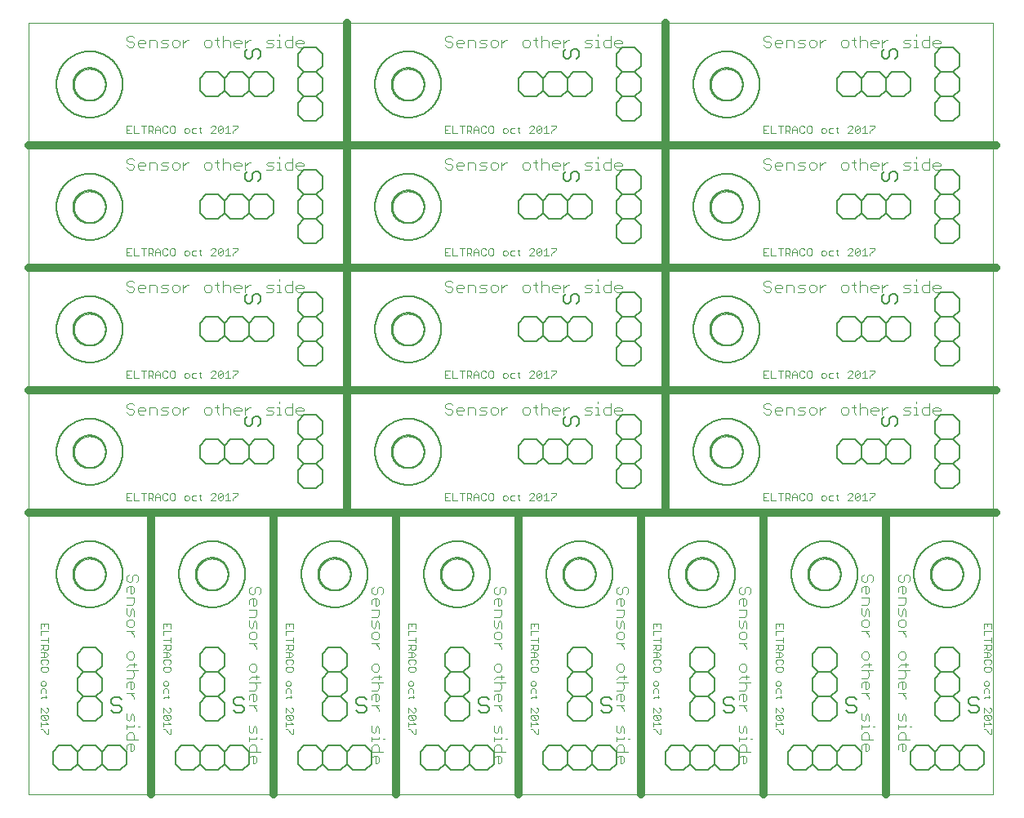
<source format=gto>
G75*
%MOIN*%
%OFA0B0*%
%FSLAX25Y25*%
%IPPOS*%
%LPD*%
%AMOC8*
5,1,8,0,0,1.08239X$1,22.5*
%
%ADD10C,0.00000*%
%ADD11C,0.03200*%
%ADD12C,0.00600*%
%ADD13C,0.00400*%
%ADD14C,0.00300*%
%ADD15C,0.00800*%
D10*
X0002600Y0002600D02*
X0002600Y0317561D01*
X0396301Y0317561D01*
X0396301Y0002600D01*
X0002600Y0002600D01*
X0021301Y0092600D02*
X0021303Y0092758D01*
X0021309Y0092916D01*
X0021319Y0093074D01*
X0021333Y0093232D01*
X0021351Y0093389D01*
X0021372Y0093546D01*
X0021398Y0093702D01*
X0021428Y0093858D01*
X0021461Y0094013D01*
X0021499Y0094166D01*
X0021540Y0094319D01*
X0021585Y0094471D01*
X0021634Y0094622D01*
X0021687Y0094771D01*
X0021743Y0094919D01*
X0021803Y0095065D01*
X0021867Y0095210D01*
X0021935Y0095353D01*
X0022006Y0095495D01*
X0022080Y0095635D01*
X0022158Y0095772D01*
X0022240Y0095908D01*
X0022324Y0096042D01*
X0022413Y0096173D01*
X0022504Y0096302D01*
X0022599Y0096429D01*
X0022696Y0096554D01*
X0022797Y0096676D01*
X0022901Y0096795D01*
X0023008Y0096912D01*
X0023118Y0097026D01*
X0023231Y0097137D01*
X0023346Y0097246D01*
X0023464Y0097351D01*
X0023585Y0097453D01*
X0023708Y0097553D01*
X0023834Y0097649D01*
X0023962Y0097742D01*
X0024092Y0097832D01*
X0024225Y0097918D01*
X0024360Y0098002D01*
X0024496Y0098081D01*
X0024635Y0098158D01*
X0024776Y0098230D01*
X0024918Y0098300D01*
X0025062Y0098365D01*
X0025208Y0098427D01*
X0025355Y0098485D01*
X0025504Y0098540D01*
X0025654Y0098591D01*
X0025805Y0098638D01*
X0025957Y0098681D01*
X0026110Y0098720D01*
X0026265Y0098756D01*
X0026420Y0098787D01*
X0026576Y0098815D01*
X0026732Y0098839D01*
X0026889Y0098859D01*
X0027047Y0098875D01*
X0027204Y0098887D01*
X0027363Y0098895D01*
X0027521Y0098899D01*
X0027679Y0098899D01*
X0027837Y0098895D01*
X0027996Y0098887D01*
X0028153Y0098875D01*
X0028311Y0098859D01*
X0028468Y0098839D01*
X0028624Y0098815D01*
X0028780Y0098787D01*
X0028935Y0098756D01*
X0029090Y0098720D01*
X0029243Y0098681D01*
X0029395Y0098638D01*
X0029546Y0098591D01*
X0029696Y0098540D01*
X0029845Y0098485D01*
X0029992Y0098427D01*
X0030138Y0098365D01*
X0030282Y0098300D01*
X0030424Y0098230D01*
X0030565Y0098158D01*
X0030704Y0098081D01*
X0030840Y0098002D01*
X0030975Y0097918D01*
X0031108Y0097832D01*
X0031238Y0097742D01*
X0031366Y0097649D01*
X0031492Y0097553D01*
X0031615Y0097453D01*
X0031736Y0097351D01*
X0031854Y0097246D01*
X0031969Y0097137D01*
X0032082Y0097026D01*
X0032192Y0096912D01*
X0032299Y0096795D01*
X0032403Y0096676D01*
X0032504Y0096554D01*
X0032601Y0096429D01*
X0032696Y0096302D01*
X0032787Y0096173D01*
X0032876Y0096042D01*
X0032960Y0095908D01*
X0033042Y0095772D01*
X0033120Y0095635D01*
X0033194Y0095495D01*
X0033265Y0095353D01*
X0033333Y0095210D01*
X0033397Y0095065D01*
X0033457Y0094919D01*
X0033513Y0094771D01*
X0033566Y0094622D01*
X0033615Y0094471D01*
X0033660Y0094319D01*
X0033701Y0094166D01*
X0033739Y0094013D01*
X0033772Y0093858D01*
X0033802Y0093702D01*
X0033828Y0093546D01*
X0033849Y0093389D01*
X0033867Y0093232D01*
X0033881Y0093074D01*
X0033891Y0092916D01*
X0033897Y0092758D01*
X0033899Y0092600D01*
X0033897Y0092442D01*
X0033891Y0092284D01*
X0033881Y0092126D01*
X0033867Y0091968D01*
X0033849Y0091811D01*
X0033828Y0091654D01*
X0033802Y0091498D01*
X0033772Y0091342D01*
X0033739Y0091187D01*
X0033701Y0091034D01*
X0033660Y0090881D01*
X0033615Y0090729D01*
X0033566Y0090578D01*
X0033513Y0090429D01*
X0033457Y0090281D01*
X0033397Y0090135D01*
X0033333Y0089990D01*
X0033265Y0089847D01*
X0033194Y0089705D01*
X0033120Y0089565D01*
X0033042Y0089428D01*
X0032960Y0089292D01*
X0032876Y0089158D01*
X0032787Y0089027D01*
X0032696Y0088898D01*
X0032601Y0088771D01*
X0032504Y0088646D01*
X0032403Y0088524D01*
X0032299Y0088405D01*
X0032192Y0088288D01*
X0032082Y0088174D01*
X0031969Y0088063D01*
X0031854Y0087954D01*
X0031736Y0087849D01*
X0031615Y0087747D01*
X0031492Y0087647D01*
X0031366Y0087551D01*
X0031238Y0087458D01*
X0031108Y0087368D01*
X0030975Y0087282D01*
X0030840Y0087198D01*
X0030704Y0087119D01*
X0030565Y0087042D01*
X0030424Y0086970D01*
X0030282Y0086900D01*
X0030138Y0086835D01*
X0029992Y0086773D01*
X0029845Y0086715D01*
X0029696Y0086660D01*
X0029546Y0086609D01*
X0029395Y0086562D01*
X0029243Y0086519D01*
X0029090Y0086480D01*
X0028935Y0086444D01*
X0028780Y0086413D01*
X0028624Y0086385D01*
X0028468Y0086361D01*
X0028311Y0086341D01*
X0028153Y0086325D01*
X0027996Y0086313D01*
X0027837Y0086305D01*
X0027679Y0086301D01*
X0027521Y0086301D01*
X0027363Y0086305D01*
X0027204Y0086313D01*
X0027047Y0086325D01*
X0026889Y0086341D01*
X0026732Y0086361D01*
X0026576Y0086385D01*
X0026420Y0086413D01*
X0026265Y0086444D01*
X0026110Y0086480D01*
X0025957Y0086519D01*
X0025805Y0086562D01*
X0025654Y0086609D01*
X0025504Y0086660D01*
X0025355Y0086715D01*
X0025208Y0086773D01*
X0025062Y0086835D01*
X0024918Y0086900D01*
X0024776Y0086970D01*
X0024635Y0087042D01*
X0024496Y0087119D01*
X0024360Y0087198D01*
X0024225Y0087282D01*
X0024092Y0087368D01*
X0023962Y0087458D01*
X0023834Y0087551D01*
X0023708Y0087647D01*
X0023585Y0087747D01*
X0023464Y0087849D01*
X0023346Y0087954D01*
X0023231Y0088063D01*
X0023118Y0088174D01*
X0023008Y0088288D01*
X0022901Y0088405D01*
X0022797Y0088524D01*
X0022696Y0088646D01*
X0022599Y0088771D01*
X0022504Y0088898D01*
X0022413Y0089027D01*
X0022324Y0089158D01*
X0022240Y0089292D01*
X0022158Y0089428D01*
X0022080Y0089565D01*
X0022006Y0089705D01*
X0021935Y0089847D01*
X0021867Y0089990D01*
X0021803Y0090135D01*
X0021743Y0090281D01*
X0021687Y0090429D01*
X0021634Y0090578D01*
X0021585Y0090729D01*
X0021540Y0090881D01*
X0021499Y0091034D01*
X0021461Y0091187D01*
X0021428Y0091342D01*
X0021398Y0091498D01*
X0021372Y0091654D01*
X0021351Y0091811D01*
X0021333Y0091968D01*
X0021319Y0092126D01*
X0021309Y0092284D01*
X0021303Y0092442D01*
X0021301Y0092600D01*
X0071301Y0092600D02*
X0071303Y0092758D01*
X0071309Y0092916D01*
X0071319Y0093074D01*
X0071333Y0093232D01*
X0071351Y0093389D01*
X0071372Y0093546D01*
X0071398Y0093702D01*
X0071428Y0093858D01*
X0071461Y0094013D01*
X0071499Y0094166D01*
X0071540Y0094319D01*
X0071585Y0094471D01*
X0071634Y0094622D01*
X0071687Y0094771D01*
X0071743Y0094919D01*
X0071803Y0095065D01*
X0071867Y0095210D01*
X0071935Y0095353D01*
X0072006Y0095495D01*
X0072080Y0095635D01*
X0072158Y0095772D01*
X0072240Y0095908D01*
X0072324Y0096042D01*
X0072413Y0096173D01*
X0072504Y0096302D01*
X0072599Y0096429D01*
X0072696Y0096554D01*
X0072797Y0096676D01*
X0072901Y0096795D01*
X0073008Y0096912D01*
X0073118Y0097026D01*
X0073231Y0097137D01*
X0073346Y0097246D01*
X0073464Y0097351D01*
X0073585Y0097453D01*
X0073708Y0097553D01*
X0073834Y0097649D01*
X0073962Y0097742D01*
X0074092Y0097832D01*
X0074225Y0097918D01*
X0074360Y0098002D01*
X0074496Y0098081D01*
X0074635Y0098158D01*
X0074776Y0098230D01*
X0074918Y0098300D01*
X0075062Y0098365D01*
X0075208Y0098427D01*
X0075355Y0098485D01*
X0075504Y0098540D01*
X0075654Y0098591D01*
X0075805Y0098638D01*
X0075957Y0098681D01*
X0076110Y0098720D01*
X0076265Y0098756D01*
X0076420Y0098787D01*
X0076576Y0098815D01*
X0076732Y0098839D01*
X0076889Y0098859D01*
X0077047Y0098875D01*
X0077204Y0098887D01*
X0077363Y0098895D01*
X0077521Y0098899D01*
X0077679Y0098899D01*
X0077837Y0098895D01*
X0077996Y0098887D01*
X0078153Y0098875D01*
X0078311Y0098859D01*
X0078468Y0098839D01*
X0078624Y0098815D01*
X0078780Y0098787D01*
X0078935Y0098756D01*
X0079090Y0098720D01*
X0079243Y0098681D01*
X0079395Y0098638D01*
X0079546Y0098591D01*
X0079696Y0098540D01*
X0079845Y0098485D01*
X0079992Y0098427D01*
X0080138Y0098365D01*
X0080282Y0098300D01*
X0080424Y0098230D01*
X0080565Y0098158D01*
X0080704Y0098081D01*
X0080840Y0098002D01*
X0080975Y0097918D01*
X0081108Y0097832D01*
X0081238Y0097742D01*
X0081366Y0097649D01*
X0081492Y0097553D01*
X0081615Y0097453D01*
X0081736Y0097351D01*
X0081854Y0097246D01*
X0081969Y0097137D01*
X0082082Y0097026D01*
X0082192Y0096912D01*
X0082299Y0096795D01*
X0082403Y0096676D01*
X0082504Y0096554D01*
X0082601Y0096429D01*
X0082696Y0096302D01*
X0082787Y0096173D01*
X0082876Y0096042D01*
X0082960Y0095908D01*
X0083042Y0095772D01*
X0083120Y0095635D01*
X0083194Y0095495D01*
X0083265Y0095353D01*
X0083333Y0095210D01*
X0083397Y0095065D01*
X0083457Y0094919D01*
X0083513Y0094771D01*
X0083566Y0094622D01*
X0083615Y0094471D01*
X0083660Y0094319D01*
X0083701Y0094166D01*
X0083739Y0094013D01*
X0083772Y0093858D01*
X0083802Y0093702D01*
X0083828Y0093546D01*
X0083849Y0093389D01*
X0083867Y0093232D01*
X0083881Y0093074D01*
X0083891Y0092916D01*
X0083897Y0092758D01*
X0083899Y0092600D01*
X0083897Y0092442D01*
X0083891Y0092284D01*
X0083881Y0092126D01*
X0083867Y0091968D01*
X0083849Y0091811D01*
X0083828Y0091654D01*
X0083802Y0091498D01*
X0083772Y0091342D01*
X0083739Y0091187D01*
X0083701Y0091034D01*
X0083660Y0090881D01*
X0083615Y0090729D01*
X0083566Y0090578D01*
X0083513Y0090429D01*
X0083457Y0090281D01*
X0083397Y0090135D01*
X0083333Y0089990D01*
X0083265Y0089847D01*
X0083194Y0089705D01*
X0083120Y0089565D01*
X0083042Y0089428D01*
X0082960Y0089292D01*
X0082876Y0089158D01*
X0082787Y0089027D01*
X0082696Y0088898D01*
X0082601Y0088771D01*
X0082504Y0088646D01*
X0082403Y0088524D01*
X0082299Y0088405D01*
X0082192Y0088288D01*
X0082082Y0088174D01*
X0081969Y0088063D01*
X0081854Y0087954D01*
X0081736Y0087849D01*
X0081615Y0087747D01*
X0081492Y0087647D01*
X0081366Y0087551D01*
X0081238Y0087458D01*
X0081108Y0087368D01*
X0080975Y0087282D01*
X0080840Y0087198D01*
X0080704Y0087119D01*
X0080565Y0087042D01*
X0080424Y0086970D01*
X0080282Y0086900D01*
X0080138Y0086835D01*
X0079992Y0086773D01*
X0079845Y0086715D01*
X0079696Y0086660D01*
X0079546Y0086609D01*
X0079395Y0086562D01*
X0079243Y0086519D01*
X0079090Y0086480D01*
X0078935Y0086444D01*
X0078780Y0086413D01*
X0078624Y0086385D01*
X0078468Y0086361D01*
X0078311Y0086341D01*
X0078153Y0086325D01*
X0077996Y0086313D01*
X0077837Y0086305D01*
X0077679Y0086301D01*
X0077521Y0086301D01*
X0077363Y0086305D01*
X0077204Y0086313D01*
X0077047Y0086325D01*
X0076889Y0086341D01*
X0076732Y0086361D01*
X0076576Y0086385D01*
X0076420Y0086413D01*
X0076265Y0086444D01*
X0076110Y0086480D01*
X0075957Y0086519D01*
X0075805Y0086562D01*
X0075654Y0086609D01*
X0075504Y0086660D01*
X0075355Y0086715D01*
X0075208Y0086773D01*
X0075062Y0086835D01*
X0074918Y0086900D01*
X0074776Y0086970D01*
X0074635Y0087042D01*
X0074496Y0087119D01*
X0074360Y0087198D01*
X0074225Y0087282D01*
X0074092Y0087368D01*
X0073962Y0087458D01*
X0073834Y0087551D01*
X0073708Y0087647D01*
X0073585Y0087747D01*
X0073464Y0087849D01*
X0073346Y0087954D01*
X0073231Y0088063D01*
X0073118Y0088174D01*
X0073008Y0088288D01*
X0072901Y0088405D01*
X0072797Y0088524D01*
X0072696Y0088646D01*
X0072599Y0088771D01*
X0072504Y0088898D01*
X0072413Y0089027D01*
X0072324Y0089158D01*
X0072240Y0089292D01*
X0072158Y0089428D01*
X0072080Y0089565D01*
X0072006Y0089705D01*
X0071935Y0089847D01*
X0071867Y0089990D01*
X0071803Y0090135D01*
X0071743Y0090281D01*
X0071687Y0090429D01*
X0071634Y0090578D01*
X0071585Y0090729D01*
X0071540Y0090881D01*
X0071499Y0091034D01*
X0071461Y0091187D01*
X0071428Y0091342D01*
X0071398Y0091498D01*
X0071372Y0091654D01*
X0071351Y0091811D01*
X0071333Y0091968D01*
X0071319Y0092126D01*
X0071309Y0092284D01*
X0071303Y0092442D01*
X0071301Y0092600D01*
X0121301Y0092600D02*
X0121303Y0092758D01*
X0121309Y0092916D01*
X0121319Y0093074D01*
X0121333Y0093232D01*
X0121351Y0093389D01*
X0121372Y0093546D01*
X0121398Y0093702D01*
X0121428Y0093858D01*
X0121461Y0094013D01*
X0121499Y0094166D01*
X0121540Y0094319D01*
X0121585Y0094471D01*
X0121634Y0094622D01*
X0121687Y0094771D01*
X0121743Y0094919D01*
X0121803Y0095065D01*
X0121867Y0095210D01*
X0121935Y0095353D01*
X0122006Y0095495D01*
X0122080Y0095635D01*
X0122158Y0095772D01*
X0122240Y0095908D01*
X0122324Y0096042D01*
X0122413Y0096173D01*
X0122504Y0096302D01*
X0122599Y0096429D01*
X0122696Y0096554D01*
X0122797Y0096676D01*
X0122901Y0096795D01*
X0123008Y0096912D01*
X0123118Y0097026D01*
X0123231Y0097137D01*
X0123346Y0097246D01*
X0123464Y0097351D01*
X0123585Y0097453D01*
X0123708Y0097553D01*
X0123834Y0097649D01*
X0123962Y0097742D01*
X0124092Y0097832D01*
X0124225Y0097918D01*
X0124360Y0098002D01*
X0124496Y0098081D01*
X0124635Y0098158D01*
X0124776Y0098230D01*
X0124918Y0098300D01*
X0125062Y0098365D01*
X0125208Y0098427D01*
X0125355Y0098485D01*
X0125504Y0098540D01*
X0125654Y0098591D01*
X0125805Y0098638D01*
X0125957Y0098681D01*
X0126110Y0098720D01*
X0126265Y0098756D01*
X0126420Y0098787D01*
X0126576Y0098815D01*
X0126732Y0098839D01*
X0126889Y0098859D01*
X0127047Y0098875D01*
X0127204Y0098887D01*
X0127363Y0098895D01*
X0127521Y0098899D01*
X0127679Y0098899D01*
X0127837Y0098895D01*
X0127996Y0098887D01*
X0128153Y0098875D01*
X0128311Y0098859D01*
X0128468Y0098839D01*
X0128624Y0098815D01*
X0128780Y0098787D01*
X0128935Y0098756D01*
X0129090Y0098720D01*
X0129243Y0098681D01*
X0129395Y0098638D01*
X0129546Y0098591D01*
X0129696Y0098540D01*
X0129845Y0098485D01*
X0129992Y0098427D01*
X0130138Y0098365D01*
X0130282Y0098300D01*
X0130424Y0098230D01*
X0130565Y0098158D01*
X0130704Y0098081D01*
X0130840Y0098002D01*
X0130975Y0097918D01*
X0131108Y0097832D01*
X0131238Y0097742D01*
X0131366Y0097649D01*
X0131492Y0097553D01*
X0131615Y0097453D01*
X0131736Y0097351D01*
X0131854Y0097246D01*
X0131969Y0097137D01*
X0132082Y0097026D01*
X0132192Y0096912D01*
X0132299Y0096795D01*
X0132403Y0096676D01*
X0132504Y0096554D01*
X0132601Y0096429D01*
X0132696Y0096302D01*
X0132787Y0096173D01*
X0132876Y0096042D01*
X0132960Y0095908D01*
X0133042Y0095772D01*
X0133120Y0095635D01*
X0133194Y0095495D01*
X0133265Y0095353D01*
X0133333Y0095210D01*
X0133397Y0095065D01*
X0133457Y0094919D01*
X0133513Y0094771D01*
X0133566Y0094622D01*
X0133615Y0094471D01*
X0133660Y0094319D01*
X0133701Y0094166D01*
X0133739Y0094013D01*
X0133772Y0093858D01*
X0133802Y0093702D01*
X0133828Y0093546D01*
X0133849Y0093389D01*
X0133867Y0093232D01*
X0133881Y0093074D01*
X0133891Y0092916D01*
X0133897Y0092758D01*
X0133899Y0092600D01*
X0133897Y0092442D01*
X0133891Y0092284D01*
X0133881Y0092126D01*
X0133867Y0091968D01*
X0133849Y0091811D01*
X0133828Y0091654D01*
X0133802Y0091498D01*
X0133772Y0091342D01*
X0133739Y0091187D01*
X0133701Y0091034D01*
X0133660Y0090881D01*
X0133615Y0090729D01*
X0133566Y0090578D01*
X0133513Y0090429D01*
X0133457Y0090281D01*
X0133397Y0090135D01*
X0133333Y0089990D01*
X0133265Y0089847D01*
X0133194Y0089705D01*
X0133120Y0089565D01*
X0133042Y0089428D01*
X0132960Y0089292D01*
X0132876Y0089158D01*
X0132787Y0089027D01*
X0132696Y0088898D01*
X0132601Y0088771D01*
X0132504Y0088646D01*
X0132403Y0088524D01*
X0132299Y0088405D01*
X0132192Y0088288D01*
X0132082Y0088174D01*
X0131969Y0088063D01*
X0131854Y0087954D01*
X0131736Y0087849D01*
X0131615Y0087747D01*
X0131492Y0087647D01*
X0131366Y0087551D01*
X0131238Y0087458D01*
X0131108Y0087368D01*
X0130975Y0087282D01*
X0130840Y0087198D01*
X0130704Y0087119D01*
X0130565Y0087042D01*
X0130424Y0086970D01*
X0130282Y0086900D01*
X0130138Y0086835D01*
X0129992Y0086773D01*
X0129845Y0086715D01*
X0129696Y0086660D01*
X0129546Y0086609D01*
X0129395Y0086562D01*
X0129243Y0086519D01*
X0129090Y0086480D01*
X0128935Y0086444D01*
X0128780Y0086413D01*
X0128624Y0086385D01*
X0128468Y0086361D01*
X0128311Y0086341D01*
X0128153Y0086325D01*
X0127996Y0086313D01*
X0127837Y0086305D01*
X0127679Y0086301D01*
X0127521Y0086301D01*
X0127363Y0086305D01*
X0127204Y0086313D01*
X0127047Y0086325D01*
X0126889Y0086341D01*
X0126732Y0086361D01*
X0126576Y0086385D01*
X0126420Y0086413D01*
X0126265Y0086444D01*
X0126110Y0086480D01*
X0125957Y0086519D01*
X0125805Y0086562D01*
X0125654Y0086609D01*
X0125504Y0086660D01*
X0125355Y0086715D01*
X0125208Y0086773D01*
X0125062Y0086835D01*
X0124918Y0086900D01*
X0124776Y0086970D01*
X0124635Y0087042D01*
X0124496Y0087119D01*
X0124360Y0087198D01*
X0124225Y0087282D01*
X0124092Y0087368D01*
X0123962Y0087458D01*
X0123834Y0087551D01*
X0123708Y0087647D01*
X0123585Y0087747D01*
X0123464Y0087849D01*
X0123346Y0087954D01*
X0123231Y0088063D01*
X0123118Y0088174D01*
X0123008Y0088288D01*
X0122901Y0088405D01*
X0122797Y0088524D01*
X0122696Y0088646D01*
X0122599Y0088771D01*
X0122504Y0088898D01*
X0122413Y0089027D01*
X0122324Y0089158D01*
X0122240Y0089292D01*
X0122158Y0089428D01*
X0122080Y0089565D01*
X0122006Y0089705D01*
X0121935Y0089847D01*
X0121867Y0089990D01*
X0121803Y0090135D01*
X0121743Y0090281D01*
X0121687Y0090429D01*
X0121634Y0090578D01*
X0121585Y0090729D01*
X0121540Y0090881D01*
X0121499Y0091034D01*
X0121461Y0091187D01*
X0121428Y0091342D01*
X0121398Y0091498D01*
X0121372Y0091654D01*
X0121351Y0091811D01*
X0121333Y0091968D01*
X0121319Y0092126D01*
X0121309Y0092284D01*
X0121303Y0092442D01*
X0121301Y0092600D01*
X0171301Y0092600D02*
X0171303Y0092758D01*
X0171309Y0092916D01*
X0171319Y0093074D01*
X0171333Y0093232D01*
X0171351Y0093389D01*
X0171372Y0093546D01*
X0171398Y0093702D01*
X0171428Y0093858D01*
X0171461Y0094013D01*
X0171499Y0094166D01*
X0171540Y0094319D01*
X0171585Y0094471D01*
X0171634Y0094622D01*
X0171687Y0094771D01*
X0171743Y0094919D01*
X0171803Y0095065D01*
X0171867Y0095210D01*
X0171935Y0095353D01*
X0172006Y0095495D01*
X0172080Y0095635D01*
X0172158Y0095772D01*
X0172240Y0095908D01*
X0172324Y0096042D01*
X0172413Y0096173D01*
X0172504Y0096302D01*
X0172599Y0096429D01*
X0172696Y0096554D01*
X0172797Y0096676D01*
X0172901Y0096795D01*
X0173008Y0096912D01*
X0173118Y0097026D01*
X0173231Y0097137D01*
X0173346Y0097246D01*
X0173464Y0097351D01*
X0173585Y0097453D01*
X0173708Y0097553D01*
X0173834Y0097649D01*
X0173962Y0097742D01*
X0174092Y0097832D01*
X0174225Y0097918D01*
X0174360Y0098002D01*
X0174496Y0098081D01*
X0174635Y0098158D01*
X0174776Y0098230D01*
X0174918Y0098300D01*
X0175062Y0098365D01*
X0175208Y0098427D01*
X0175355Y0098485D01*
X0175504Y0098540D01*
X0175654Y0098591D01*
X0175805Y0098638D01*
X0175957Y0098681D01*
X0176110Y0098720D01*
X0176265Y0098756D01*
X0176420Y0098787D01*
X0176576Y0098815D01*
X0176732Y0098839D01*
X0176889Y0098859D01*
X0177047Y0098875D01*
X0177204Y0098887D01*
X0177363Y0098895D01*
X0177521Y0098899D01*
X0177679Y0098899D01*
X0177837Y0098895D01*
X0177996Y0098887D01*
X0178153Y0098875D01*
X0178311Y0098859D01*
X0178468Y0098839D01*
X0178624Y0098815D01*
X0178780Y0098787D01*
X0178935Y0098756D01*
X0179090Y0098720D01*
X0179243Y0098681D01*
X0179395Y0098638D01*
X0179546Y0098591D01*
X0179696Y0098540D01*
X0179845Y0098485D01*
X0179992Y0098427D01*
X0180138Y0098365D01*
X0180282Y0098300D01*
X0180424Y0098230D01*
X0180565Y0098158D01*
X0180704Y0098081D01*
X0180840Y0098002D01*
X0180975Y0097918D01*
X0181108Y0097832D01*
X0181238Y0097742D01*
X0181366Y0097649D01*
X0181492Y0097553D01*
X0181615Y0097453D01*
X0181736Y0097351D01*
X0181854Y0097246D01*
X0181969Y0097137D01*
X0182082Y0097026D01*
X0182192Y0096912D01*
X0182299Y0096795D01*
X0182403Y0096676D01*
X0182504Y0096554D01*
X0182601Y0096429D01*
X0182696Y0096302D01*
X0182787Y0096173D01*
X0182876Y0096042D01*
X0182960Y0095908D01*
X0183042Y0095772D01*
X0183120Y0095635D01*
X0183194Y0095495D01*
X0183265Y0095353D01*
X0183333Y0095210D01*
X0183397Y0095065D01*
X0183457Y0094919D01*
X0183513Y0094771D01*
X0183566Y0094622D01*
X0183615Y0094471D01*
X0183660Y0094319D01*
X0183701Y0094166D01*
X0183739Y0094013D01*
X0183772Y0093858D01*
X0183802Y0093702D01*
X0183828Y0093546D01*
X0183849Y0093389D01*
X0183867Y0093232D01*
X0183881Y0093074D01*
X0183891Y0092916D01*
X0183897Y0092758D01*
X0183899Y0092600D01*
X0183897Y0092442D01*
X0183891Y0092284D01*
X0183881Y0092126D01*
X0183867Y0091968D01*
X0183849Y0091811D01*
X0183828Y0091654D01*
X0183802Y0091498D01*
X0183772Y0091342D01*
X0183739Y0091187D01*
X0183701Y0091034D01*
X0183660Y0090881D01*
X0183615Y0090729D01*
X0183566Y0090578D01*
X0183513Y0090429D01*
X0183457Y0090281D01*
X0183397Y0090135D01*
X0183333Y0089990D01*
X0183265Y0089847D01*
X0183194Y0089705D01*
X0183120Y0089565D01*
X0183042Y0089428D01*
X0182960Y0089292D01*
X0182876Y0089158D01*
X0182787Y0089027D01*
X0182696Y0088898D01*
X0182601Y0088771D01*
X0182504Y0088646D01*
X0182403Y0088524D01*
X0182299Y0088405D01*
X0182192Y0088288D01*
X0182082Y0088174D01*
X0181969Y0088063D01*
X0181854Y0087954D01*
X0181736Y0087849D01*
X0181615Y0087747D01*
X0181492Y0087647D01*
X0181366Y0087551D01*
X0181238Y0087458D01*
X0181108Y0087368D01*
X0180975Y0087282D01*
X0180840Y0087198D01*
X0180704Y0087119D01*
X0180565Y0087042D01*
X0180424Y0086970D01*
X0180282Y0086900D01*
X0180138Y0086835D01*
X0179992Y0086773D01*
X0179845Y0086715D01*
X0179696Y0086660D01*
X0179546Y0086609D01*
X0179395Y0086562D01*
X0179243Y0086519D01*
X0179090Y0086480D01*
X0178935Y0086444D01*
X0178780Y0086413D01*
X0178624Y0086385D01*
X0178468Y0086361D01*
X0178311Y0086341D01*
X0178153Y0086325D01*
X0177996Y0086313D01*
X0177837Y0086305D01*
X0177679Y0086301D01*
X0177521Y0086301D01*
X0177363Y0086305D01*
X0177204Y0086313D01*
X0177047Y0086325D01*
X0176889Y0086341D01*
X0176732Y0086361D01*
X0176576Y0086385D01*
X0176420Y0086413D01*
X0176265Y0086444D01*
X0176110Y0086480D01*
X0175957Y0086519D01*
X0175805Y0086562D01*
X0175654Y0086609D01*
X0175504Y0086660D01*
X0175355Y0086715D01*
X0175208Y0086773D01*
X0175062Y0086835D01*
X0174918Y0086900D01*
X0174776Y0086970D01*
X0174635Y0087042D01*
X0174496Y0087119D01*
X0174360Y0087198D01*
X0174225Y0087282D01*
X0174092Y0087368D01*
X0173962Y0087458D01*
X0173834Y0087551D01*
X0173708Y0087647D01*
X0173585Y0087747D01*
X0173464Y0087849D01*
X0173346Y0087954D01*
X0173231Y0088063D01*
X0173118Y0088174D01*
X0173008Y0088288D01*
X0172901Y0088405D01*
X0172797Y0088524D01*
X0172696Y0088646D01*
X0172599Y0088771D01*
X0172504Y0088898D01*
X0172413Y0089027D01*
X0172324Y0089158D01*
X0172240Y0089292D01*
X0172158Y0089428D01*
X0172080Y0089565D01*
X0172006Y0089705D01*
X0171935Y0089847D01*
X0171867Y0089990D01*
X0171803Y0090135D01*
X0171743Y0090281D01*
X0171687Y0090429D01*
X0171634Y0090578D01*
X0171585Y0090729D01*
X0171540Y0090881D01*
X0171499Y0091034D01*
X0171461Y0091187D01*
X0171428Y0091342D01*
X0171398Y0091498D01*
X0171372Y0091654D01*
X0171351Y0091811D01*
X0171333Y0091968D01*
X0171319Y0092126D01*
X0171309Y0092284D01*
X0171303Y0092442D01*
X0171301Y0092600D01*
X0221301Y0092600D02*
X0221303Y0092758D01*
X0221309Y0092916D01*
X0221319Y0093074D01*
X0221333Y0093232D01*
X0221351Y0093389D01*
X0221372Y0093546D01*
X0221398Y0093702D01*
X0221428Y0093858D01*
X0221461Y0094013D01*
X0221499Y0094166D01*
X0221540Y0094319D01*
X0221585Y0094471D01*
X0221634Y0094622D01*
X0221687Y0094771D01*
X0221743Y0094919D01*
X0221803Y0095065D01*
X0221867Y0095210D01*
X0221935Y0095353D01*
X0222006Y0095495D01*
X0222080Y0095635D01*
X0222158Y0095772D01*
X0222240Y0095908D01*
X0222324Y0096042D01*
X0222413Y0096173D01*
X0222504Y0096302D01*
X0222599Y0096429D01*
X0222696Y0096554D01*
X0222797Y0096676D01*
X0222901Y0096795D01*
X0223008Y0096912D01*
X0223118Y0097026D01*
X0223231Y0097137D01*
X0223346Y0097246D01*
X0223464Y0097351D01*
X0223585Y0097453D01*
X0223708Y0097553D01*
X0223834Y0097649D01*
X0223962Y0097742D01*
X0224092Y0097832D01*
X0224225Y0097918D01*
X0224360Y0098002D01*
X0224496Y0098081D01*
X0224635Y0098158D01*
X0224776Y0098230D01*
X0224918Y0098300D01*
X0225062Y0098365D01*
X0225208Y0098427D01*
X0225355Y0098485D01*
X0225504Y0098540D01*
X0225654Y0098591D01*
X0225805Y0098638D01*
X0225957Y0098681D01*
X0226110Y0098720D01*
X0226265Y0098756D01*
X0226420Y0098787D01*
X0226576Y0098815D01*
X0226732Y0098839D01*
X0226889Y0098859D01*
X0227047Y0098875D01*
X0227204Y0098887D01*
X0227363Y0098895D01*
X0227521Y0098899D01*
X0227679Y0098899D01*
X0227837Y0098895D01*
X0227996Y0098887D01*
X0228153Y0098875D01*
X0228311Y0098859D01*
X0228468Y0098839D01*
X0228624Y0098815D01*
X0228780Y0098787D01*
X0228935Y0098756D01*
X0229090Y0098720D01*
X0229243Y0098681D01*
X0229395Y0098638D01*
X0229546Y0098591D01*
X0229696Y0098540D01*
X0229845Y0098485D01*
X0229992Y0098427D01*
X0230138Y0098365D01*
X0230282Y0098300D01*
X0230424Y0098230D01*
X0230565Y0098158D01*
X0230704Y0098081D01*
X0230840Y0098002D01*
X0230975Y0097918D01*
X0231108Y0097832D01*
X0231238Y0097742D01*
X0231366Y0097649D01*
X0231492Y0097553D01*
X0231615Y0097453D01*
X0231736Y0097351D01*
X0231854Y0097246D01*
X0231969Y0097137D01*
X0232082Y0097026D01*
X0232192Y0096912D01*
X0232299Y0096795D01*
X0232403Y0096676D01*
X0232504Y0096554D01*
X0232601Y0096429D01*
X0232696Y0096302D01*
X0232787Y0096173D01*
X0232876Y0096042D01*
X0232960Y0095908D01*
X0233042Y0095772D01*
X0233120Y0095635D01*
X0233194Y0095495D01*
X0233265Y0095353D01*
X0233333Y0095210D01*
X0233397Y0095065D01*
X0233457Y0094919D01*
X0233513Y0094771D01*
X0233566Y0094622D01*
X0233615Y0094471D01*
X0233660Y0094319D01*
X0233701Y0094166D01*
X0233739Y0094013D01*
X0233772Y0093858D01*
X0233802Y0093702D01*
X0233828Y0093546D01*
X0233849Y0093389D01*
X0233867Y0093232D01*
X0233881Y0093074D01*
X0233891Y0092916D01*
X0233897Y0092758D01*
X0233899Y0092600D01*
X0233897Y0092442D01*
X0233891Y0092284D01*
X0233881Y0092126D01*
X0233867Y0091968D01*
X0233849Y0091811D01*
X0233828Y0091654D01*
X0233802Y0091498D01*
X0233772Y0091342D01*
X0233739Y0091187D01*
X0233701Y0091034D01*
X0233660Y0090881D01*
X0233615Y0090729D01*
X0233566Y0090578D01*
X0233513Y0090429D01*
X0233457Y0090281D01*
X0233397Y0090135D01*
X0233333Y0089990D01*
X0233265Y0089847D01*
X0233194Y0089705D01*
X0233120Y0089565D01*
X0233042Y0089428D01*
X0232960Y0089292D01*
X0232876Y0089158D01*
X0232787Y0089027D01*
X0232696Y0088898D01*
X0232601Y0088771D01*
X0232504Y0088646D01*
X0232403Y0088524D01*
X0232299Y0088405D01*
X0232192Y0088288D01*
X0232082Y0088174D01*
X0231969Y0088063D01*
X0231854Y0087954D01*
X0231736Y0087849D01*
X0231615Y0087747D01*
X0231492Y0087647D01*
X0231366Y0087551D01*
X0231238Y0087458D01*
X0231108Y0087368D01*
X0230975Y0087282D01*
X0230840Y0087198D01*
X0230704Y0087119D01*
X0230565Y0087042D01*
X0230424Y0086970D01*
X0230282Y0086900D01*
X0230138Y0086835D01*
X0229992Y0086773D01*
X0229845Y0086715D01*
X0229696Y0086660D01*
X0229546Y0086609D01*
X0229395Y0086562D01*
X0229243Y0086519D01*
X0229090Y0086480D01*
X0228935Y0086444D01*
X0228780Y0086413D01*
X0228624Y0086385D01*
X0228468Y0086361D01*
X0228311Y0086341D01*
X0228153Y0086325D01*
X0227996Y0086313D01*
X0227837Y0086305D01*
X0227679Y0086301D01*
X0227521Y0086301D01*
X0227363Y0086305D01*
X0227204Y0086313D01*
X0227047Y0086325D01*
X0226889Y0086341D01*
X0226732Y0086361D01*
X0226576Y0086385D01*
X0226420Y0086413D01*
X0226265Y0086444D01*
X0226110Y0086480D01*
X0225957Y0086519D01*
X0225805Y0086562D01*
X0225654Y0086609D01*
X0225504Y0086660D01*
X0225355Y0086715D01*
X0225208Y0086773D01*
X0225062Y0086835D01*
X0224918Y0086900D01*
X0224776Y0086970D01*
X0224635Y0087042D01*
X0224496Y0087119D01*
X0224360Y0087198D01*
X0224225Y0087282D01*
X0224092Y0087368D01*
X0223962Y0087458D01*
X0223834Y0087551D01*
X0223708Y0087647D01*
X0223585Y0087747D01*
X0223464Y0087849D01*
X0223346Y0087954D01*
X0223231Y0088063D01*
X0223118Y0088174D01*
X0223008Y0088288D01*
X0222901Y0088405D01*
X0222797Y0088524D01*
X0222696Y0088646D01*
X0222599Y0088771D01*
X0222504Y0088898D01*
X0222413Y0089027D01*
X0222324Y0089158D01*
X0222240Y0089292D01*
X0222158Y0089428D01*
X0222080Y0089565D01*
X0222006Y0089705D01*
X0221935Y0089847D01*
X0221867Y0089990D01*
X0221803Y0090135D01*
X0221743Y0090281D01*
X0221687Y0090429D01*
X0221634Y0090578D01*
X0221585Y0090729D01*
X0221540Y0090881D01*
X0221499Y0091034D01*
X0221461Y0091187D01*
X0221428Y0091342D01*
X0221398Y0091498D01*
X0221372Y0091654D01*
X0221351Y0091811D01*
X0221333Y0091968D01*
X0221319Y0092126D01*
X0221309Y0092284D01*
X0221303Y0092442D01*
X0221301Y0092600D01*
X0271301Y0092600D02*
X0271303Y0092758D01*
X0271309Y0092916D01*
X0271319Y0093074D01*
X0271333Y0093232D01*
X0271351Y0093389D01*
X0271372Y0093546D01*
X0271398Y0093702D01*
X0271428Y0093858D01*
X0271461Y0094013D01*
X0271499Y0094166D01*
X0271540Y0094319D01*
X0271585Y0094471D01*
X0271634Y0094622D01*
X0271687Y0094771D01*
X0271743Y0094919D01*
X0271803Y0095065D01*
X0271867Y0095210D01*
X0271935Y0095353D01*
X0272006Y0095495D01*
X0272080Y0095635D01*
X0272158Y0095772D01*
X0272240Y0095908D01*
X0272324Y0096042D01*
X0272413Y0096173D01*
X0272504Y0096302D01*
X0272599Y0096429D01*
X0272696Y0096554D01*
X0272797Y0096676D01*
X0272901Y0096795D01*
X0273008Y0096912D01*
X0273118Y0097026D01*
X0273231Y0097137D01*
X0273346Y0097246D01*
X0273464Y0097351D01*
X0273585Y0097453D01*
X0273708Y0097553D01*
X0273834Y0097649D01*
X0273962Y0097742D01*
X0274092Y0097832D01*
X0274225Y0097918D01*
X0274360Y0098002D01*
X0274496Y0098081D01*
X0274635Y0098158D01*
X0274776Y0098230D01*
X0274918Y0098300D01*
X0275062Y0098365D01*
X0275208Y0098427D01*
X0275355Y0098485D01*
X0275504Y0098540D01*
X0275654Y0098591D01*
X0275805Y0098638D01*
X0275957Y0098681D01*
X0276110Y0098720D01*
X0276265Y0098756D01*
X0276420Y0098787D01*
X0276576Y0098815D01*
X0276732Y0098839D01*
X0276889Y0098859D01*
X0277047Y0098875D01*
X0277204Y0098887D01*
X0277363Y0098895D01*
X0277521Y0098899D01*
X0277679Y0098899D01*
X0277837Y0098895D01*
X0277996Y0098887D01*
X0278153Y0098875D01*
X0278311Y0098859D01*
X0278468Y0098839D01*
X0278624Y0098815D01*
X0278780Y0098787D01*
X0278935Y0098756D01*
X0279090Y0098720D01*
X0279243Y0098681D01*
X0279395Y0098638D01*
X0279546Y0098591D01*
X0279696Y0098540D01*
X0279845Y0098485D01*
X0279992Y0098427D01*
X0280138Y0098365D01*
X0280282Y0098300D01*
X0280424Y0098230D01*
X0280565Y0098158D01*
X0280704Y0098081D01*
X0280840Y0098002D01*
X0280975Y0097918D01*
X0281108Y0097832D01*
X0281238Y0097742D01*
X0281366Y0097649D01*
X0281492Y0097553D01*
X0281615Y0097453D01*
X0281736Y0097351D01*
X0281854Y0097246D01*
X0281969Y0097137D01*
X0282082Y0097026D01*
X0282192Y0096912D01*
X0282299Y0096795D01*
X0282403Y0096676D01*
X0282504Y0096554D01*
X0282601Y0096429D01*
X0282696Y0096302D01*
X0282787Y0096173D01*
X0282876Y0096042D01*
X0282960Y0095908D01*
X0283042Y0095772D01*
X0283120Y0095635D01*
X0283194Y0095495D01*
X0283265Y0095353D01*
X0283333Y0095210D01*
X0283397Y0095065D01*
X0283457Y0094919D01*
X0283513Y0094771D01*
X0283566Y0094622D01*
X0283615Y0094471D01*
X0283660Y0094319D01*
X0283701Y0094166D01*
X0283739Y0094013D01*
X0283772Y0093858D01*
X0283802Y0093702D01*
X0283828Y0093546D01*
X0283849Y0093389D01*
X0283867Y0093232D01*
X0283881Y0093074D01*
X0283891Y0092916D01*
X0283897Y0092758D01*
X0283899Y0092600D01*
X0283897Y0092442D01*
X0283891Y0092284D01*
X0283881Y0092126D01*
X0283867Y0091968D01*
X0283849Y0091811D01*
X0283828Y0091654D01*
X0283802Y0091498D01*
X0283772Y0091342D01*
X0283739Y0091187D01*
X0283701Y0091034D01*
X0283660Y0090881D01*
X0283615Y0090729D01*
X0283566Y0090578D01*
X0283513Y0090429D01*
X0283457Y0090281D01*
X0283397Y0090135D01*
X0283333Y0089990D01*
X0283265Y0089847D01*
X0283194Y0089705D01*
X0283120Y0089565D01*
X0283042Y0089428D01*
X0282960Y0089292D01*
X0282876Y0089158D01*
X0282787Y0089027D01*
X0282696Y0088898D01*
X0282601Y0088771D01*
X0282504Y0088646D01*
X0282403Y0088524D01*
X0282299Y0088405D01*
X0282192Y0088288D01*
X0282082Y0088174D01*
X0281969Y0088063D01*
X0281854Y0087954D01*
X0281736Y0087849D01*
X0281615Y0087747D01*
X0281492Y0087647D01*
X0281366Y0087551D01*
X0281238Y0087458D01*
X0281108Y0087368D01*
X0280975Y0087282D01*
X0280840Y0087198D01*
X0280704Y0087119D01*
X0280565Y0087042D01*
X0280424Y0086970D01*
X0280282Y0086900D01*
X0280138Y0086835D01*
X0279992Y0086773D01*
X0279845Y0086715D01*
X0279696Y0086660D01*
X0279546Y0086609D01*
X0279395Y0086562D01*
X0279243Y0086519D01*
X0279090Y0086480D01*
X0278935Y0086444D01*
X0278780Y0086413D01*
X0278624Y0086385D01*
X0278468Y0086361D01*
X0278311Y0086341D01*
X0278153Y0086325D01*
X0277996Y0086313D01*
X0277837Y0086305D01*
X0277679Y0086301D01*
X0277521Y0086301D01*
X0277363Y0086305D01*
X0277204Y0086313D01*
X0277047Y0086325D01*
X0276889Y0086341D01*
X0276732Y0086361D01*
X0276576Y0086385D01*
X0276420Y0086413D01*
X0276265Y0086444D01*
X0276110Y0086480D01*
X0275957Y0086519D01*
X0275805Y0086562D01*
X0275654Y0086609D01*
X0275504Y0086660D01*
X0275355Y0086715D01*
X0275208Y0086773D01*
X0275062Y0086835D01*
X0274918Y0086900D01*
X0274776Y0086970D01*
X0274635Y0087042D01*
X0274496Y0087119D01*
X0274360Y0087198D01*
X0274225Y0087282D01*
X0274092Y0087368D01*
X0273962Y0087458D01*
X0273834Y0087551D01*
X0273708Y0087647D01*
X0273585Y0087747D01*
X0273464Y0087849D01*
X0273346Y0087954D01*
X0273231Y0088063D01*
X0273118Y0088174D01*
X0273008Y0088288D01*
X0272901Y0088405D01*
X0272797Y0088524D01*
X0272696Y0088646D01*
X0272599Y0088771D01*
X0272504Y0088898D01*
X0272413Y0089027D01*
X0272324Y0089158D01*
X0272240Y0089292D01*
X0272158Y0089428D01*
X0272080Y0089565D01*
X0272006Y0089705D01*
X0271935Y0089847D01*
X0271867Y0089990D01*
X0271803Y0090135D01*
X0271743Y0090281D01*
X0271687Y0090429D01*
X0271634Y0090578D01*
X0271585Y0090729D01*
X0271540Y0090881D01*
X0271499Y0091034D01*
X0271461Y0091187D01*
X0271428Y0091342D01*
X0271398Y0091498D01*
X0271372Y0091654D01*
X0271351Y0091811D01*
X0271333Y0091968D01*
X0271319Y0092126D01*
X0271309Y0092284D01*
X0271303Y0092442D01*
X0271301Y0092600D01*
X0321301Y0092600D02*
X0321303Y0092758D01*
X0321309Y0092916D01*
X0321319Y0093074D01*
X0321333Y0093232D01*
X0321351Y0093389D01*
X0321372Y0093546D01*
X0321398Y0093702D01*
X0321428Y0093858D01*
X0321461Y0094013D01*
X0321499Y0094166D01*
X0321540Y0094319D01*
X0321585Y0094471D01*
X0321634Y0094622D01*
X0321687Y0094771D01*
X0321743Y0094919D01*
X0321803Y0095065D01*
X0321867Y0095210D01*
X0321935Y0095353D01*
X0322006Y0095495D01*
X0322080Y0095635D01*
X0322158Y0095772D01*
X0322240Y0095908D01*
X0322324Y0096042D01*
X0322413Y0096173D01*
X0322504Y0096302D01*
X0322599Y0096429D01*
X0322696Y0096554D01*
X0322797Y0096676D01*
X0322901Y0096795D01*
X0323008Y0096912D01*
X0323118Y0097026D01*
X0323231Y0097137D01*
X0323346Y0097246D01*
X0323464Y0097351D01*
X0323585Y0097453D01*
X0323708Y0097553D01*
X0323834Y0097649D01*
X0323962Y0097742D01*
X0324092Y0097832D01*
X0324225Y0097918D01*
X0324360Y0098002D01*
X0324496Y0098081D01*
X0324635Y0098158D01*
X0324776Y0098230D01*
X0324918Y0098300D01*
X0325062Y0098365D01*
X0325208Y0098427D01*
X0325355Y0098485D01*
X0325504Y0098540D01*
X0325654Y0098591D01*
X0325805Y0098638D01*
X0325957Y0098681D01*
X0326110Y0098720D01*
X0326265Y0098756D01*
X0326420Y0098787D01*
X0326576Y0098815D01*
X0326732Y0098839D01*
X0326889Y0098859D01*
X0327047Y0098875D01*
X0327204Y0098887D01*
X0327363Y0098895D01*
X0327521Y0098899D01*
X0327679Y0098899D01*
X0327837Y0098895D01*
X0327996Y0098887D01*
X0328153Y0098875D01*
X0328311Y0098859D01*
X0328468Y0098839D01*
X0328624Y0098815D01*
X0328780Y0098787D01*
X0328935Y0098756D01*
X0329090Y0098720D01*
X0329243Y0098681D01*
X0329395Y0098638D01*
X0329546Y0098591D01*
X0329696Y0098540D01*
X0329845Y0098485D01*
X0329992Y0098427D01*
X0330138Y0098365D01*
X0330282Y0098300D01*
X0330424Y0098230D01*
X0330565Y0098158D01*
X0330704Y0098081D01*
X0330840Y0098002D01*
X0330975Y0097918D01*
X0331108Y0097832D01*
X0331238Y0097742D01*
X0331366Y0097649D01*
X0331492Y0097553D01*
X0331615Y0097453D01*
X0331736Y0097351D01*
X0331854Y0097246D01*
X0331969Y0097137D01*
X0332082Y0097026D01*
X0332192Y0096912D01*
X0332299Y0096795D01*
X0332403Y0096676D01*
X0332504Y0096554D01*
X0332601Y0096429D01*
X0332696Y0096302D01*
X0332787Y0096173D01*
X0332876Y0096042D01*
X0332960Y0095908D01*
X0333042Y0095772D01*
X0333120Y0095635D01*
X0333194Y0095495D01*
X0333265Y0095353D01*
X0333333Y0095210D01*
X0333397Y0095065D01*
X0333457Y0094919D01*
X0333513Y0094771D01*
X0333566Y0094622D01*
X0333615Y0094471D01*
X0333660Y0094319D01*
X0333701Y0094166D01*
X0333739Y0094013D01*
X0333772Y0093858D01*
X0333802Y0093702D01*
X0333828Y0093546D01*
X0333849Y0093389D01*
X0333867Y0093232D01*
X0333881Y0093074D01*
X0333891Y0092916D01*
X0333897Y0092758D01*
X0333899Y0092600D01*
X0333897Y0092442D01*
X0333891Y0092284D01*
X0333881Y0092126D01*
X0333867Y0091968D01*
X0333849Y0091811D01*
X0333828Y0091654D01*
X0333802Y0091498D01*
X0333772Y0091342D01*
X0333739Y0091187D01*
X0333701Y0091034D01*
X0333660Y0090881D01*
X0333615Y0090729D01*
X0333566Y0090578D01*
X0333513Y0090429D01*
X0333457Y0090281D01*
X0333397Y0090135D01*
X0333333Y0089990D01*
X0333265Y0089847D01*
X0333194Y0089705D01*
X0333120Y0089565D01*
X0333042Y0089428D01*
X0332960Y0089292D01*
X0332876Y0089158D01*
X0332787Y0089027D01*
X0332696Y0088898D01*
X0332601Y0088771D01*
X0332504Y0088646D01*
X0332403Y0088524D01*
X0332299Y0088405D01*
X0332192Y0088288D01*
X0332082Y0088174D01*
X0331969Y0088063D01*
X0331854Y0087954D01*
X0331736Y0087849D01*
X0331615Y0087747D01*
X0331492Y0087647D01*
X0331366Y0087551D01*
X0331238Y0087458D01*
X0331108Y0087368D01*
X0330975Y0087282D01*
X0330840Y0087198D01*
X0330704Y0087119D01*
X0330565Y0087042D01*
X0330424Y0086970D01*
X0330282Y0086900D01*
X0330138Y0086835D01*
X0329992Y0086773D01*
X0329845Y0086715D01*
X0329696Y0086660D01*
X0329546Y0086609D01*
X0329395Y0086562D01*
X0329243Y0086519D01*
X0329090Y0086480D01*
X0328935Y0086444D01*
X0328780Y0086413D01*
X0328624Y0086385D01*
X0328468Y0086361D01*
X0328311Y0086341D01*
X0328153Y0086325D01*
X0327996Y0086313D01*
X0327837Y0086305D01*
X0327679Y0086301D01*
X0327521Y0086301D01*
X0327363Y0086305D01*
X0327204Y0086313D01*
X0327047Y0086325D01*
X0326889Y0086341D01*
X0326732Y0086361D01*
X0326576Y0086385D01*
X0326420Y0086413D01*
X0326265Y0086444D01*
X0326110Y0086480D01*
X0325957Y0086519D01*
X0325805Y0086562D01*
X0325654Y0086609D01*
X0325504Y0086660D01*
X0325355Y0086715D01*
X0325208Y0086773D01*
X0325062Y0086835D01*
X0324918Y0086900D01*
X0324776Y0086970D01*
X0324635Y0087042D01*
X0324496Y0087119D01*
X0324360Y0087198D01*
X0324225Y0087282D01*
X0324092Y0087368D01*
X0323962Y0087458D01*
X0323834Y0087551D01*
X0323708Y0087647D01*
X0323585Y0087747D01*
X0323464Y0087849D01*
X0323346Y0087954D01*
X0323231Y0088063D01*
X0323118Y0088174D01*
X0323008Y0088288D01*
X0322901Y0088405D01*
X0322797Y0088524D01*
X0322696Y0088646D01*
X0322599Y0088771D01*
X0322504Y0088898D01*
X0322413Y0089027D01*
X0322324Y0089158D01*
X0322240Y0089292D01*
X0322158Y0089428D01*
X0322080Y0089565D01*
X0322006Y0089705D01*
X0321935Y0089847D01*
X0321867Y0089990D01*
X0321803Y0090135D01*
X0321743Y0090281D01*
X0321687Y0090429D01*
X0321634Y0090578D01*
X0321585Y0090729D01*
X0321540Y0090881D01*
X0321499Y0091034D01*
X0321461Y0091187D01*
X0321428Y0091342D01*
X0321398Y0091498D01*
X0321372Y0091654D01*
X0321351Y0091811D01*
X0321333Y0091968D01*
X0321319Y0092126D01*
X0321309Y0092284D01*
X0321303Y0092442D01*
X0321301Y0092600D01*
X0371301Y0092600D02*
X0371303Y0092758D01*
X0371309Y0092916D01*
X0371319Y0093074D01*
X0371333Y0093232D01*
X0371351Y0093389D01*
X0371372Y0093546D01*
X0371398Y0093702D01*
X0371428Y0093858D01*
X0371461Y0094013D01*
X0371499Y0094166D01*
X0371540Y0094319D01*
X0371585Y0094471D01*
X0371634Y0094622D01*
X0371687Y0094771D01*
X0371743Y0094919D01*
X0371803Y0095065D01*
X0371867Y0095210D01*
X0371935Y0095353D01*
X0372006Y0095495D01*
X0372080Y0095635D01*
X0372158Y0095772D01*
X0372240Y0095908D01*
X0372324Y0096042D01*
X0372413Y0096173D01*
X0372504Y0096302D01*
X0372599Y0096429D01*
X0372696Y0096554D01*
X0372797Y0096676D01*
X0372901Y0096795D01*
X0373008Y0096912D01*
X0373118Y0097026D01*
X0373231Y0097137D01*
X0373346Y0097246D01*
X0373464Y0097351D01*
X0373585Y0097453D01*
X0373708Y0097553D01*
X0373834Y0097649D01*
X0373962Y0097742D01*
X0374092Y0097832D01*
X0374225Y0097918D01*
X0374360Y0098002D01*
X0374496Y0098081D01*
X0374635Y0098158D01*
X0374776Y0098230D01*
X0374918Y0098300D01*
X0375062Y0098365D01*
X0375208Y0098427D01*
X0375355Y0098485D01*
X0375504Y0098540D01*
X0375654Y0098591D01*
X0375805Y0098638D01*
X0375957Y0098681D01*
X0376110Y0098720D01*
X0376265Y0098756D01*
X0376420Y0098787D01*
X0376576Y0098815D01*
X0376732Y0098839D01*
X0376889Y0098859D01*
X0377047Y0098875D01*
X0377204Y0098887D01*
X0377363Y0098895D01*
X0377521Y0098899D01*
X0377679Y0098899D01*
X0377837Y0098895D01*
X0377996Y0098887D01*
X0378153Y0098875D01*
X0378311Y0098859D01*
X0378468Y0098839D01*
X0378624Y0098815D01*
X0378780Y0098787D01*
X0378935Y0098756D01*
X0379090Y0098720D01*
X0379243Y0098681D01*
X0379395Y0098638D01*
X0379546Y0098591D01*
X0379696Y0098540D01*
X0379845Y0098485D01*
X0379992Y0098427D01*
X0380138Y0098365D01*
X0380282Y0098300D01*
X0380424Y0098230D01*
X0380565Y0098158D01*
X0380704Y0098081D01*
X0380840Y0098002D01*
X0380975Y0097918D01*
X0381108Y0097832D01*
X0381238Y0097742D01*
X0381366Y0097649D01*
X0381492Y0097553D01*
X0381615Y0097453D01*
X0381736Y0097351D01*
X0381854Y0097246D01*
X0381969Y0097137D01*
X0382082Y0097026D01*
X0382192Y0096912D01*
X0382299Y0096795D01*
X0382403Y0096676D01*
X0382504Y0096554D01*
X0382601Y0096429D01*
X0382696Y0096302D01*
X0382787Y0096173D01*
X0382876Y0096042D01*
X0382960Y0095908D01*
X0383042Y0095772D01*
X0383120Y0095635D01*
X0383194Y0095495D01*
X0383265Y0095353D01*
X0383333Y0095210D01*
X0383397Y0095065D01*
X0383457Y0094919D01*
X0383513Y0094771D01*
X0383566Y0094622D01*
X0383615Y0094471D01*
X0383660Y0094319D01*
X0383701Y0094166D01*
X0383739Y0094013D01*
X0383772Y0093858D01*
X0383802Y0093702D01*
X0383828Y0093546D01*
X0383849Y0093389D01*
X0383867Y0093232D01*
X0383881Y0093074D01*
X0383891Y0092916D01*
X0383897Y0092758D01*
X0383899Y0092600D01*
X0383897Y0092442D01*
X0383891Y0092284D01*
X0383881Y0092126D01*
X0383867Y0091968D01*
X0383849Y0091811D01*
X0383828Y0091654D01*
X0383802Y0091498D01*
X0383772Y0091342D01*
X0383739Y0091187D01*
X0383701Y0091034D01*
X0383660Y0090881D01*
X0383615Y0090729D01*
X0383566Y0090578D01*
X0383513Y0090429D01*
X0383457Y0090281D01*
X0383397Y0090135D01*
X0383333Y0089990D01*
X0383265Y0089847D01*
X0383194Y0089705D01*
X0383120Y0089565D01*
X0383042Y0089428D01*
X0382960Y0089292D01*
X0382876Y0089158D01*
X0382787Y0089027D01*
X0382696Y0088898D01*
X0382601Y0088771D01*
X0382504Y0088646D01*
X0382403Y0088524D01*
X0382299Y0088405D01*
X0382192Y0088288D01*
X0382082Y0088174D01*
X0381969Y0088063D01*
X0381854Y0087954D01*
X0381736Y0087849D01*
X0381615Y0087747D01*
X0381492Y0087647D01*
X0381366Y0087551D01*
X0381238Y0087458D01*
X0381108Y0087368D01*
X0380975Y0087282D01*
X0380840Y0087198D01*
X0380704Y0087119D01*
X0380565Y0087042D01*
X0380424Y0086970D01*
X0380282Y0086900D01*
X0380138Y0086835D01*
X0379992Y0086773D01*
X0379845Y0086715D01*
X0379696Y0086660D01*
X0379546Y0086609D01*
X0379395Y0086562D01*
X0379243Y0086519D01*
X0379090Y0086480D01*
X0378935Y0086444D01*
X0378780Y0086413D01*
X0378624Y0086385D01*
X0378468Y0086361D01*
X0378311Y0086341D01*
X0378153Y0086325D01*
X0377996Y0086313D01*
X0377837Y0086305D01*
X0377679Y0086301D01*
X0377521Y0086301D01*
X0377363Y0086305D01*
X0377204Y0086313D01*
X0377047Y0086325D01*
X0376889Y0086341D01*
X0376732Y0086361D01*
X0376576Y0086385D01*
X0376420Y0086413D01*
X0376265Y0086444D01*
X0376110Y0086480D01*
X0375957Y0086519D01*
X0375805Y0086562D01*
X0375654Y0086609D01*
X0375504Y0086660D01*
X0375355Y0086715D01*
X0375208Y0086773D01*
X0375062Y0086835D01*
X0374918Y0086900D01*
X0374776Y0086970D01*
X0374635Y0087042D01*
X0374496Y0087119D01*
X0374360Y0087198D01*
X0374225Y0087282D01*
X0374092Y0087368D01*
X0373962Y0087458D01*
X0373834Y0087551D01*
X0373708Y0087647D01*
X0373585Y0087747D01*
X0373464Y0087849D01*
X0373346Y0087954D01*
X0373231Y0088063D01*
X0373118Y0088174D01*
X0373008Y0088288D01*
X0372901Y0088405D01*
X0372797Y0088524D01*
X0372696Y0088646D01*
X0372599Y0088771D01*
X0372504Y0088898D01*
X0372413Y0089027D01*
X0372324Y0089158D01*
X0372240Y0089292D01*
X0372158Y0089428D01*
X0372080Y0089565D01*
X0372006Y0089705D01*
X0371935Y0089847D01*
X0371867Y0089990D01*
X0371803Y0090135D01*
X0371743Y0090281D01*
X0371687Y0090429D01*
X0371634Y0090578D01*
X0371585Y0090729D01*
X0371540Y0090881D01*
X0371499Y0091034D01*
X0371461Y0091187D01*
X0371428Y0091342D01*
X0371398Y0091498D01*
X0371372Y0091654D01*
X0371351Y0091811D01*
X0371333Y0091968D01*
X0371319Y0092126D01*
X0371309Y0092284D01*
X0371303Y0092442D01*
X0371301Y0092600D01*
X0281301Y0142600D02*
X0281303Y0142758D01*
X0281309Y0142916D01*
X0281319Y0143074D01*
X0281333Y0143232D01*
X0281351Y0143389D01*
X0281372Y0143546D01*
X0281398Y0143702D01*
X0281428Y0143858D01*
X0281461Y0144013D01*
X0281499Y0144166D01*
X0281540Y0144319D01*
X0281585Y0144471D01*
X0281634Y0144622D01*
X0281687Y0144771D01*
X0281743Y0144919D01*
X0281803Y0145065D01*
X0281867Y0145210D01*
X0281935Y0145353D01*
X0282006Y0145495D01*
X0282080Y0145635D01*
X0282158Y0145772D01*
X0282240Y0145908D01*
X0282324Y0146042D01*
X0282413Y0146173D01*
X0282504Y0146302D01*
X0282599Y0146429D01*
X0282696Y0146554D01*
X0282797Y0146676D01*
X0282901Y0146795D01*
X0283008Y0146912D01*
X0283118Y0147026D01*
X0283231Y0147137D01*
X0283346Y0147246D01*
X0283464Y0147351D01*
X0283585Y0147453D01*
X0283708Y0147553D01*
X0283834Y0147649D01*
X0283962Y0147742D01*
X0284092Y0147832D01*
X0284225Y0147918D01*
X0284360Y0148002D01*
X0284496Y0148081D01*
X0284635Y0148158D01*
X0284776Y0148230D01*
X0284918Y0148300D01*
X0285062Y0148365D01*
X0285208Y0148427D01*
X0285355Y0148485D01*
X0285504Y0148540D01*
X0285654Y0148591D01*
X0285805Y0148638D01*
X0285957Y0148681D01*
X0286110Y0148720D01*
X0286265Y0148756D01*
X0286420Y0148787D01*
X0286576Y0148815D01*
X0286732Y0148839D01*
X0286889Y0148859D01*
X0287047Y0148875D01*
X0287204Y0148887D01*
X0287363Y0148895D01*
X0287521Y0148899D01*
X0287679Y0148899D01*
X0287837Y0148895D01*
X0287996Y0148887D01*
X0288153Y0148875D01*
X0288311Y0148859D01*
X0288468Y0148839D01*
X0288624Y0148815D01*
X0288780Y0148787D01*
X0288935Y0148756D01*
X0289090Y0148720D01*
X0289243Y0148681D01*
X0289395Y0148638D01*
X0289546Y0148591D01*
X0289696Y0148540D01*
X0289845Y0148485D01*
X0289992Y0148427D01*
X0290138Y0148365D01*
X0290282Y0148300D01*
X0290424Y0148230D01*
X0290565Y0148158D01*
X0290704Y0148081D01*
X0290840Y0148002D01*
X0290975Y0147918D01*
X0291108Y0147832D01*
X0291238Y0147742D01*
X0291366Y0147649D01*
X0291492Y0147553D01*
X0291615Y0147453D01*
X0291736Y0147351D01*
X0291854Y0147246D01*
X0291969Y0147137D01*
X0292082Y0147026D01*
X0292192Y0146912D01*
X0292299Y0146795D01*
X0292403Y0146676D01*
X0292504Y0146554D01*
X0292601Y0146429D01*
X0292696Y0146302D01*
X0292787Y0146173D01*
X0292876Y0146042D01*
X0292960Y0145908D01*
X0293042Y0145772D01*
X0293120Y0145635D01*
X0293194Y0145495D01*
X0293265Y0145353D01*
X0293333Y0145210D01*
X0293397Y0145065D01*
X0293457Y0144919D01*
X0293513Y0144771D01*
X0293566Y0144622D01*
X0293615Y0144471D01*
X0293660Y0144319D01*
X0293701Y0144166D01*
X0293739Y0144013D01*
X0293772Y0143858D01*
X0293802Y0143702D01*
X0293828Y0143546D01*
X0293849Y0143389D01*
X0293867Y0143232D01*
X0293881Y0143074D01*
X0293891Y0142916D01*
X0293897Y0142758D01*
X0293899Y0142600D01*
X0293897Y0142442D01*
X0293891Y0142284D01*
X0293881Y0142126D01*
X0293867Y0141968D01*
X0293849Y0141811D01*
X0293828Y0141654D01*
X0293802Y0141498D01*
X0293772Y0141342D01*
X0293739Y0141187D01*
X0293701Y0141034D01*
X0293660Y0140881D01*
X0293615Y0140729D01*
X0293566Y0140578D01*
X0293513Y0140429D01*
X0293457Y0140281D01*
X0293397Y0140135D01*
X0293333Y0139990D01*
X0293265Y0139847D01*
X0293194Y0139705D01*
X0293120Y0139565D01*
X0293042Y0139428D01*
X0292960Y0139292D01*
X0292876Y0139158D01*
X0292787Y0139027D01*
X0292696Y0138898D01*
X0292601Y0138771D01*
X0292504Y0138646D01*
X0292403Y0138524D01*
X0292299Y0138405D01*
X0292192Y0138288D01*
X0292082Y0138174D01*
X0291969Y0138063D01*
X0291854Y0137954D01*
X0291736Y0137849D01*
X0291615Y0137747D01*
X0291492Y0137647D01*
X0291366Y0137551D01*
X0291238Y0137458D01*
X0291108Y0137368D01*
X0290975Y0137282D01*
X0290840Y0137198D01*
X0290704Y0137119D01*
X0290565Y0137042D01*
X0290424Y0136970D01*
X0290282Y0136900D01*
X0290138Y0136835D01*
X0289992Y0136773D01*
X0289845Y0136715D01*
X0289696Y0136660D01*
X0289546Y0136609D01*
X0289395Y0136562D01*
X0289243Y0136519D01*
X0289090Y0136480D01*
X0288935Y0136444D01*
X0288780Y0136413D01*
X0288624Y0136385D01*
X0288468Y0136361D01*
X0288311Y0136341D01*
X0288153Y0136325D01*
X0287996Y0136313D01*
X0287837Y0136305D01*
X0287679Y0136301D01*
X0287521Y0136301D01*
X0287363Y0136305D01*
X0287204Y0136313D01*
X0287047Y0136325D01*
X0286889Y0136341D01*
X0286732Y0136361D01*
X0286576Y0136385D01*
X0286420Y0136413D01*
X0286265Y0136444D01*
X0286110Y0136480D01*
X0285957Y0136519D01*
X0285805Y0136562D01*
X0285654Y0136609D01*
X0285504Y0136660D01*
X0285355Y0136715D01*
X0285208Y0136773D01*
X0285062Y0136835D01*
X0284918Y0136900D01*
X0284776Y0136970D01*
X0284635Y0137042D01*
X0284496Y0137119D01*
X0284360Y0137198D01*
X0284225Y0137282D01*
X0284092Y0137368D01*
X0283962Y0137458D01*
X0283834Y0137551D01*
X0283708Y0137647D01*
X0283585Y0137747D01*
X0283464Y0137849D01*
X0283346Y0137954D01*
X0283231Y0138063D01*
X0283118Y0138174D01*
X0283008Y0138288D01*
X0282901Y0138405D01*
X0282797Y0138524D01*
X0282696Y0138646D01*
X0282599Y0138771D01*
X0282504Y0138898D01*
X0282413Y0139027D01*
X0282324Y0139158D01*
X0282240Y0139292D01*
X0282158Y0139428D01*
X0282080Y0139565D01*
X0282006Y0139705D01*
X0281935Y0139847D01*
X0281867Y0139990D01*
X0281803Y0140135D01*
X0281743Y0140281D01*
X0281687Y0140429D01*
X0281634Y0140578D01*
X0281585Y0140729D01*
X0281540Y0140881D01*
X0281499Y0141034D01*
X0281461Y0141187D01*
X0281428Y0141342D01*
X0281398Y0141498D01*
X0281372Y0141654D01*
X0281351Y0141811D01*
X0281333Y0141968D01*
X0281319Y0142126D01*
X0281309Y0142284D01*
X0281303Y0142442D01*
X0281301Y0142600D01*
X0281301Y0192600D02*
X0281303Y0192758D01*
X0281309Y0192916D01*
X0281319Y0193074D01*
X0281333Y0193232D01*
X0281351Y0193389D01*
X0281372Y0193546D01*
X0281398Y0193702D01*
X0281428Y0193858D01*
X0281461Y0194013D01*
X0281499Y0194166D01*
X0281540Y0194319D01*
X0281585Y0194471D01*
X0281634Y0194622D01*
X0281687Y0194771D01*
X0281743Y0194919D01*
X0281803Y0195065D01*
X0281867Y0195210D01*
X0281935Y0195353D01*
X0282006Y0195495D01*
X0282080Y0195635D01*
X0282158Y0195772D01*
X0282240Y0195908D01*
X0282324Y0196042D01*
X0282413Y0196173D01*
X0282504Y0196302D01*
X0282599Y0196429D01*
X0282696Y0196554D01*
X0282797Y0196676D01*
X0282901Y0196795D01*
X0283008Y0196912D01*
X0283118Y0197026D01*
X0283231Y0197137D01*
X0283346Y0197246D01*
X0283464Y0197351D01*
X0283585Y0197453D01*
X0283708Y0197553D01*
X0283834Y0197649D01*
X0283962Y0197742D01*
X0284092Y0197832D01*
X0284225Y0197918D01*
X0284360Y0198002D01*
X0284496Y0198081D01*
X0284635Y0198158D01*
X0284776Y0198230D01*
X0284918Y0198300D01*
X0285062Y0198365D01*
X0285208Y0198427D01*
X0285355Y0198485D01*
X0285504Y0198540D01*
X0285654Y0198591D01*
X0285805Y0198638D01*
X0285957Y0198681D01*
X0286110Y0198720D01*
X0286265Y0198756D01*
X0286420Y0198787D01*
X0286576Y0198815D01*
X0286732Y0198839D01*
X0286889Y0198859D01*
X0287047Y0198875D01*
X0287204Y0198887D01*
X0287363Y0198895D01*
X0287521Y0198899D01*
X0287679Y0198899D01*
X0287837Y0198895D01*
X0287996Y0198887D01*
X0288153Y0198875D01*
X0288311Y0198859D01*
X0288468Y0198839D01*
X0288624Y0198815D01*
X0288780Y0198787D01*
X0288935Y0198756D01*
X0289090Y0198720D01*
X0289243Y0198681D01*
X0289395Y0198638D01*
X0289546Y0198591D01*
X0289696Y0198540D01*
X0289845Y0198485D01*
X0289992Y0198427D01*
X0290138Y0198365D01*
X0290282Y0198300D01*
X0290424Y0198230D01*
X0290565Y0198158D01*
X0290704Y0198081D01*
X0290840Y0198002D01*
X0290975Y0197918D01*
X0291108Y0197832D01*
X0291238Y0197742D01*
X0291366Y0197649D01*
X0291492Y0197553D01*
X0291615Y0197453D01*
X0291736Y0197351D01*
X0291854Y0197246D01*
X0291969Y0197137D01*
X0292082Y0197026D01*
X0292192Y0196912D01*
X0292299Y0196795D01*
X0292403Y0196676D01*
X0292504Y0196554D01*
X0292601Y0196429D01*
X0292696Y0196302D01*
X0292787Y0196173D01*
X0292876Y0196042D01*
X0292960Y0195908D01*
X0293042Y0195772D01*
X0293120Y0195635D01*
X0293194Y0195495D01*
X0293265Y0195353D01*
X0293333Y0195210D01*
X0293397Y0195065D01*
X0293457Y0194919D01*
X0293513Y0194771D01*
X0293566Y0194622D01*
X0293615Y0194471D01*
X0293660Y0194319D01*
X0293701Y0194166D01*
X0293739Y0194013D01*
X0293772Y0193858D01*
X0293802Y0193702D01*
X0293828Y0193546D01*
X0293849Y0193389D01*
X0293867Y0193232D01*
X0293881Y0193074D01*
X0293891Y0192916D01*
X0293897Y0192758D01*
X0293899Y0192600D01*
X0293897Y0192442D01*
X0293891Y0192284D01*
X0293881Y0192126D01*
X0293867Y0191968D01*
X0293849Y0191811D01*
X0293828Y0191654D01*
X0293802Y0191498D01*
X0293772Y0191342D01*
X0293739Y0191187D01*
X0293701Y0191034D01*
X0293660Y0190881D01*
X0293615Y0190729D01*
X0293566Y0190578D01*
X0293513Y0190429D01*
X0293457Y0190281D01*
X0293397Y0190135D01*
X0293333Y0189990D01*
X0293265Y0189847D01*
X0293194Y0189705D01*
X0293120Y0189565D01*
X0293042Y0189428D01*
X0292960Y0189292D01*
X0292876Y0189158D01*
X0292787Y0189027D01*
X0292696Y0188898D01*
X0292601Y0188771D01*
X0292504Y0188646D01*
X0292403Y0188524D01*
X0292299Y0188405D01*
X0292192Y0188288D01*
X0292082Y0188174D01*
X0291969Y0188063D01*
X0291854Y0187954D01*
X0291736Y0187849D01*
X0291615Y0187747D01*
X0291492Y0187647D01*
X0291366Y0187551D01*
X0291238Y0187458D01*
X0291108Y0187368D01*
X0290975Y0187282D01*
X0290840Y0187198D01*
X0290704Y0187119D01*
X0290565Y0187042D01*
X0290424Y0186970D01*
X0290282Y0186900D01*
X0290138Y0186835D01*
X0289992Y0186773D01*
X0289845Y0186715D01*
X0289696Y0186660D01*
X0289546Y0186609D01*
X0289395Y0186562D01*
X0289243Y0186519D01*
X0289090Y0186480D01*
X0288935Y0186444D01*
X0288780Y0186413D01*
X0288624Y0186385D01*
X0288468Y0186361D01*
X0288311Y0186341D01*
X0288153Y0186325D01*
X0287996Y0186313D01*
X0287837Y0186305D01*
X0287679Y0186301D01*
X0287521Y0186301D01*
X0287363Y0186305D01*
X0287204Y0186313D01*
X0287047Y0186325D01*
X0286889Y0186341D01*
X0286732Y0186361D01*
X0286576Y0186385D01*
X0286420Y0186413D01*
X0286265Y0186444D01*
X0286110Y0186480D01*
X0285957Y0186519D01*
X0285805Y0186562D01*
X0285654Y0186609D01*
X0285504Y0186660D01*
X0285355Y0186715D01*
X0285208Y0186773D01*
X0285062Y0186835D01*
X0284918Y0186900D01*
X0284776Y0186970D01*
X0284635Y0187042D01*
X0284496Y0187119D01*
X0284360Y0187198D01*
X0284225Y0187282D01*
X0284092Y0187368D01*
X0283962Y0187458D01*
X0283834Y0187551D01*
X0283708Y0187647D01*
X0283585Y0187747D01*
X0283464Y0187849D01*
X0283346Y0187954D01*
X0283231Y0188063D01*
X0283118Y0188174D01*
X0283008Y0188288D01*
X0282901Y0188405D01*
X0282797Y0188524D01*
X0282696Y0188646D01*
X0282599Y0188771D01*
X0282504Y0188898D01*
X0282413Y0189027D01*
X0282324Y0189158D01*
X0282240Y0189292D01*
X0282158Y0189428D01*
X0282080Y0189565D01*
X0282006Y0189705D01*
X0281935Y0189847D01*
X0281867Y0189990D01*
X0281803Y0190135D01*
X0281743Y0190281D01*
X0281687Y0190429D01*
X0281634Y0190578D01*
X0281585Y0190729D01*
X0281540Y0190881D01*
X0281499Y0191034D01*
X0281461Y0191187D01*
X0281428Y0191342D01*
X0281398Y0191498D01*
X0281372Y0191654D01*
X0281351Y0191811D01*
X0281333Y0191968D01*
X0281319Y0192126D01*
X0281309Y0192284D01*
X0281303Y0192442D01*
X0281301Y0192600D01*
X0281301Y0242600D02*
X0281303Y0242758D01*
X0281309Y0242916D01*
X0281319Y0243074D01*
X0281333Y0243232D01*
X0281351Y0243389D01*
X0281372Y0243546D01*
X0281398Y0243702D01*
X0281428Y0243858D01*
X0281461Y0244013D01*
X0281499Y0244166D01*
X0281540Y0244319D01*
X0281585Y0244471D01*
X0281634Y0244622D01*
X0281687Y0244771D01*
X0281743Y0244919D01*
X0281803Y0245065D01*
X0281867Y0245210D01*
X0281935Y0245353D01*
X0282006Y0245495D01*
X0282080Y0245635D01*
X0282158Y0245772D01*
X0282240Y0245908D01*
X0282324Y0246042D01*
X0282413Y0246173D01*
X0282504Y0246302D01*
X0282599Y0246429D01*
X0282696Y0246554D01*
X0282797Y0246676D01*
X0282901Y0246795D01*
X0283008Y0246912D01*
X0283118Y0247026D01*
X0283231Y0247137D01*
X0283346Y0247246D01*
X0283464Y0247351D01*
X0283585Y0247453D01*
X0283708Y0247553D01*
X0283834Y0247649D01*
X0283962Y0247742D01*
X0284092Y0247832D01*
X0284225Y0247918D01*
X0284360Y0248002D01*
X0284496Y0248081D01*
X0284635Y0248158D01*
X0284776Y0248230D01*
X0284918Y0248300D01*
X0285062Y0248365D01*
X0285208Y0248427D01*
X0285355Y0248485D01*
X0285504Y0248540D01*
X0285654Y0248591D01*
X0285805Y0248638D01*
X0285957Y0248681D01*
X0286110Y0248720D01*
X0286265Y0248756D01*
X0286420Y0248787D01*
X0286576Y0248815D01*
X0286732Y0248839D01*
X0286889Y0248859D01*
X0287047Y0248875D01*
X0287204Y0248887D01*
X0287363Y0248895D01*
X0287521Y0248899D01*
X0287679Y0248899D01*
X0287837Y0248895D01*
X0287996Y0248887D01*
X0288153Y0248875D01*
X0288311Y0248859D01*
X0288468Y0248839D01*
X0288624Y0248815D01*
X0288780Y0248787D01*
X0288935Y0248756D01*
X0289090Y0248720D01*
X0289243Y0248681D01*
X0289395Y0248638D01*
X0289546Y0248591D01*
X0289696Y0248540D01*
X0289845Y0248485D01*
X0289992Y0248427D01*
X0290138Y0248365D01*
X0290282Y0248300D01*
X0290424Y0248230D01*
X0290565Y0248158D01*
X0290704Y0248081D01*
X0290840Y0248002D01*
X0290975Y0247918D01*
X0291108Y0247832D01*
X0291238Y0247742D01*
X0291366Y0247649D01*
X0291492Y0247553D01*
X0291615Y0247453D01*
X0291736Y0247351D01*
X0291854Y0247246D01*
X0291969Y0247137D01*
X0292082Y0247026D01*
X0292192Y0246912D01*
X0292299Y0246795D01*
X0292403Y0246676D01*
X0292504Y0246554D01*
X0292601Y0246429D01*
X0292696Y0246302D01*
X0292787Y0246173D01*
X0292876Y0246042D01*
X0292960Y0245908D01*
X0293042Y0245772D01*
X0293120Y0245635D01*
X0293194Y0245495D01*
X0293265Y0245353D01*
X0293333Y0245210D01*
X0293397Y0245065D01*
X0293457Y0244919D01*
X0293513Y0244771D01*
X0293566Y0244622D01*
X0293615Y0244471D01*
X0293660Y0244319D01*
X0293701Y0244166D01*
X0293739Y0244013D01*
X0293772Y0243858D01*
X0293802Y0243702D01*
X0293828Y0243546D01*
X0293849Y0243389D01*
X0293867Y0243232D01*
X0293881Y0243074D01*
X0293891Y0242916D01*
X0293897Y0242758D01*
X0293899Y0242600D01*
X0293897Y0242442D01*
X0293891Y0242284D01*
X0293881Y0242126D01*
X0293867Y0241968D01*
X0293849Y0241811D01*
X0293828Y0241654D01*
X0293802Y0241498D01*
X0293772Y0241342D01*
X0293739Y0241187D01*
X0293701Y0241034D01*
X0293660Y0240881D01*
X0293615Y0240729D01*
X0293566Y0240578D01*
X0293513Y0240429D01*
X0293457Y0240281D01*
X0293397Y0240135D01*
X0293333Y0239990D01*
X0293265Y0239847D01*
X0293194Y0239705D01*
X0293120Y0239565D01*
X0293042Y0239428D01*
X0292960Y0239292D01*
X0292876Y0239158D01*
X0292787Y0239027D01*
X0292696Y0238898D01*
X0292601Y0238771D01*
X0292504Y0238646D01*
X0292403Y0238524D01*
X0292299Y0238405D01*
X0292192Y0238288D01*
X0292082Y0238174D01*
X0291969Y0238063D01*
X0291854Y0237954D01*
X0291736Y0237849D01*
X0291615Y0237747D01*
X0291492Y0237647D01*
X0291366Y0237551D01*
X0291238Y0237458D01*
X0291108Y0237368D01*
X0290975Y0237282D01*
X0290840Y0237198D01*
X0290704Y0237119D01*
X0290565Y0237042D01*
X0290424Y0236970D01*
X0290282Y0236900D01*
X0290138Y0236835D01*
X0289992Y0236773D01*
X0289845Y0236715D01*
X0289696Y0236660D01*
X0289546Y0236609D01*
X0289395Y0236562D01*
X0289243Y0236519D01*
X0289090Y0236480D01*
X0288935Y0236444D01*
X0288780Y0236413D01*
X0288624Y0236385D01*
X0288468Y0236361D01*
X0288311Y0236341D01*
X0288153Y0236325D01*
X0287996Y0236313D01*
X0287837Y0236305D01*
X0287679Y0236301D01*
X0287521Y0236301D01*
X0287363Y0236305D01*
X0287204Y0236313D01*
X0287047Y0236325D01*
X0286889Y0236341D01*
X0286732Y0236361D01*
X0286576Y0236385D01*
X0286420Y0236413D01*
X0286265Y0236444D01*
X0286110Y0236480D01*
X0285957Y0236519D01*
X0285805Y0236562D01*
X0285654Y0236609D01*
X0285504Y0236660D01*
X0285355Y0236715D01*
X0285208Y0236773D01*
X0285062Y0236835D01*
X0284918Y0236900D01*
X0284776Y0236970D01*
X0284635Y0237042D01*
X0284496Y0237119D01*
X0284360Y0237198D01*
X0284225Y0237282D01*
X0284092Y0237368D01*
X0283962Y0237458D01*
X0283834Y0237551D01*
X0283708Y0237647D01*
X0283585Y0237747D01*
X0283464Y0237849D01*
X0283346Y0237954D01*
X0283231Y0238063D01*
X0283118Y0238174D01*
X0283008Y0238288D01*
X0282901Y0238405D01*
X0282797Y0238524D01*
X0282696Y0238646D01*
X0282599Y0238771D01*
X0282504Y0238898D01*
X0282413Y0239027D01*
X0282324Y0239158D01*
X0282240Y0239292D01*
X0282158Y0239428D01*
X0282080Y0239565D01*
X0282006Y0239705D01*
X0281935Y0239847D01*
X0281867Y0239990D01*
X0281803Y0240135D01*
X0281743Y0240281D01*
X0281687Y0240429D01*
X0281634Y0240578D01*
X0281585Y0240729D01*
X0281540Y0240881D01*
X0281499Y0241034D01*
X0281461Y0241187D01*
X0281428Y0241342D01*
X0281398Y0241498D01*
X0281372Y0241654D01*
X0281351Y0241811D01*
X0281333Y0241968D01*
X0281319Y0242126D01*
X0281309Y0242284D01*
X0281303Y0242442D01*
X0281301Y0242600D01*
X0281301Y0292600D02*
X0281303Y0292758D01*
X0281309Y0292916D01*
X0281319Y0293074D01*
X0281333Y0293232D01*
X0281351Y0293389D01*
X0281372Y0293546D01*
X0281398Y0293702D01*
X0281428Y0293858D01*
X0281461Y0294013D01*
X0281499Y0294166D01*
X0281540Y0294319D01*
X0281585Y0294471D01*
X0281634Y0294622D01*
X0281687Y0294771D01*
X0281743Y0294919D01*
X0281803Y0295065D01*
X0281867Y0295210D01*
X0281935Y0295353D01*
X0282006Y0295495D01*
X0282080Y0295635D01*
X0282158Y0295772D01*
X0282240Y0295908D01*
X0282324Y0296042D01*
X0282413Y0296173D01*
X0282504Y0296302D01*
X0282599Y0296429D01*
X0282696Y0296554D01*
X0282797Y0296676D01*
X0282901Y0296795D01*
X0283008Y0296912D01*
X0283118Y0297026D01*
X0283231Y0297137D01*
X0283346Y0297246D01*
X0283464Y0297351D01*
X0283585Y0297453D01*
X0283708Y0297553D01*
X0283834Y0297649D01*
X0283962Y0297742D01*
X0284092Y0297832D01*
X0284225Y0297918D01*
X0284360Y0298002D01*
X0284496Y0298081D01*
X0284635Y0298158D01*
X0284776Y0298230D01*
X0284918Y0298300D01*
X0285062Y0298365D01*
X0285208Y0298427D01*
X0285355Y0298485D01*
X0285504Y0298540D01*
X0285654Y0298591D01*
X0285805Y0298638D01*
X0285957Y0298681D01*
X0286110Y0298720D01*
X0286265Y0298756D01*
X0286420Y0298787D01*
X0286576Y0298815D01*
X0286732Y0298839D01*
X0286889Y0298859D01*
X0287047Y0298875D01*
X0287204Y0298887D01*
X0287363Y0298895D01*
X0287521Y0298899D01*
X0287679Y0298899D01*
X0287837Y0298895D01*
X0287996Y0298887D01*
X0288153Y0298875D01*
X0288311Y0298859D01*
X0288468Y0298839D01*
X0288624Y0298815D01*
X0288780Y0298787D01*
X0288935Y0298756D01*
X0289090Y0298720D01*
X0289243Y0298681D01*
X0289395Y0298638D01*
X0289546Y0298591D01*
X0289696Y0298540D01*
X0289845Y0298485D01*
X0289992Y0298427D01*
X0290138Y0298365D01*
X0290282Y0298300D01*
X0290424Y0298230D01*
X0290565Y0298158D01*
X0290704Y0298081D01*
X0290840Y0298002D01*
X0290975Y0297918D01*
X0291108Y0297832D01*
X0291238Y0297742D01*
X0291366Y0297649D01*
X0291492Y0297553D01*
X0291615Y0297453D01*
X0291736Y0297351D01*
X0291854Y0297246D01*
X0291969Y0297137D01*
X0292082Y0297026D01*
X0292192Y0296912D01*
X0292299Y0296795D01*
X0292403Y0296676D01*
X0292504Y0296554D01*
X0292601Y0296429D01*
X0292696Y0296302D01*
X0292787Y0296173D01*
X0292876Y0296042D01*
X0292960Y0295908D01*
X0293042Y0295772D01*
X0293120Y0295635D01*
X0293194Y0295495D01*
X0293265Y0295353D01*
X0293333Y0295210D01*
X0293397Y0295065D01*
X0293457Y0294919D01*
X0293513Y0294771D01*
X0293566Y0294622D01*
X0293615Y0294471D01*
X0293660Y0294319D01*
X0293701Y0294166D01*
X0293739Y0294013D01*
X0293772Y0293858D01*
X0293802Y0293702D01*
X0293828Y0293546D01*
X0293849Y0293389D01*
X0293867Y0293232D01*
X0293881Y0293074D01*
X0293891Y0292916D01*
X0293897Y0292758D01*
X0293899Y0292600D01*
X0293897Y0292442D01*
X0293891Y0292284D01*
X0293881Y0292126D01*
X0293867Y0291968D01*
X0293849Y0291811D01*
X0293828Y0291654D01*
X0293802Y0291498D01*
X0293772Y0291342D01*
X0293739Y0291187D01*
X0293701Y0291034D01*
X0293660Y0290881D01*
X0293615Y0290729D01*
X0293566Y0290578D01*
X0293513Y0290429D01*
X0293457Y0290281D01*
X0293397Y0290135D01*
X0293333Y0289990D01*
X0293265Y0289847D01*
X0293194Y0289705D01*
X0293120Y0289565D01*
X0293042Y0289428D01*
X0292960Y0289292D01*
X0292876Y0289158D01*
X0292787Y0289027D01*
X0292696Y0288898D01*
X0292601Y0288771D01*
X0292504Y0288646D01*
X0292403Y0288524D01*
X0292299Y0288405D01*
X0292192Y0288288D01*
X0292082Y0288174D01*
X0291969Y0288063D01*
X0291854Y0287954D01*
X0291736Y0287849D01*
X0291615Y0287747D01*
X0291492Y0287647D01*
X0291366Y0287551D01*
X0291238Y0287458D01*
X0291108Y0287368D01*
X0290975Y0287282D01*
X0290840Y0287198D01*
X0290704Y0287119D01*
X0290565Y0287042D01*
X0290424Y0286970D01*
X0290282Y0286900D01*
X0290138Y0286835D01*
X0289992Y0286773D01*
X0289845Y0286715D01*
X0289696Y0286660D01*
X0289546Y0286609D01*
X0289395Y0286562D01*
X0289243Y0286519D01*
X0289090Y0286480D01*
X0288935Y0286444D01*
X0288780Y0286413D01*
X0288624Y0286385D01*
X0288468Y0286361D01*
X0288311Y0286341D01*
X0288153Y0286325D01*
X0287996Y0286313D01*
X0287837Y0286305D01*
X0287679Y0286301D01*
X0287521Y0286301D01*
X0287363Y0286305D01*
X0287204Y0286313D01*
X0287047Y0286325D01*
X0286889Y0286341D01*
X0286732Y0286361D01*
X0286576Y0286385D01*
X0286420Y0286413D01*
X0286265Y0286444D01*
X0286110Y0286480D01*
X0285957Y0286519D01*
X0285805Y0286562D01*
X0285654Y0286609D01*
X0285504Y0286660D01*
X0285355Y0286715D01*
X0285208Y0286773D01*
X0285062Y0286835D01*
X0284918Y0286900D01*
X0284776Y0286970D01*
X0284635Y0287042D01*
X0284496Y0287119D01*
X0284360Y0287198D01*
X0284225Y0287282D01*
X0284092Y0287368D01*
X0283962Y0287458D01*
X0283834Y0287551D01*
X0283708Y0287647D01*
X0283585Y0287747D01*
X0283464Y0287849D01*
X0283346Y0287954D01*
X0283231Y0288063D01*
X0283118Y0288174D01*
X0283008Y0288288D01*
X0282901Y0288405D01*
X0282797Y0288524D01*
X0282696Y0288646D01*
X0282599Y0288771D01*
X0282504Y0288898D01*
X0282413Y0289027D01*
X0282324Y0289158D01*
X0282240Y0289292D01*
X0282158Y0289428D01*
X0282080Y0289565D01*
X0282006Y0289705D01*
X0281935Y0289847D01*
X0281867Y0289990D01*
X0281803Y0290135D01*
X0281743Y0290281D01*
X0281687Y0290429D01*
X0281634Y0290578D01*
X0281585Y0290729D01*
X0281540Y0290881D01*
X0281499Y0291034D01*
X0281461Y0291187D01*
X0281428Y0291342D01*
X0281398Y0291498D01*
X0281372Y0291654D01*
X0281351Y0291811D01*
X0281333Y0291968D01*
X0281319Y0292126D01*
X0281309Y0292284D01*
X0281303Y0292442D01*
X0281301Y0292600D01*
X0151301Y0292600D02*
X0151303Y0292758D01*
X0151309Y0292916D01*
X0151319Y0293074D01*
X0151333Y0293232D01*
X0151351Y0293389D01*
X0151372Y0293546D01*
X0151398Y0293702D01*
X0151428Y0293858D01*
X0151461Y0294013D01*
X0151499Y0294166D01*
X0151540Y0294319D01*
X0151585Y0294471D01*
X0151634Y0294622D01*
X0151687Y0294771D01*
X0151743Y0294919D01*
X0151803Y0295065D01*
X0151867Y0295210D01*
X0151935Y0295353D01*
X0152006Y0295495D01*
X0152080Y0295635D01*
X0152158Y0295772D01*
X0152240Y0295908D01*
X0152324Y0296042D01*
X0152413Y0296173D01*
X0152504Y0296302D01*
X0152599Y0296429D01*
X0152696Y0296554D01*
X0152797Y0296676D01*
X0152901Y0296795D01*
X0153008Y0296912D01*
X0153118Y0297026D01*
X0153231Y0297137D01*
X0153346Y0297246D01*
X0153464Y0297351D01*
X0153585Y0297453D01*
X0153708Y0297553D01*
X0153834Y0297649D01*
X0153962Y0297742D01*
X0154092Y0297832D01*
X0154225Y0297918D01*
X0154360Y0298002D01*
X0154496Y0298081D01*
X0154635Y0298158D01*
X0154776Y0298230D01*
X0154918Y0298300D01*
X0155062Y0298365D01*
X0155208Y0298427D01*
X0155355Y0298485D01*
X0155504Y0298540D01*
X0155654Y0298591D01*
X0155805Y0298638D01*
X0155957Y0298681D01*
X0156110Y0298720D01*
X0156265Y0298756D01*
X0156420Y0298787D01*
X0156576Y0298815D01*
X0156732Y0298839D01*
X0156889Y0298859D01*
X0157047Y0298875D01*
X0157204Y0298887D01*
X0157363Y0298895D01*
X0157521Y0298899D01*
X0157679Y0298899D01*
X0157837Y0298895D01*
X0157996Y0298887D01*
X0158153Y0298875D01*
X0158311Y0298859D01*
X0158468Y0298839D01*
X0158624Y0298815D01*
X0158780Y0298787D01*
X0158935Y0298756D01*
X0159090Y0298720D01*
X0159243Y0298681D01*
X0159395Y0298638D01*
X0159546Y0298591D01*
X0159696Y0298540D01*
X0159845Y0298485D01*
X0159992Y0298427D01*
X0160138Y0298365D01*
X0160282Y0298300D01*
X0160424Y0298230D01*
X0160565Y0298158D01*
X0160704Y0298081D01*
X0160840Y0298002D01*
X0160975Y0297918D01*
X0161108Y0297832D01*
X0161238Y0297742D01*
X0161366Y0297649D01*
X0161492Y0297553D01*
X0161615Y0297453D01*
X0161736Y0297351D01*
X0161854Y0297246D01*
X0161969Y0297137D01*
X0162082Y0297026D01*
X0162192Y0296912D01*
X0162299Y0296795D01*
X0162403Y0296676D01*
X0162504Y0296554D01*
X0162601Y0296429D01*
X0162696Y0296302D01*
X0162787Y0296173D01*
X0162876Y0296042D01*
X0162960Y0295908D01*
X0163042Y0295772D01*
X0163120Y0295635D01*
X0163194Y0295495D01*
X0163265Y0295353D01*
X0163333Y0295210D01*
X0163397Y0295065D01*
X0163457Y0294919D01*
X0163513Y0294771D01*
X0163566Y0294622D01*
X0163615Y0294471D01*
X0163660Y0294319D01*
X0163701Y0294166D01*
X0163739Y0294013D01*
X0163772Y0293858D01*
X0163802Y0293702D01*
X0163828Y0293546D01*
X0163849Y0293389D01*
X0163867Y0293232D01*
X0163881Y0293074D01*
X0163891Y0292916D01*
X0163897Y0292758D01*
X0163899Y0292600D01*
X0163897Y0292442D01*
X0163891Y0292284D01*
X0163881Y0292126D01*
X0163867Y0291968D01*
X0163849Y0291811D01*
X0163828Y0291654D01*
X0163802Y0291498D01*
X0163772Y0291342D01*
X0163739Y0291187D01*
X0163701Y0291034D01*
X0163660Y0290881D01*
X0163615Y0290729D01*
X0163566Y0290578D01*
X0163513Y0290429D01*
X0163457Y0290281D01*
X0163397Y0290135D01*
X0163333Y0289990D01*
X0163265Y0289847D01*
X0163194Y0289705D01*
X0163120Y0289565D01*
X0163042Y0289428D01*
X0162960Y0289292D01*
X0162876Y0289158D01*
X0162787Y0289027D01*
X0162696Y0288898D01*
X0162601Y0288771D01*
X0162504Y0288646D01*
X0162403Y0288524D01*
X0162299Y0288405D01*
X0162192Y0288288D01*
X0162082Y0288174D01*
X0161969Y0288063D01*
X0161854Y0287954D01*
X0161736Y0287849D01*
X0161615Y0287747D01*
X0161492Y0287647D01*
X0161366Y0287551D01*
X0161238Y0287458D01*
X0161108Y0287368D01*
X0160975Y0287282D01*
X0160840Y0287198D01*
X0160704Y0287119D01*
X0160565Y0287042D01*
X0160424Y0286970D01*
X0160282Y0286900D01*
X0160138Y0286835D01*
X0159992Y0286773D01*
X0159845Y0286715D01*
X0159696Y0286660D01*
X0159546Y0286609D01*
X0159395Y0286562D01*
X0159243Y0286519D01*
X0159090Y0286480D01*
X0158935Y0286444D01*
X0158780Y0286413D01*
X0158624Y0286385D01*
X0158468Y0286361D01*
X0158311Y0286341D01*
X0158153Y0286325D01*
X0157996Y0286313D01*
X0157837Y0286305D01*
X0157679Y0286301D01*
X0157521Y0286301D01*
X0157363Y0286305D01*
X0157204Y0286313D01*
X0157047Y0286325D01*
X0156889Y0286341D01*
X0156732Y0286361D01*
X0156576Y0286385D01*
X0156420Y0286413D01*
X0156265Y0286444D01*
X0156110Y0286480D01*
X0155957Y0286519D01*
X0155805Y0286562D01*
X0155654Y0286609D01*
X0155504Y0286660D01*
X0155355Y0286715D01*
X0155208Y0286773D01*
X0155062Y0286835D01*
X0154918Y0286900D01*
X0154776Y0286970D01*
X0154635Y0287042D01*
X0154496Y0287119D01*
X0154360Y0287198D01*
X0154225Y0287282D01*
X0154092Y0287368D01*
X0153962Y0287458D01*
X0153834Y0287551D01*
X0153708Y0287647D01*
X0153585Y0287747D01*
X0153464Y0287849D01*
X0153346Y0287954D01*
X0153231Y0288063D01*
X0153118Y0288174D01*
X0153008Y0288288D01*
X0152901Y0288405D01*
X0152797Y0288524D01*
X0152696Y0288646D01*
X0152599Y0288771D01*
X0152504Y0288898D01*
X0152413Y0289027D01*
X0152324Y0289158D01*
X0152240Y0289292D01*
X0152158Y0289428D01*
X0152080Y0289565D01*
X0152006Y0289705D01*
X0151935Y0289847D01*
X0151867Y0289990D01*
X0151803Y0290135D01*
X0151743Y0290281D01*
X0151687Y0290429D01*
X0151634Y0290578D01*
X0151585Y0290729D01*
X0151540Y0290881D01*
X0151499Y0291034D01*
X0151461Y0291187D01*
X0151428Y0291342D01*
X0151398Y0291498D01*
X0151372Y0291654D01*
X0151351Y0291811D01*
X0151333Y0291968D01*
X0151319Y0292126D01*
X0151309Y0292284D01*
X0151303Y0292442D01*
X0151301Y0292600D01*
X0151301Y0242600D02*
X0151303Y0242758D01*
X0151309Y0242916D01*
X0151319Y0243074D01*
X0151333Y0243232D01*
X0151351Y0243389D01*
X0151372Y0243546D01*
X0151398Y0243702D01*
X0151428Y0243858D01*
X0151461Y0244013D01*
X0151499Y0244166D01*
X0151540Y0244319D01*
X0151585Y0244471D01*
X0151634Y0244622D01*
X0151687Y0244771D01*
X0151743Y0244919D01*
X0151803Y0245065D01*
X0151867Y0245210D01*
X0151935Y0245353D01*
X0152006Y0245495D01*
X0152080Y0245635D01*
X0152158Y0245772D01*
X0152240Y0245908D01*
X0152324Y0246042D01*
X0152413Y0246173D01*
X0152504Y0246302D01*
X0152599Y0246429D01*
X0152696Y0246554D01*
X0152797Y0246676D01*
X0152901Y0246795D01*
X0153008Y0246912D01*
X0153118Y0247026D01*
X0153231Y0247137D01*
X0153346Y0247246D01*
X0153464Y0247351D01*
X0153585Y0247453D01*
X0153708Y0247553D01*
X0153834Y0247649D01*
X0153962Y0247742D01*
X0154092Y0247832D01*
X0154225Y0247918D01*
X0154360Y0248002D01*
X0154496Y0248081D01*
X0154635Y0248158D01*
X0154776Y0248230D01*
X0154918Y0248300D01*
X0155062Y0248365D01*
X0155208Y0248427D01*
X0155355Y0248485D01*
X0155504Y0248540D01*
X0155654Y0248591D01*
X0155805Y0248638D01*
X0155957Y0248681D01*
X0156110Y0248720D01*
X0156265Y0248756D01*
X0156420Y0248787D01*
X0156576Y0248815D01*
X0156732Y0248839D01*
X0156889Y0248859D01*
X0157047Y0248875D01*
X0157204Y0248887D01*
X0157363Y0248895D01*
X0157521Y0248899D01*
X0157679Y0248899D01*
X0157837Y0248895D01*
X0157996Y0248887D01*
X0158153Y0248875D01*
X0158311Y0248859D01*
X0158468Y0248839D01*
X0158624Y0248815D01*
X0158780Y0248787D01*
X0158935Y0248756D01*
X0159090Y0248720D01*
X0159243Y0248681D01*
X0159395Y0248638D01*
X0159546Y0248591D01*
X0159696Y0248540D01*
X0159845Y0248485D01*
X0159992Y0248427D01*
X0160138Y0248365D01*
X0160282Y0248300D01*
X0160424Y0248230D01*
X0160565Y0248158D01*
X0160704Y0248081D01*
X0160840Y0248002D01*
X0160975Y0247918D01*
X0161108Y0247832D01*
X0161238Y0247742D01*
X0161366Y0247649D01*
X0161492Y0247553D01*
X0161615Y0247453D01*
X0161736Y0247351D01*
X0161854Y0247246D01*
X0161969Y0247137D01*
X0162082Y0247026D01*
X0162192Y0246912D01*
X0162299Y0246795D01*
X0162403Y0246676D01*
X0162504Y0246554D01*
X0162601Y0246429D01*
X0162696Y0246302D01*
X0162787Y0246173D01*
X0162876Y0246042D01*
X0162960Y0245908D01*
X0163042Y0245772D01*
X0163120Y0245635D01*
X0163194Y0245495D01*
X0163265Y0245353D01*
X0163333Y0245210D01*
X0163397Y0245065D01*
X0163457Y0244919D01*
X0163513Y0244771D01*
X0163566Y0244622D01*
X0163615Y0244471D01*
X0163660Y0244319D01*
X0163701Y0244166D01*
X0163739Y0244013D01*
X0163772Y0243858D01*
X0163802Y0243702D01*
X0163828Y0243546D01*
X0163849Y0243389D01*
X0163867Y0243232D01*
X0163881Y0243074D01*
X0163891Y0242916D01*
X0163897Y0242758D01*
X0163899Y0242600D01*
X0163897Y0242442D01*
X0163891Y0242284D01*
X0163881Y0242126D01*
X0163867Y0241968D01*
X0163849Y0241811D01*
X0163828Y0241654D01*
X0163802Y0241498D01*
X0163772Y0241342D01*
X0163739Y0241187D01*
X0163701Y0241034D01*
X0163660Y0240881D01*
X0163615Y0240729D01*
X0163566Y0240578D01*
X0163513Y0240429D01*
X0163457Y0240281D01*
X0163397Y0240135D01*
X0163333Y0239990D01*
X0163265Y0239847D01*
X0163194Y0239705D01*
X0163120Y0239565D01*
X0163042Y0239428D01*
X0162960Y0239292D01*
X0162876Y0239158D01*
X0162787Y0239027D01*
X0162696Y0238898D01*
X0162601Y0238771D01*
X0162504Y0238646D01*
X0162403Y0238524D01*
X0162299Y0238405D01*
X0162192Y0238288D01*
X0162082Y0238174D01*
X0161969Y0238063D01*
X0161854Y0237954D01*
X0161736Y0237849D01*
X0161615Y0237747D01*
X0161492Y0237647D01*
X0161366Y0237551D01*
X0161238Y0237458D01*
X0161108Y0237368D01*
X0160975Y0237282D01*
X0160840Y0237198D01*
X0160704Y0237119D01*
X0160565Y0237042D01*
X0160424Y0236970D01*
X0160282Y0236900D01*
X0160138Y0236835D01*
X0159992Y0236773D01*
X0159845Y0236715D01*
X0159696Y0236660D01*
X0159546Y0236609D01*
X0159395Y0236562D01*
X0159243Y0236519D01*
X0159090Y0236480D01*
X0158935Y0236444D01*
X0158780Y0236413D01*
X0158624Y0236385D01*
X0158468Y0236361D01*
X0158311Y0236341D01*
X0158153Y0236325D01*
X0157996Y0236313D01*
X0157837Y0236305D01*
X0157679Y0236301D01*
X0157521Y0236301D01*
X0157363Y0236305D01*
X0157204Y0236313D01*
X0157047Y0236325D01*
X0156889Y0236341D01*
X0156732Y0236361D01*
X0156576Y0236385D01*
X0156420Y0236413D01*
X0156265Y0236444D01*
X0156110Y0236480D01*
X0155957Y0236519D01*
X0155805Y0236562D01*
X0155654Y0236609D01*
X0155504Y0236660D01*
X0155355Y0236715D01*
X0155208Y0236773D01*
X0155062Y0236835D01*
X0154918Y0236900D01*
X0154776Y0236970D01*
X0154635Y0237042D01*
X0154496Y0237119D01*
X0154360Y0237198D01*
X0154225Y0237282D01*
X0154092Y0237368D01*
X0153962Y0237458D01*
X0153834Y0237551D01*
X0153708Y0237647D01*
X0153585Y0237747D01*
X0153464Y0237849D01*
X0153346Y0237954D01*
X0153231Y0238063D01*
X0153118Y0238174D01*
X0153008Y0238288D01*
X0152901Y0238405D01*
X0152797Y0238524D01*
X0152696Y0238646D01*
X0152599Y0238771D01*
X0152504Y0238898D01*
X0152413Y0239027D01*
X0152324Y0239158D01*
X0152240Y0239292D01*
X0152158Y0239428D01*
X0152080Y0239565D01*
X0152006Y0239705D01*
X0151935Y0239847D01*
X0151867Y0239990D01*
X0151803Y0240135D01*
X0151743Y0240281D01*
X0151687Y0240429D01*
X0151634Y0240578D01*
X0151585Y0240729D01*
X0151540Y0240881D01*
X0151499Y0241034D01*
X0151461Y0241187D01*
X0151428Y0241342D01*
X0151398Y0241498D01*
X0151372Y0241654D01*
X0151351Y0241811D01*
X0151333Y0241968D01*
X0151319Y0242126D01*
X0151309Y0242284D01*
X0151303Y0242442D01*
X0151301Y0242600D01*
X0151301Y0192600D02*
X0151303Y0192758D01*
X0151309Y0192916D01*
X0151319Y0193074D01*
X0151333Y0193232D01*
X0151351Y0193389D01*
X0151372Y0193546D01*
X0151398Y0193702D01*
X0151428Y0193858D01*
X0151461Y0194013D01*
X0151499Y0194166D01*
X0151540Y0194319D01*
X0151585Y0194471D01*
X0151634Y0194622D01*
X0151687Y0194771D01*
X0151743Y0194919D01*
X0151803Y0195065D01*
X0151867Y0195210D01*
X0151935Y0195353D01*
X0152006Y0195495D01*
X0152080Y0195635D01*
X0152158Y0195772D01*
X0152240Y0195908D01*
X0152324Y0196042D01*
X0152413Y0196173D01*
X0152504Y0196302D01*
X0152599Y0196429D01*
X0152696Y0196554D01*
X0152797Y0196676D01*
X0152901Y0196795D01*
X0153008Y0196912D01*
X0153118Y0197026D01*
X0153231Y0197137D01*
X0153346Y0197246D01*
X0153464Y0197351D01*
X0153585Y0197453D01*
X0153708Y0197553D01*
X0153834Y0197649D01*
X0153962Y0197742D01*
X0154092Y0197832D01*
X0154225Y0197918D01*
X0154360Y0198002D01*
X0154496Y0198081D01*
X0154635Y0198158D01*
X0154776Y0198230D01*
X0154918Y0198300D01*
X0155062Y0198365D01*
X0155208Y0198427D01*
X0155355Y0198485D01*
X0155504Y0198540D01*
X0155654Y0198591D01*
X0155805Y0198638D01*
X0155957Y0198681D01*
X0156110Y0198720D01*
X0156265Y0198756D01*
X0156420Y0198787D01*
X0156576Y0198815D01*
X0156732Y0198839D01*
X0156889Y0198859D01*
X0157047Y0198875D01*
X0157204Y0198887D01*
X0157363Y0198895D01*
X0157521Y0198899D01*
X0157679Y0198899D01*
X0157837Y0198895D01*
X0157996Y0198887D01*
X0158153Y0198875D01*
X0158311Y0198859D01*
X0158468Y0198839D01*
X0158624Y0198815D01*
X0158780Y0198787D01*
X0158935Y0198756D01*
X0159090Y0198720D01*
X0159243Y0198681D01*
X0159395Y0198638D01*
X0159546Y0198591D01*
X0159696Y0198540D01*
X0159845Y0198485D01*
X0159992Y0198427D01*
X0160138Y0198365D01*
X0160282Y0198300D01*
X0160424Y0198230D01*
X0160565Y0198158D01*
X0160704Y0198081D01*
X0160840Y0198002D01*
X0160975Y0197918D01*
X0161108Y0197832D01*
X0161238Y0197742D01*
X0161366Y0197649D01*
X0161492Y0197553D01*
X0161615Y0197453D01*
X0161736Y0197351D01*
X0161854Y0197246D01*
X0161969Y0197137D01*
X0162082Y0197026D01*
X0162192Y0196912D01*
X0162299Y0196795D01*
X0162403Y0196676D01*
X0162504Y0196554D01*
X0162601Y0196429D01*
X0162696Y0196302D01*
X0162787Y0196173D01*
X0162876Y0196042D01*
X0162960Y0195908D01*
X0163042Y0195772D01*
X0163120Y0195635D01*
X0163194Y0195495D01*
X0163265Y0195353D01*
X0163333Y0195210D01*
X0163397Y0195065D01*
X0163457Y0194919D01*
X0163513Y0194771D01*
X0163566Y0194622D01*
X0163615Y0194471D01*
X0163660Y0194319D01*
X0163701Y0194166D01*
X0163739Y0194013D01*
X0163772Y0193858D01*
X0163802Y0193702D01*
X0163828Y0193546D01*
X0163849Y0193389D01*
X0163867Y0193232D01*
X0163881Y0193074D01*
X0163891Y0192916D01*
X0163897Y0192758D01*
X0163899Y0192600D01*
X0163897Y0192442D01*
X0163891Y0192284D01*
X0163881Y0192126D01*
X0163867Y0191968D01*
X0163849Y0191811D01*
X0163828Y0191654D01*
X0163802Y0191498D01*
X0163772Y0191342D01*
X0163739Y0191187D01*
X0163701Y0191034D01*
X0163660Y0190881D01*
X0163615Y0190729D01*
X0163566Y0190578D01*
X0163513Y0190429D01*
X0163457Y0190281D01*
X0163397Y0190135D01*
X0163333Y0189990D01*
X0163265Y0189847D01*
X0163194Y0189705D01*
X0163120Y0189565D01*
X0163042Y0189428D01*
X0162960Y0189292D01*
X0162876Y0189158D01*
X0162787Y0189027D01*
X0162696Y0188898D01*
X0162601Y0188771D01*
X0162504Y0188646D01*
X0162403Y0188524D01*
X0162299Y0188405D01*
X0162192Y0188288D01*
X0162082Y0188174D01*
X0161969Y0188063D01*
X0161854Y0187954D01*
X0161736Y0187849D01*
X0161615Y0187747D01*
X0161492Y0187647D01*
X0161366Y0187551D01*
X0161238Y0187458D01*
X0161108Y0187368D01*
X0160975Y0187282D01*
X0160840Y0187198D01*
X0160704Y0187119D01*
X0160565Y0187042D01*
X0160424Y0186970D01*
X0160282Y0186900D01*
X0160138Y0186835D01*
X0159992Y0186773D01*
X0159845Y0186715D01*
X0159696Y0186660D01*
X0159546Y0186609D01*
X0159395Y0186562D01*
X0159243Y0186519D01*
X0159090Y0186480D01*
X0158935Y0186444D01*
X0158780Y0186413D01*
X0158624Y0186385D01*
X0158468Y0186361D01*
X0158311Y0186341D01*
X0158153Y0186325D01*
X0157996Y0186313D01*
X0157837Y0186305D01*
X0157679Y0186301D01*
X0157521Y0186301D01*
X0157363Y0186305D01*
X0157204Y0186313D01*
X0157047Y0186325D01*
X0156889Y0186341D01*
X0156732Y0186361D01*
X0156576Y0186385D01*
X0156420Y0186413D01*
X0156265Y0186444D01*
X0156110Y0186480D01*
X0155957Y0186519D01*
X0155805Y0186562D01*
X0155654Y0186609D01*
X0155504Y0186660D01*
X0155355Y0186715D01*
X0155208Y0186773D01*
X0155062Y0186835D01*
X0154918Y0186900D01*
X0154776Y0186970D01*
X0154635Y0187042D01*
X0154496Y0187119D01*
X0154360Y0187198D01*
X0154225Y0187282D01*
X0154092Y0187368D01*
X0153962Y0187458D01*
X0153834Y0187551D01*
X0153708Y0187647D01*
X0153585Y0187747D01*
X0153464Y0187849D01*
X0153346Y0187954D01*
X0153231Y0188063D01*
X0153118Y0188174D01*
X0153008Y0188288D01*
X0152901Y0188405D01*
X0152797Y0188524D01*
X0152696Y0188646D01*
X0152599Y0188771D01*
X0152504Y0188898D01*
X0152413Y0189027D01*
X0152324Y0189158D01*
X0152240Y0189292D01*
X0152158Y0189428D01*
X0152080Y0189565D01*
X0152006Y0189705D01*
X0151935Y0189847D01*
X0151867Y0189990D01*
X0151803Y0190135D01*
X0151743Y0190281D01*
X0151687Y0190429D01*
X0151634Y0190578D01*
X0151585Y0190729D01*
X0151540Y0190881D01*
X0151499Y0191034D01*
X0151461Y0191187D01*
X0151428Y0191342D01*
X0151398Y0191498D01*
X0151372Y0191654D01*
X0151351Y0191811D01*
X0151333Y0191968D01*
X0151319Y0192126D01*
X0151309Y0192284D01*
X0151303Y0192442D01*
X0151301Y0192600D01*
X0151301Y0142600D02*
X0151303Y0142758D01*
X0151309Y0142916D01*
X0151319Y0143074D01*
X0151333Y0143232D01*
X0151351Y0143389D01*
X0151372Y0143546D01*
X0151398Y0143702D01*
X0151428Y0143858D01*
X0151461Y0144013D01*
X0151499Y0144166D01*
X0151540Y0144319D01*
X0151585Y0144471D01*
X0151634Y0144622D01*
X0151687Y0144771D01*
X0151743Y0144919D01*
X0151803Y0145065D01*
X0151867Y0145210D01*
X0151935Y0145353D01*
X0152006Y0145495D01*
X0152080Y0145635D01*
X0152158Y0145772D01*
X0152240Y0145908D01*
X0152324Y0146042D01*
X0152413Y0146173D01*
X0152504Y0146302D01*
X0152599Y0146429D01*
X0152696Y0146554D01*
X0152797Y0146676D01*
X0152901Y0146795D01*
X0153008Y0146912D01*
X0153118Y0147026D01*
X0153231Y0147137D01*
X0153346Y0147246D01*
X0153464Y0147351D01*
X0153585Y0147453D01*
X0153708Y0147553D01*
X0153834Y0147649D01*
X0153962Y0147742D01*
X0154092Y0147832D01*
X0154225Y0147918D01*
X0154360Y0148002D01*
X0154496Y0148081D01*
X0154635Y0148158D01*
X0154776Y0148230D01*
X0154918Y0148300D01*
X0155062Y0148365D01*
X0155208Y0148427D01*
X0155355Y0148485D01*
X0155504Y0148540D01*
X0155654Y0148591D01*
X0155805Y0148638D01*
X0155957Y0148681D01*
X0156110Y0148720D01*
X0156265Y0148756D01*
X0156420Y0148787D01*
X0156576Y0148815D01*
X0156732Y0148839D01*
X0156889Y0148859D01*
X0157047Y0148875D01*
X0157204Y0148887D01*
X0157363Y0148895D01*
X0157521Y0148899D01*
X0157679Y0148899D01*
X0157837Y0148895D01*
X0157996Y0148887D01*
X0158153Y0148875D01*
X0158311Y0148859D01*
X0158468Y0148839D01*
X0158624Y0148815D01*
X0158780Y0148787D01*
X0158935Y0148756D01*
X0159090Y0148720D01*
X0159243Y0148681D01*
X0159395Y0148638D01*
X0159546Y0148591D01*
X0159696Y0148540D01*
X0159845Y0148485D01*
X0159992Y0148427D01*
X0160138Y0148365D01*
X0160282Y0148300D01*
X0160424Y0148230D01*
X0160565Y0148158D01*
X0160704Y0148081D01*
X0160840Y0148002D01*
X0160975Y0147918D01*
X0161108Y0147832D01*
X0161238Y0147742D01*
X0161366Y0147649D01*
X0161492Y0147553D01*
X0161615Y0147453D01*
X0161736Y0147351D01*
X0161854Y0147246D01*
X0161969Y0147137D01*
X0162082Y0147026D01*
X0162192Y0146912D01*
X0162299Y0146795D01*
X0162403Y0146676D01*
X0162504Y0146554D01*
X0162601Y0146429D01*
X0162696Y0146302D01*
X0162787Y0146173D01*
X0162876Y0146042D01*
X0162960Y0145908D01*
X0163042Y0145772D01*
X0163120Y0145635D01*
X0163194Y0145495D01*
X0163265Y0145353D01*
X0163333Y0145210D01*
X0163397Y0145065D01*
X0163457Y0144919D01*
X0163513Y0144771D01*
X0163566Y0144622D01*
X0163615Y0144471D01*
X0163660Y0144319D01*
X0163701Y0144166D01*
X0163739Y0144013D01*
X0163772Y0143858D01*
X0163802Y0143702D01*
X0163828Y0143546D01*
X0163849Y0143389D01*
X0163867Y0143232D01*
X0163881Y0143074D01*
X0163891Y0142916D01*
X0163897Y0142758D01*
X0163899Y0142600D01*
X0163897Y0142442D01*
X0163891Y0142284D01*
X0163881Y0142126D01*
X0163867Y0141968D01*
X0163849Y0141811D01*
X0163828Y0141654D01*
X0163802Y0141498D01*
X0163772Y0141342D01*
X0163739Y0141187D01*
X0163701Y0141034D01*
X0163660Y0140881D01*
X0163615Y0140729D01*
X0163566Y0140578D01*
X0163513Y0140429D01*
X0163457Y0140281D01*
X0163397Y0140135D01*
X0163333Y0139990D01*
X0163265Y0139847D01*
X0163194Y0139705D01*
X0163120Y0139565D01*
X0163042Y0139428D01*
X0162960Y0139292D01*
X0162876Y0139158D01*
X0162787Y0139027D01*
X0162696Y0138898D01*
X0162601Y0138771D01*
X0162504Y0138646D01*
X0162403Y0138524D01*
X0162299Y0138405D01*
X0162192Y0138288D01*
X0162082Y0138174D01*
X0161969Y0138063D01*
X0161854Y0137954D01*
X0161736Y0137849D01*
X0161615Y0137747D01*
X0161492Y0137647D01*
X0161366Y0137551D01*
X0161238Y0137458D01*
X0161108Y0137368D01*
X0160975Y0137282D01*
X0160840Y0137198D01*
X0160704Y0137119D01*
X0160565Y0137042D01*
X0160424Y0136970D01*
X0160282Y0136900D01*
X0160138Y0136835D01*
X0159992Y0136773D01*
X0159845Y0136715D01*
X0159696Y0136660D01*
X0159546Y0136609D01*
X0159395Y0136562D01*
X0159243Y0136519D01*
X0159090Y0136480D01*
X0158935Y0136444D01*
X0158780Y0136413D01*
X0158624Y0136385D01*
X0158468Y0136361D01*
X0158311Y0136341D01*
X0158153Y0136325D01*
X0157996Y0136313D01*
X0157837Y0136305D01*
X0157679Y0136301D01*
X0157521Y0136301D01*
X0157363Y0136305D01*
X0157204Y0136313D01*
X0157047Y0136325D01*
X0156889Y0136341D01*
X0156732Y0136361D01*
X0156576Y0136385D01*
X0156420Y0136413D01*
X0156265Y0136444D01*
X0156110Y0136480D01*
X0155957Y0136519D01*
X0155805Y0136562D01*
X0155654Y0136609D01*
X0155504Y0136660D01*
X0155355Y0136715D01*
X0155208Y0136773D01*
X0155062Y0136835D01*
X0154918Y0136900D01*
X0154776Y0136970D01*
X0154635Y0137042D01*
X0154496Y0137119D01*
X0154360Y0137198D01*
X0154225Y0137282D01*
X0154092Y0137368D01*
X0153962Y0137458D01*
X0153834Y0137551D01*
X0153708Y0137647D01*
X0153585Y0137747D01*
X0153464Y0137849D01*
X0153346Y0137954D01*
X0153231Y0138063D01*
X0153118Y0138174D01*
X0153008Y0138288D01*
X0152901Y0138405D01*
X0152797Y0138524D01*
X0152696Y0138646D01*
X0152599Y0138771D01*
X0152504Y0138898D01*
X0152413Y0139027D01*
X0152324Y0139158D01*
X0152240Y0139292D01*
X0152158Y0139428D01*
X0152080Y0139565D01*
X0152006Y0139705D01*
X0151935Y0139847D01*
X0151867Y0139990D01*
X0151803Y0140135D01*
X0151743Y0140281D01*
X0151687Y0140429D01*
X0151634Y0140578D01*
X0151585Y0140729D01*
X0151540Y0140881D01*
X0151499Y0141034D01*
X0151461Y0141187D01*
X0151428Y0141342D01*
X0151398Y0141498D01*
X0151372Y0141654D01*
X0151351Y0141811D01*
X0151333Y0141968D01*
X0151319Y0142126D01*
X0151309Y0142284D01*
X0151303Y0142442D01*
X0151301Y0142600D01*
X0021301Y0142600D02*
X0021303Y0142758D01*
X0021309Y0142916D01*
X0021319Y0143074D01*
X0021333Y0143232D01*
X0021351Y0143389D01*
X0021372Y0143546D01*
X0021398Y0143702D01*
X0021428Y0143858D01*
X0021461Y0144013D01*
X0021499Y0144166D01*
X0021540Y0144319D01*
X0021585Y0144471D01*
X0021634Y0144622D01*
X0021687Y0144771D01*
X0021743Y0144919D01*
X0021803Y0145065D01*
X0021867Y0145210D01*
X0021935Y0145353D01*
X0022006Y0145495D01*
X0022080Y0145635D01*
X0022158Y0145772D01*
X0022240Y0145908D01*
X0022324Y0146042D01*
X0022413Y0146173D01*
X0022504Y0146302D01*
X0022599Y0146429D01*
X0022696Y0146554D01*
X0022797Y0146676D01*
X0022901Y0146795D01*
X0023008Y0146912D01*
X0023118Y0147026D01*
X0023231Y0147137D01*
X0023346Y0147246D01*
X0023464Y0147351D01*
X0023585Y0147453D01*
X0023708Y0147553D01*
X0023834Y0147649D01*
X0023962Y0147742D01*
X0024092Y0147832D01*
X0024225Y0147918D01*
X0024360Y0148002D01*
X0024496Y0148081D01*
X0024635Y0148158D01*
X0024776Y0148230D01*
X0024918Y0148300D01*
X0025062Y0148365D01*
X0025208Y0148427D01*
X0025355Y0148485D01*
X0025504Y0148540D01*
X0025654Y0148591D01*
X0025805Y0148638D01*
X0025957Y0148681D01*
X0026110Y0148720D01*
X0026265Y0148756D01*
X0026420Y0148787D01*
X0026576Y0148815D01*
X0026732Y0148839D01*
X0026889Y0148859D01*
X0027047Y0148875D01*
X0027204Y0148887D01*
X0027363Y0148895D01*
X0027521Y0148899D01*
X0027679Y0148899D01*
X0027837Y0148895D01*
X0027996Y0148887D01*
X0028153Y0148875D01*
X0028311Y0148859D01*
X0028468Y0148839D01*
X0028624Y0148815D01*
X0028780Y0148787D01*
X0028935Y0148756D01*
X0029090Y0148720D01*
X0029243Y0148681D01*
X0029395Y0148638D01*
X0029546Y0148591D01*
X0029696Y0148540D01*
X0029845Y0148485D01*
X0029992Y0148427D01*
X0030138Y0148365D01*
X0030282Y0148300D01*
X0030424Y0148230D01*
X0030565Y0148158D01*
X0030704Y0148081D01*
X0030840Y0148002D01*
X0030975Y0147918D01*
X0031108Y0147832D01*
X0031238Y0147742D01*
X0031366Y0147649D01*
X0031492Y0147553D01*
X0031615Y0147453D01*
X0031736Y0147351D01*
X0031854Y0147246D01*
X0031969Y0147137D01*
X0032082Y0147026D01*
X0032192Y0146912D01*
X0032299Y0146795D01*
X0032403Y0146676D01*
X0032504Y0146554D01*
X0032601Y0146429D01*
X0032696Y0146302D01*
X0032787Y0146173D01*
X0032876Y0146042D01*
X0032960Y0145908D01*
X0033042Y0145772D01*
X0033120Y0145635D01*
X0033194Y0145495D01*
X0033265Y0145353D01*
X0033333Y0145210D01*
X0033397Y0145065D01*
X0033457Y0144919D01*
X0033513Y0144771D01*
X0033566Y0144622D01*
X0033615Y0144471D01*
X0033660Y0144319D01*
X0033701Y0144166D01*
X0033739Y0144013D01*
X0033772Y0143858D01*
X0033802Y0143702D01*
X0033828Y0143546D01*
X0033849Y0143389D01*
X0033867Y0143232D01*
X0033881Y0143074D01*
X0033891Y0142916D01*
X0033897Y0142758D01*
X0033899Y0142600D01*
X0033897Y0142442D01*
X0033891Y0142284D01*
X0033881Y0142126D01*
X0033867Y0141968D01*
X0033849Y0141811D01*
X0033828Y0141654D01*
X0033802Y0141498D01*
X0033772Y0141342D01*
X0033739Y0141187D01*
X0033701Y0141034D01*
X0033660Y0140881D01*
X0033615Y0140729D01*
X0033566Y0140578D01*
X0033513Y0140429D01*
X0033457Y0140281D01*
X0033397Y0140135D01*
X0033333Y0139990D01*
X0033265Y0139847D01*
X0033194Y0139705D01*
X0033120Y0139565D01*
X0033042Y0139428D01*
X0032960Y0139292D01*
X0032876Y0139158D01*
X0032787Y0139027D01*
X0032696Y0138898D01*
X0032601Y0138771D01*
X0032504Y0138646D01*
X0032403Y0138524D01*
X0032299Y0138405D01*
X0032192Y0138288D01*
X0032082Y0138174D01*
X0031969Y0138063D01*
X0031854Y0137954D01*
X0031736Y0137849D01*
X0031615Y0137747D01*
X0031492Y0137647D01*
X0031366Y0137551D01*
X0031238Y0137458D01*
X0031108Y0137368D01*
X0030975Y0137282D01*
X0030840Y0137198D01*
X0030704Y0137119D01*
X0030565Y0137042D01*
X0030424Y0136970D01*
X0030282Y0136900D01*
X0030138Y0136835D01*
X0029992Y0136773D01*
X0029845Y0136715D01*
X0029696Y0136660D01*
X0029546Y0136609D01*
X0029395Y0136562D01*
X0029243Y0136519D01*
X0029090Y0136480D01*
X0028935Y0136444D01*
X0028780Y0136413D01*
X0028624Y0136385D01*
X0028468Y0136361D01*
X0028311Y0136341D01*
X0028153Y0136325D01*
X0027996Y0136313D01*
X0027837Y0136305D01*
X0027679Y0136301D01*
X0027521Y0136301D01*
X0027363Y0136305D01*
X0027204Y0136313D01*
X0027047Y0136325D01*
X0026889Y0136341D01*
X0026732Y0136361D01*
X0026576Y0136385D01*
X0026420Y0136413D01*
X0026265Y0136444D01*
X0026110Y0136480D01*
X0025957Y0136519D01*
X0025805Y0136562D01*
X0025654Y0136609D01*
X0025504Y0136660D01*
X0025355Y0136715D01*
X0025208Y0136773D01*
X0025062Y0136835D01*
X0024918Y0136900D01*
X0024776Y0136970D01*
X0024635Y0137042D01*
X0024496Y0137119D01*
X0024360Y0137198D01*
X0024225Y0137282D01*
X0024092Y0137368D01*
X0023962Y0137458D01*
X0023834Y0137551D01*
X0023708Y0137647D01*
X0023585Y0137747D01*
X0023464Y0137849D01*
X0023346Y0137954D01*
X0023231Y0138063D01*
X0023118Y0138174D01*
X0023008Y0138288D01*
X0022901Y0138405D01*
X0022797Y0138524D01*
X0022696Y0138646D01*
X0022599Y0138771D01*
X0022504Y0138898D01*
X0022413Y0139027D01*
X0022324Y0139158D01*
X0022240Y0139292D01*
X0022158Y0139428D01*
X0022080Y0139565D01*
X0022006Y0139705D01*
X0021935Y0139847D01*
X0021867Y0139990D01*
X0021803Y0140135D01*
X0021743Y0140281D01*
X0021687Y0140429D01*
X0021634Y0140578D01*
X0021585Y0140729D01*
X0021540Y0140881D01*
X0021499Y0141034D01*
X0021461Y0141187D01*
X0021428Y0141342D01*
X0021398Y0141498D01*
X0021372Y0141654D01*
X0021351Y0141811D01*
X0021333Y0141968D01*
X0021319Y0142126D01*
X0021309Y0142284D01*
X0021303Y0142442D01*
X0021301Y0142600D01*
X0021301Y0192600D02*
X0021303Y0192758D01*
X0021309Y0192916D01*
X0021319Y0193074D01*
X0021333Y0193232D01*
X0021351Y0193389D01*
X0021372Y0193546D01*
X0021398Y0193702D01*
X0021428Y0193858D01*
X0021461Y0194013D01*
X0021499Y0194166D01*
X0021540Y0194319D01*
X0021585Y0194471D01*
X0021634Y0194622D01*
X0021687Y0194771D01*
X0021743Y0194919D01*
X0021803Y0195065D01*
X0021867Y0195210D01*
X0021935Y0195353D01*
X0022006Y0195495D01*
X0022080Y0195635D01*
X0022158Y0195772D01*
X0022240Y0195908D01*
X0022324Y0196042D01*
X0022413Y0196173D01*
X0022504Y0196302D01*
X0022599Y0196429D01*
X0022696Y0196554D01*
X0022797Y0196676D01*
X0022901Y0196795D01*
X0023008Y0196912D01*
X0023118Y0197026D01*
X0023231Y0197137D01*
X0023346Y0197246D01*
X0023464Y0197351D01*
X0023585Y0197453D01*
X0023708Y0197553D01*
X0023834Y0197649D01*
X0023962Y0197742D01*
X0024092Y0197832D01*
X0024225Y0197918D01*
X0024360Y0198002D01*
X0024496Y0198081D01*
X0024635Y0198158D01*
X0024776Y0198230D01*
X0024918Y0198300D01*
X0025062Y0198365D01*
X0025208Y0198427D01*
X0025355Y0198485D01*
X0025504Y0198540D01*
X0025654Y0198591D01*
X0025805Y0198638D01*
X0025957Y0198681D01*
X0026110Y0198720D01*
X0026265Y0198756D01*
X0026420Y0198787D01*
X0026576Y0198815D01*
X0026732Y0198839D01*
X0026889Y0198859D01*
X0027047Y0198875D01*
X0027204Y0198887D01*
X0027363Y0198895D01*
X0027521Y0198899D01*
X0027679Y0198899D01*
X0027837Y0198895D01*
X0027996Y0198887D01*
X0028153Y0198875D01*
X0028311Y0198859D01*
X0028468Y0198839D01*
X0028624Y0198815D01*
X0028780Y0198787D01*
X0028935Y0198756D01*
X0029090Y0198720D01*
X0029243Y0198681D01*
X0029395Y0198638D01*
X0029546Y0198591D01*
X0029696Y0198540D01*
X0029845Y0198485D01*
X0029992Y0198427D01*
X0030138Y0198365D01*
X0030282Y0198300D01*
X0030424Y0198230D01*
X0030565Y0198158D01*
X0030704Y0198081D01*
X0030840Y0198002D01*
X0030975Y0197918D01*
X0031108Y0197832D01*
X0031238Y0197742D01*
X0031366Y0197649D01*
X0031492Y0197553D01*
X0031615Y0197453D01*
X0031736Y0197351D01*
X0031854Y0197246D01*
X0031969Y0197137D01*
X0032082Y0197026D01*
X0032192Y0196912D01*
X0032299Y0196795D01*
X0032403Y0196676D01*
X0032504Y0196554D01*
X0032601Y0196429D01*
X0032696Y0196302D01*
X0032787Y0196173D01*
X0032876Y0196042D01*
X0032960Y0195908D01*
X0033042Y0195772D01*
X0033120Y0195635D01*
X0033194Y0195495D01*
X0033265Y0195353D01*
X0033333Y0195210D01*
X0033397Y0195065D01*
X0033457Y0194919D01*
X0033513Y0194771D01*
X0033566Y0194622D01*
X0033615Y0194471D01*
X0033660Y0194319D01*
X0033701Y0194166D01*
X0033739Y0194013D01*
X0033772Y0193858D01*
X0033802Y0193702D01*
X0033828Y0193546D01*
X0033849Y0193389D01*
X0033867Y0193232D01*
X0033881Y0193074D01*
X0033891Y0192916D01*
X0033897Y0192758D01*
X0033899Y0192600D01*
X0033897Y0192442D01*
X0033891Y0192284D01*
X0033881Y0192126D01*
X0033867Y0191968D01*
X0033849Y0191811D01*
X0033828Y0191654D01*
X0033802Y0191498D01*
X0033772Y0191342D01*
X0033739Y0191187D01*
X0033701Y0191034D01*
X0033660Y0190881D01*
X0033615Y0190729D01*
X0033566Y0190578D01*
X0033513Y0190429D01*
X0033457Y0190281D01*
X0033397Y0190135D01*
X0033333Y0189990D01*
X0033265Y0189847D01*
X0033194Y0189705D01*
X0033120Y0189565D01*
X0033042Y0189428D01*
X0032960Y0189292D01*
X0032876Y0189158D01*
X0032787Y0189027D01*
X0032696Y0188898D01*
X0032601Y0188771D01*
X0032504Y0188646D01*
X0032403Y0188524D01*
X0032299Y0188405D01*
X0032192Y0188288D01*
X0032082Y0188174D01*
X0031969Y0188063D01*
X0031854Y0187954D01*
X0031736Y0187849D01*
X0031615Y0187747D01*
X0031492Y0187647D01*
X0031366Y0187551D01*
X0031238Y0187458D01*
X0031108Y0187368D01*
X0030975Y0187282D01*
X0030840Y0187198D01*
X0030704Y0187119D01*
X0030565Y0187042D01*
X0030424Y0186970D01*
X0030282Y0186900D01*
X0030138Y0186835D01*
X0029992Y0186773D01*
X0029845Y0186715D01*
X0029696Y0186660D01*
X0029546Y0186609D01*
X0029395Y0186562D01*
X0029243Y0186519D01*
X0029090Y0186480D01*
X0028935Y0186444D01*
X0028780Y0186413D01*
X0028624Y0186385D01*
X0028468Y0186361D01*
X0028311Y0186341D01*
X0028153Y0186325D01*
X0027996Y0186313D01*
X0027837Y0186305D01*
X0027679Y0186301D01*
X0027521Y0186301D01*
X0027363Y0186305D01*
X0027204Y0186313D01*
X0027047Y0186325D01*
X0026889Y0186341D01*
X0026732Y0186361D01*
X0026576Y0186385D01*
X0026420Y0186413D01*
X0026265Y0186444D01*
X0026110Y0186480D01*
X0025957Y0186519D01*
X0025805Y0186562D01*
X0025654Y0186609D01*
X0025504Y0186660D01*
X0025355Y0186715D01*
X0025208Y0186773D01*
X0025062Y0186835D01*
X0024918Y0186900D01*
X0024776Y0186970D01*
X0024635Y0187042D01*
X0024496Y0187119D01*
X0024360Y0187198D01*
X0024225Y0187282D01*
X0024092Y0187368D01*
X0023962Y0187458D01*
X0023834Y0187551D01*
X0023708Y0187647D01*
X0023585Y0187747D01*
X0023464Y0187849D01*
X0023346Y0187954D01*
X0023231Y0188063D01*
X0023118Y0188174D01*
X0023008Y0188288D01*
X0022901Y0188405D01*
X0022797Y0188524D01*
X0022696Y0188646D01*
X0022599Y0188771D01*
X0022504Y0188898D01*
X0022413Y0189027D01*
X0022324Y0189158D01*
X0022240Y0189292D01*
X0022158Y0189428D01*
X0022080Y0189565D01*
X0022006Y0189705D01*
X0021935Y0189847D01*
X0021867Y0189990D01*
X0021803Y0190135D01*
X0021743Y0190281D01*
X0021687Y0190429D01*
X0021634Y0190578D01*
X0021585Y0190729D01*
X0021540Y0190881D01*
X0021499Y0191034D01*
X0021461Y0191187D01*
X0021428Y0191342D01*
X0021398Y0191498D01*
X0021372Y0191654D01*
X0021351Y0191811D01*
X0021333Y0191968D01*
X0021319Y0192126D01*
X0021309Y0192284D01*
X0021303Y0192442D01*
X0021301Y0192600D01*
X0021301Y0242600D02*
X0021303Y0242758D01*
X0021309Y0242916D01*
X0021319Y0243074D01*
X0021333Y0243232D01*
X0021351Y0243389D01*
X0021372Y0243546D01*
X0021398Y0243702D01*
X0021428Y0243858D01*
X0021461Y0244013D01*
X0021499Y0244166D01*
X0021540Y0244319D01*
X0021585Y0244471D01*
X0021634Y0244622D01*
X0021687Y0244771D01*
X0021743Y0244919D01*
X0021803Y0245065D01*
X0021867Y0245210D01*
X0021935Y0245353D01*
X0022006Y0245495D01*
X0022080Y0245635D01*
X0022158Y0245772D01*
X0022240Y0245908D01*
X0022324Y0246042D01*
X0022413Y0246173D01*
X0022504Y0246302D01*
X0022599Y0246429D01*
X0022696Y0246554D01*
X0022797Y0246676D01*
X0022901Y0246795D01*
X0023008Y0246912D01*
X0023118Y0247026D01*
X0023231Y0247137D01*
X0023346Y0247246D01*
X0023464Y0247351D01*
X0023585Y0247453D01*
X0023708Y0247553D01*
X0023834Y0247649D01*
X0023962Y0247742D01*
X0024092Y0247832D01*
X0024225Y0247918D01*
X0024360Y0248002D01*
X0024496Y0248081D01*
X0024635Y0248158D01*
X0024776Y0248230D01*
X0024918Y0248300D01*
X0025062Y0248365D01*
X0025208Y0248427D01*
X0025355Y0248485D01*
X0025504Y0248540D01*
X0025654Y0248591D01*
X0025805Y0248638D01*
X0025957Y0248681D01*
X0026110Y0248720D01*
X0026265Y0248756D01*
X0026420Y0248787D01*
X0026576Y0248815D01*
X0026732Y0248839D01*
X0026889Y0248859D01*
X0027047Y0248875D01*
X0027204Y0248887D01*
X0027363Y0248895D01*
X0027521Y0248899D01*
X0027679Y0248899D01*
X0027837Y0248895D01*
X0027996Y0248887D01*
X0028153Y0248875D01*
X0028311Y0248859D01*
X0028468Y0248839D01*
X0028624Y0248815D01*
X0028780Y0248787D01*
X0028935Y0248756D01*
X0029090Y0248720D01*
X0029243Y0248681D01*
X0029395Y0248638D01*
X0029546Y0248591D01*
X0029696Y0248540D01*
X0029845Y0248485D01*
X0029992Y0248427D01*
X0030138Y0248365D01*
X0030282Y0248300D01*
X0030424Y0248230D01*
X0030565Y0248158D01*
X0030704Y0248081D01*
X0030840Y0248002D01*
X0030975Y0247918D01*
X0031108Y0247832D01*
X0031238Y0247742D01*
X0031366Y0247649D01*
X0031492Y0247553D01*
X0031615Y0247453D01*
X0031736Y0247351D01*
X0031854Y0247246D01*
X0031969Y0247137D01*
X0032082Y0247026D01*
X0032192Y0246912D01*
X0032299Y0246795D01*
X0032403Y0246676D01*
X0032504Y0246554D01*
X0032601Y0246429D01*
X0032696Y0246302D01*
X0032787Y0246173D01*
X0032876Y0246042D01*
X0032960Y0245908D01*
X0033042Y0245772D01*
X0033120Y0245635D01*
X0033194Y0245495D01*
X0033265Y0245353D01*
X0033333Y0245210D01*
X0033397Y0245065D01*
X0033457Y0244919D01*
X0033513Y0244771D01*
X0033566Y0244622D01*
X0033615Y0244471D01*
X0033660Y0244319D01*
X0033701Y0244166D01*
X0033739Y0244013D01*
X0033772Y0243858D01*
X0033802Y0243702D01*
X0033828Y0243546D01*
X0033849Y0243389D01*
X0033867Y0243232D01*
X0033881Y0243074D01*
X0033891Y0242916D01*
X0033897Y0242758D01*
X0033899Y0242600D01*
X0033897Y0242442D01*
X0033891Y0242284D01*
X0033881Y0242126D01*
X0033867Y0241968D01*
X0033849Y0241811D01*
X0033828Y0241654D01*
X0033802Y0241498D01*
X0033772Y0241342D01*
X0033739Y0241187D01*
X0033701Y0241034D01*
X0033660Y0240881D01*
X0033615Y0240729D01*
X0033566Y0240578D01*
X0033513Y0240429D01*
X0033457Y0240281D01*
X0033397Y0240135D01*
X0033333Y0239990D01*
X0033265Y0239847D01*
X0033194Y0239705D01*
X0033120Y0239565D01*
X0033042Y0239428D01*
X0032960Y0239292D01*
X0032876Y0239158D01*
X0032787Y0239027D01*
X0032696Y0238898D01*
X0032601Y0238771D01*
X0032504Y0238646D01*
X0032403Y0238524D01*
X0032299Y0238405D01*
X0032192Y0238288D01*
X0032082Y0238174D01*
X0031969Y0238063D01*
X0031854Y0237954D01*
X0031736Y0237849D01*
X0031615Y0237747D01*
X0031492Y0237647D01*
X0031366Y0237551D01*
X0031238Y0237458D01*
X0031108Y0237368D01*
X0030975Y0237282D01*
X0030840Y0237198D01*
X0030704Y0237119D01*
X0030565Y0237042D01*
X0030424Y0236970D01*
X0030282Y0236900D01*
X0030138Y0236835D01*
X0029992Y0236773D01*
X0029845Y0236715D01*
X0029696Y0236660D01*
X0029546Y0236609D01*
X0029395Y0236562D01*
X0029243Y0236519D01*
X0029090Y0236480D01*
X0028935Y0236444D01*
X0028780Y0236413D01*
X0028624Y0236385D01*
X0028468Y0236361D01*
X0028311Y0236341D01*
X0028153Y0236325D01*
X0027996Y0236313D01*
X0027837Y0236305D01*
X0027679Y0236301D01*
X0027521Y0236301D01*
X0027363Y0236305D01*
X0027204Y0236313D01*
X0027047Y0236325D01*
X0026889Y0236341D01*
X0026732Y0236361D01*
X0026576Y0236385D01*
X0026420Y0236413D01*
X0026265Y0236444D01*
X0026110Y0236480D01*
X0025957Y0236519D01*
X0025805Y0236562D01*
X0025654Y0236609D01*
X0025504Y0236660D01*
X0025355Y0236715D01*
X0025208Y0236773D01*
X0025062Y0236835D01*
X0024918Y0236900D01*
X0024776Y0236970D01*
X0024635Y0237042D01*
X0024496Y0237119D01*
X0024360Y0237198D01*
X0024225Y0237282D01*
X0024092Y0237368D01*
X0023962Y0237458D01*
X0023834Y0237551D01*
X0023708Y0237647D01*
X0023585Y0237747D01*
X0023464Y0237849D01*
X0023346Y0237954D01*
X0023231Y0238063D01*
X0023118Y0238174D01*
X0023008Y0238288D01*
X0022901Y0238405D01*
X0022797Y0238524D01*
X0022696Y0238646D01*
X0022599Y0238771D01*
X0022504Y0238898D01*
X0022413Y0239027D01*
X0022324Y0239158D01*
X0022240Y0239292D01*
X0022158Y0239428D01*
X0022080Y0239565D01*
X0022006Y0239705D01*
X0021935Y0239847D01*
X0021867Y0239990D01*
X0021803Y0240135D01*
X0021743Y0240281D01*
X0021687Y0240429D01*
X0021634Y0240578D01*
X0021585Y0240729D01*
X0021540Y0240881D01*
X0021499Y0241034D01*
X0021461Y0241187D01*
X0021428Y0241342D01*
X0021398Y0241498D01*
X0021372Y0241654D01*
X0021351Y0241811D01*
X0021333Y0241968D01*
X0021319Y0242126D01*
X0021309Y0242284D01*
X0021303Y0242442D01*
X0021301Y0242600D01*
X0021301Y0292600D02*
X0021303Y0292758D01*
X0021309Y0292916D01*
X0021319Y0293074D01*
X0021333Y0293232D01*
X0021351Y0293389D01*
X0021372Y0293546D01*
X0021398Y0293702D01*
X0021428Y0293858D01*
X0021461Y0294013D01*
X0021499Y0294166D01*
X0021540Y0294319D01*
X0021585Y0294471D01*
X0021634Y0294622D01*
X0021687Y0294771D01*
X0021743Y0294919D01*
X0021803Y0295065D01*
X0021867Y0295210D01*
X0021935Y0295353D01*
X0022006Y0295495D01*
X0022080Y0295635D01*
X0022158Y0295772D01*
X0022240Y0295908D01*
X0022324Y0296042D01*
X0022413Y0296173D01*
X0022504Y0296302D01*
X0022599Y0296429D01*
X0022696Y0296554D01*
X0022797Y0296676D01*
X0022901Y0296795D01*
X0023008Y0296912D01*
X0023118Y0297026D01*
X0023231Y0297137D01*
X0023346Y0297246D01*
X0023464Y0297351D01*
X0023585Y0297453D01*
X0023708Y0297553D01*
X0023834Y0297649D01*
X0023962Y0297742D01*
X0024092Y0297832D01*
X0024225Y0297918D01*
X0024360Y0298002D01*
X0024496Y0298081D01*
X0024635Y0298158D01*
X0024776Y0298230D01*
X0024918Y0298300D01*
X0025062Y0298365D01*
X0025208Y0298427D01*
X0025355Y0298485D01*
X0025504Y0298540D01*
X0025654Y0298591D01*
X0025805Y0298638D01*
X0025957Y0298681D01*
X0026110Y0298720D01*
X0026265Y0298756D01*
X0026420Y0298787D01*
X0026576Y0298815D01*
X0026732Y0298839D01*
X0026889Y0298859D01*
X0027047Y0298875D01*
X0027204Y0298887D01*
X0027363Y0298895D01*
X0027521Y0298899D01*
X0027679Y0298899D01*
X0027837Y0298895D01*
X0027996Y0298887D01*
X0028153Y0298875D01*
X0028311Y0298859D01*
X0028468Y0298839D01*
X0028624Y0298815D01*
X0028780Y0298787D01*
X0028935Y0298756D01*
X0029090Y0298720D01*
X0029243Y0298681D01*
X0029395Y0298638D01*
X0029546Y0298591D01*
X0029696Y0298540D01*
X0029845Y0298485D01*
X0029992Y0298427D01*
X0030138Y0298365D01*
X0030282Y0298300D01*
X0030424Y0298230D01*
X0030565Y0298158D01*
X0030704Y0298081D01*
X0030840Y0298002D01*
X0030975Y0297918D01*
X0031108Y0297832D01*
X0031238Y0297742D01*
X0031366Y0297649D01*
X0031492Y0297553D01*
X0031615Y0297453D01*
X0031736Y0297351D01*
X0031854Y0297246D01*
X0031969Y0297137D01*
X0032082Y0297026D01*
X0032192Y0296912D01*
X0032299Y0296795D01*
X0032403Y0296676D01*
X0032504Y0296554D01*
X0032601Y0296429D01*
X0032696Y0296302D01*
X0032787Y0296173D01*
X0032876Y0296042D01*
X0032960Y0295908D01*
X0033042Y0295772D01*
X0033120Y0295635D01*
X0033194Y0295495D01*
X0033265Y0295353D01*
X0033333Y0295210D01*
X0033397Y0295065D01*
X0033457Y0294919D01*
X0033513Y0294771D01*
X0033566Y0294622D01*
X0033615Y0294471D01*
X0033660Y0294319D01*
X0033701Y0294166D01*
X0033739Y0294013D01*
X0033772Y0293858D01*
X0033802Y0293702D01*
X0033828Y0293546D01*
X0033849Y0293389D01*
X0033867Y0293232D01*
X0033881Y0293074D01*
X0033891Y0292916D01*
X0033897Y0292758D01*
X0033899Y0292600D01*
X0033897Y0292442D01*
X0033891Y0292284D01*
X0033881Y0292126D01*
X0033867Y0291968D01*
X0033849Y0291811D01*
X0033828Y0291654D01*
X0033802Y0291498D01*
X0033772Y0291342D01*
X0033739Y0291187D01*
X0033701Y0291034D01*
X0033660Y0290881D01*
X0033615Y0290729D01*
X0033566Y0290578D01*
X0033513Y0290429D01*
X0033457Y0290281D01*
X0033397Y0290135D01*
X0033333Y0289990D01*
X0033265Y0289847D01*
X0033194Y0289705D01*
X0033120Y0289565D01*
X0033042Y0289428D01*
X0032960Y0289292D01*
X0032876Y0289158D01*
X0032787Y0289027D01*
X0032696Y0288898D01*
X0032601Y0288771D01*
X0032504Y0288646D01*
X0032403Y0288524D01*
X0032299Y0288405D01*
X0032192Y0288288D01*
X0032082Y0288174D01*
X0031969Y0288063D01*
X0031854Y0287954D01*
X0031736Y0287849D01*
X0031615Y0287747D01*
X0031492Y0287647D01*
X0031366Y0287551D01*
X0031238Y0287458D01*
X0031108Y0287368D01*
X0030975Y0287282D01*
X0030840Y0287198D01*
X0030704Y0287119D01*
X0030565Y0287042D01*
X0030424Y0286970D01*
X0030282Y0286900D01*
X0030138Y0286835D01*
X0029992Y0286773D01*
X0029845Y0286715D01*
X0029696Y0286660D01*
X0029546Y0286609D01*
X0029395Y0286562D01*
X0029243Y0286519D01*
X0029090Y0286480D01*
X0028935Y0286444D01*
X0028780Y0286413D01*
X0028624Y0286385D01*
X0028468Y0286361D01*
X0028311Y0286341D01*
X0028153Y0286325D01*
X0027996Y0286313D01*
X0027837Y0286305D01*
X0027679Y0286301D01*
X0027521Y0286301D01*
X0027363Y0286305D01*
X0027204Y0286313D01*
X0027047Y0286325D01*
X0026889Y0286341D01*
X0026732Y0286361D01*
X0026576Y0286385D01*
X0026420Y0286413D01*
X0026265Y0286444D01*
X0026110Y0286480D01*
X0025957Y0286519D01*
X0025805Y0286562D01*
X0025654Y0286609D01*
X0025504Y0286660D01*
X0025355Y0286715D01*
X0025208Y0286773D01*
X0025062Y0286835D01*
X0024918Y0286900D01*
X0024776Y0286970D01*
X0024635Y0287042D01*
X0024496Y0287119D01*
X0024360Y0287198D01*
X0024225Y0287282D01*
X0024092Y0287368D01*
X0023962Y0287458D01*
X0023834Y0287551D01*
X0023708Y0287647D01*
X0023585Y0287747D01*
X0023464Y0287849D01*
X0023346Y0287954D01*
X0023231Y0288063D01*
X0023118Y0288174D01*
X0023008Y0288288D01*
X0022901Y0288405D01*
X0022797Y0288524D01*
X0022696Y0288646D01*
X0022599Y0288771D01*
X0022504Y0288898D01*
X0022413Y0289027D01*
X0022324Y0289158D01*
X0022240Y0289292D01*
X0022158Y0289428D01*
X0022080Y0289565D01*
X0022006Y0289705D01*
X0021935Y0289847D01*
X0021867Y0289990D01*
X0021803Y0290135D01*
X0021743Y0290281D01*
X0021687Y0290429D01*
X0021634Y0290578D01*
X0021585Y0290729D01*
X0021540Y0290881D01*
X0021499Y0291034D01*
X0021461Y0291187D01*
X0021428Y0291342D01*
X0021398Y0291498D01*
X0021372Y0291654D01*
X0021351Y0291811D01*
X0021333Y0291968D01*
X0021319Y0292126D01*
X0021309Y0292284D01*
X0021303Y0292442D01*
X0021301Y0292600D01*
D11*
X0002600Y0267600D02*
X0397600Y0267600D01*
X0397600Y0217600D02*
X0002600Y0217600D01*
X0002600Y0167600D02*
X0397600Y0167600D01*
X0397600Y0117600D02*
X0352600Y0117600D01*
X0352600Y0002600D01*
X0302600Y0002600D02*
X0302600Y0117600D01*
X0352600Y0117600D01*
X0302600Y0117600D02*
X0262600Y0117600D01*
X0262600Y0317600D01*
X0132600Y0317600D02*
X0132600Y0117600D01*
X0152600Y0117600D01*
X0152600Y0002600D01*
X0202600Y0002600D02*
X0202600Y0117600D01*
X0252600Y0117600D01*
X0252600Y0002600D01*
X0252600Y0117600D02*
X0262600Y0117600D01*
X0202600Y0117600D02*
X0152600Y0117600D01*
X0132600Y0117600D02*
X0102600Y0117600D01*
X0102600Y0002600D01*
X0052600Y0002600D02*
X0052600Y0117600D01*
X0102600Y0117600D01*
X0052600Y0117600D02*
X0002600Y0117600D01*
D12*
X0014100Y0092600D02*
X0014104Y0092931D01*
X0014116Y0093262D01*
X0014137Y0093593D01*
X0014165Y0093923D01*
X0014202Y0094253D01*
X0014246Y0094581D01*
X0014299Y0094908D01*
X0014359Y0095234D01*
X0014428Y0095558D01*
X0014505Y0095880D01*
X0014589Y0096201D01*
X0014681Y0096519D01*
X0014781Y0096835D01*
X0014889Y0097148D01*
X0015005Y0097459D01*
X0015128Y0097766D01*
X0015258Y0098071D01*
X0015396Y0098372D01*
X0015541Y0098670D01*
X0015694Y0098964D01*
X0015854Y0099254D01*
X0016021Y0099540D01*
X0016194Y0099822D01*
X0016375Y0100100D01*
X0016563Y0100373D01*
X0016757Y0100642D01*
X0016957Y0100906D01*
X0017164Y0101164D01*
X0017378Y0101418D01*
X0017597Y0101666D01*
X0017823Y0101909D01*
X0018054Y0102146D01*
X0018291Y0102377D01*
X0018534Y0102603D01*
X0018782Y0102822D01*
X0019036Y0103036D01*
X0019294Y0103243D01*
X0019558Y0103443D01*
X0019827Y0103637D01*
X0020100Y0103825D01*
X0020378Y0104006D01*
X0020660Y0104179D01*
X0020946Y0104346D01*
X0021236Y0104506D01*
X0021530Y0104659D01*
X0021828Y0104804D01*
X0022129Y0104942D01*
X0022434Y0105072D01*
X0022741Y0105195D01*
X0023052Y0105311D01*
X0023365Y0105419D01*
X0023681Y0105519D01*
X0023999Y0105611D01*
X0024320Y0105695D01*
X0024642Y0105772D01*
X0024966Y0105841D01*
X0025292Y0105901D01*
X0025619Y0105954D01*
X0025947Y0105998D01*
X0026277Y0106035D01*
X0026607Y0106063D01*
X0026938Y0106084D01*
X0027269Y0106096D01*
X0027600Y0106100D01*
X0027931Y0106096D01*
X0028262Y0106084D01*
X0028593Y0106063D01*
X0028923Y0106035D01*
X0029253Y0105998D01*
X0029581Y0105954D01*
X0029908Y0105901D01*
X0030234Y0105841D01*
X0030558Y0105772D01*
X0030880Y0105695D01*
X0031201Y0105611D01*
X0031519Y0105519D01*
X0031835Y0105419D01*
X0032148Y0105311D01*
X0032459Y0105195D01*
X0032766Y0105072D01*
X0033071Y0104942D01*
X0033372Y0104804D01*
X0033670Y0104659D01*
X0033964Y0104506D01*
X0034254Y0104346D01*
X0034540Y0104179D01*
X0034822Y0104006D01*
X0035100Y0103825D01*
X0035373Y0103637D01*
X0035642Y0103443D01*
X0035906Y0103243D01*
X0036164Y0103036D01*
X0036418Y0102822D01*
X0036666Y0102603D01*
X0036909Y0102377D01*
X0037146Y0102146D01*
X0037377Y0101909D01*
X0037603Y0101666D01*
X0037822Y0101418D01*
X0038036Y0101164D01*
X0038243Y0100906D01*
X0038443Y0100642D01*
X0038637Y0100373D01*
X0038825Y0100100D01*
X0039006Y0099822D01*
X0039179Y0099540D01*
X0039346Y0099254D01*
X0039506Y0098964D01*
X0039659Y0098670D01*
X0039804Y0098372D01*
X0039942Y0098071D01*
X0040072Y0097766D01*
X0040195Y0097459D01*
X0040311Y0097148D01*
X0040419Y0096835D01*
X0040519Y0096519D01*
X0040611Y0096201D01*
X0040695Y0095880D01*
X0040772Y0095558D01*
X0040841Y0095234D01*
X0040901Y0094908D01*
X0040954Y0094581D01*
X0040998Y0094253D01*
X0041035Y0093923D01*
X0041063Y0093593D01*
X0041084Y0093262D01*
X0041096Y0092931D01*
X0041100Y0092600D01*
X0041096Y0092269D01*
X0041084Y0091938D01*
X0041063Y0091607D01*
X0041035Y0091277D01*
X0040998Y0090947D01*
X0040954Y0090619D01*
X0040901Y0090292D01*
X0040841Y0089966D01*
X0040772Y0089642D01*
X0040695Y0089320D01*
X0040611Y0088999D01*
X0040519Y0088681D01*
X0040419Y0088365D01*
X0040311Y0088052D01*
X0040195Y0087741D01*
X0040072Y0087434D01*
X0039942Y0087129D01*
X0039804Y0086828D01*
X0039659Y0086530D01*
X0039506Y0086236D01*
X0039346Y0085946D01*
X0039179Y0085660D01*
X0039006Y0085378D01*
X0038825Y0085100D01*
X0038637Y0084827D01*
X0038443Y0084558D01*
X0038243Y0084294D01*
X0038036Y0084036D01*
X0037822Y0083782D01*
X0037603Y0083534D01*
X0037377Y0083291D01*
X0037146Y0083054D01*
X0036909Y0082823D01*
X0036666Y0082597D01*
X0036418Y0082378D01*
X0036164Y0082164D01*
X0035906Y0081957D01*
X0035642Y0081757D01*
X0035373Y0081563D01*
X0035100Y0081375D01*
X0034822Y0081194D01*
X0034540Y0081021D01*
X0034254Y0080854D01*
X0033964Y0080694D01*
X0033670Y0080541D01*
X0033372Y0080396D01*
X0033071Y0080258D01*
X0032766Y0080128D01*
X0032459Y0080005D01*
X0032148Y0079889D01*
X0031835Y0079781D01*
X0031519Y0079681D01*
X0031201Y0079589D01*
X0030880Y0079505D01*
X0030558Y0079428D01*
X0030234Y0079359D01*
X0029908Y0079299D01*
X0029581Y0079246D01*
X0029253Y0079202D01*
X0028923Y0079165D01*
X0028593Y0079137D01*
X0028262Y0079116D01*
X0027931Y0079104D01*
X0027600Y0079100D01*
X0027269Y0079104D01*
X0026938Y0079116D01*
X0026607Y0079137D01*
X0026277Y0079165D01*
X0025947Y0079202D01*
X0025619Y0079246D01*
X0025292Y0079299D01*
X0024966Y0079359D01*
X0024642Y0079428D01*
X0024320Y0079505D01*
X0023999Y0079589D01*
X0023681Y0079681D01*
X0023365Y0079781D01*
X0023052Y0079889D01*
X0022741Y0080005D01*
X0022434Y0080128D01*
X0022129Y0080258D01*
X0021828Y0080396D01*
X0021530Y0080541D01*
X0021236Y0080694D01*
X0020946Y0080854D01*
X0020660Y0081021D01*
X0020378Y0081194D01*
X0020100Y0081375D01*
X0019827Y0081563D01*
X0019558Y0081757D01*
X0019294Y0081957D01*
X0019036Y0082164D01*
X0018782Y0082378D01*
X0018534Y0082597D01*
X0018291Y0082823D01*
X0018054Y0083054D01*
X0017823Y0083291D01*
X0017597Y0083534D01*
X0017378Y0083782D01*
X0017164Y0084036D01*
X0016957Y0084294D01*
X0016757Y0084558D01*
X0016563Y0084827D01*
X0016375Y0085100D01*
X0016194Y0085378D01*
X0016021Y0085660D01*
X0015854Y0085946D01*
X0015694Y0086236D01*
X0015541Y0086530D01*
X0015396Y0086828D01*
X0015258Y0087129D01*
X0015128Y0087434D01*
X0015005Y0087741D01*
X0014889Y0088052D01*
X0014781Y0088365D01*
X0014681Y0088681D01*
X0014589Y0088999D01*
X0014505Y0089320D01*
X0014428Y0089642D01*
X0014359Y0089966D01*
X0014299Y0090292D01*
X0014246Y0090619D01*
X0014202Y0090947D01*
X0014165Y0091277D01*
X0014137Y0091607D01*
X0014116Y0091938D01*
X0014104Y0092269D01*
X0014100Y0092600D01*
X0025100Y0062600D02*
X0030100Y0062600D01*
X0032600Y0060100D01*
X0032600Y0055100D01*
X0030100Y0052600D01*
X0032600Y0050100D01*
X0032600Y0045100D01*
X0030100Y0042600D01*
X0032600Y0040100D01*
X0032600Y0035100D01*
X0030100Y0032600D01*
X0025100Y0032600D01*
X0022600Y0035100D01*
X0022600Y0040100D01*
X0025100Y0042600D01*
X0022600Y0045100D01*
X0022600Y0050100D01*
X0025100Y0052600D01*
X0022600Y0055100D01*
X0022600Y0060100D01*
X0025100Y0062600D01*
X0025100Y0052600D02*
X0030100Y0052600D01*
X0030100Y0042600D02*
X0025100Y0042600D01*
X0036455Y0041238D02*
X0036455Y0040170D01*
X0037522Y0039103D01*
X0039657Y0039103D01*
X0040725Y0038035D01*
X0040725Y0036968D01*
X0039657Y0035900D01*
X0037522Y0035900D01*
X0036455Y0036968D01*
X0036455Y0041238D02*
X0037522Y0042305D01*
X0039657Y0042305D01*
X0040725Y0041238D01*
X0040100Y0022600D02*
X0035100Y0022600D01*
X0032600Y0020100D01*
X0032600Y0015100D01*
X0035100Y0012600D01*
X0040100Y0012600D01*
X0042600Y0015100D01*
X0042600Y0020100D01*
X0040100Y0022600D01*
X0032600Y0020100D02*
X0030100Y0022600D01*
X0025100Y0022600D01*
X0022600Y0020100D01*
X0022600Y0015100D01*
X0025100Y0012600D01*
X0030100Y0012600D01*
X0032600Y0015100D01*
X0022600Y0015100D02*
X0020100Y0012600D01*
X0015100Y0012600D01*
X0012600Y0015100D01*
X0012600Y0020100D01*
X0015100Y0022600D01*
X0020100Y0022600D01*
X0022600Y0020100D01*
X0062600Y0020100D02*
X0062600Y0015100D01*
X0065100Y0012600D01*
X0070100Y0012600D01*
X0072600Y0015100D01*
X0075100Y0012600D01*
X0080100Y0012600D01*
X0082600Y0015100D01*
X0085100Y0012600D01*
X0090100Y0012600D01*
X0092600Y0015100D01*
X0092600Y0020100D01*
X0090100Y0022600D01*
X0085100Y0022600D01*
X0082600Y0020100D01*
X0082600Y0015100D01*
X0082600Y0020100D02*
X0080100Y0022600D01*
X0075100Y0022600D01*
X0072600Y0020100D01*
X0072600Y0015100D01*
X0072600Y0020100D02*
X0070100Y0022600D01*
X0065100Y0022600D01*
X0062600Y0020100D01*
X0075100Y0032600D02*
X0072600Y0035100D01*
X0072600Y0040100D01*
X0075100Y0042600D01*
X0072600Y0045100D01*
X0072600Y0050100D01*
X0075100Y0052600D01*
X0072600Y0055100D01*
X0072600Y0060100D01*
X0075100Y0062600D01*
X0080100Y0062600D01*
X0082600Y0060100D01*
X0082600Y0055100D01*
X0080100Y0052600D01*
X0082600Y0050100D01*
X0082600Y0045100D01*
X0080100Y0042600D01*
X0082600Y0040100D01*
X0082600Y0035100D01*
X0080100Y0032600D01*
X0075100Y0032600D01*
X0075100Y0042600D02*
X0080100Y0042600D01*
X0086455Y0041238D02*
X0086455Y0040170D01*
X0087522Y0039103D01*
X0089657Y0039103D01*
X0090725Y0038035D01*
X0090725Y0036968D01*
X0089657Y0035900D01*
X0087522Y0035900D01*
X0086455Y0036968D01*
X0086455Y0041238D02*
X0087522Y0042305D01*
X0089657Y0042305D01*
X0090725Y0041238D01*
X0080100Y0052600D02*
X0075100Y0052600D01*
X0112600Y0020100D02*
X0115100Y0022600D01*
X0120100Y0022600D01*
X0122600Y0020100D01*
X0125100Y0022600D01*
X0130100Y0022600D01*
X0132600Y0020100D01*
X0135100Y0022600D01*
X0140100Y0022600D01*
X0142600Y0020100D01*
X0142600Y0015100D01*
X0140100Y0012600D01*
X0135100Y0012600D01*
X0132600Y0015100D01*
X0130100Y0012600D01*
X0125100Y0012600D01*
X0122600Y0015100D01*
X0120100Y0012600D01*
X0115100Y0012600D01*
X0112600Y0015100D01*
X0112600Y0020100D01*
X0122600Y0020100D02*
X0122600Y0015100D01*
X0132600Y0015100D02*
X0132600Y0020100D01*
X0130100Y0032600D02*
X0125100Y0032600D01*
X0122600Y0035100D01*
X0122600Y0040100D01*
X0125100Y0042600D01*
X0122600Y0045100D01*
X0122600Y0050100D01*
X0125100Y0052600D01*
X0122600Y0055100D01*
X0122600Y0060100D01*
X0125100Y0062600D01*
X0130100Y0062600D01*
X0132600Y0060100D01*
X0132600Y0055100D01*
X0130100Y0052600D01*
X0132600Y0050100D01*
X0132600Y0045100D01*
X0130100Y0042600D01*
X0132600Y0040100D01*
X0132600Y0035100D01*
X0130100Y0032600D01*
X0136455Y0036968D02*
X0137522Y0035900D01*
X0139657Y0035900D01*
X0140725Y0036968D01*
X0140725Y0038035D01*
X0139657Y0039103D01*
X0137522Y0039103D01*
X0136455Y0040170D01*
X0136455Y0041238D01*
X0137522Y0042305D01*
X0139657Y0042305D01*
X0140725Y0041238D01*
X0130100Y0042600D02*
X0125100Y0042600D01*
X0125100Y0052600D02*
X0130100Y0052600D01*
X0162600Y0020100D02*
X0165100Y0022600D01*
X0170100Y0022600D01*
X0172600Y0020100D01*
X0175100Y0022600D01*
X0180100Y0022600D01*
X0182600Y0020100D01*
X0185100Y0022600D01*
X0190100Y0022600D01*
X0192600Y0020100D01*
X0192600Y0015100D01*
X0190100Y0012600D01*
X0185100Y0012600D01*
X0182600Y0015100D01*
X0180100Y0012600D01*
X0175100Y0012600D01*
X0172600Y0015100D01*
X0170100Y0012600D01*
X0165100Y0012600D01*
X0162600Y0015100D01*
X0162600Y0020100D01*
X0172600Y0020100D02*
X0172600Y0015100D01*
X0182600Y0015100D02*
X0182600Y0020100D01*
X0180100Y0032600D02*
X0175100Y0032600D01*
X0172600Y0035100D01*
X0172600Y0040100D01*
X0175100Y0042600D01*
X0172600Y0045100D01*
X0172600Y0050100D01*
X0175100Y0052600D01*
X0172600Y0055100D01*
X0172600Y0060100D01*
X0175100Y0062600D01*
X0180100Y0062600D01*
X0182600Y0060100D01*
X0182600Y0055100D01*
X0180100Y0052600D01*
X0182600Y0050100D01*
X0182600Y0045100D01*
X0180100Y0042600D01*
X0182600Y0040100D01*
X0182600Y0035100D01*
X0180100Y0032600D01*
X0186455Y0036968D02*
X0187522Y0035900D01*
X0189657Y0035900D01*
X0190725Y0036968D01*
X0190725Y0038035D01*
X0189657Y0039103D01*
X0187522Y0039103D01*
X0186455Y0040170D01*
X0186455Y0041238D01*
X0187522Y0042305D01*
X0189657Y0042305D01*
X0190725Y0041238D01*
X0180100Y0042600D02*
X0175100Y0042600D01*
X0175100Y0052600D02*
X0180100Y0052600D01*
X0212600Y0020100D02*
X0215100Y0022600D01*
X0220100Y0022600D01*
X0222600Y0020100D01*
X0225100Y0022600D01*
X0230100Y0022600D01*
X0232600Y0020100D01*
X0235100Y0022600D01*
X0240100Y0022600D01*
X0242600Y0020100D01*
X0242600Y0015100D01*
X0240100Y0012600D01*
X0235100Y0012600D01*
X0232600Y0015100D01*
X0230100Y0012600D01*
X0225100Y0012600D01*
X0222600Y0015100D01*
X0220100Y0012600D01*
X0215100Y0012600D01*
X0212600Y0015100D01*
X0212600Y0020100D01*
X0222600Y0020100D02*
X0222600Y0015100D01*
X0232600Y0015100D02*
X0232600Y0020100D01*
X0230100Y0032600D02*
X0225100Y0032600D01*
X0222600Y0035100D01*
X0222600Y0040100D01*
X0225100Y0042600D01*
X0222600Y0045100D01*
X0222600Y0050100D01*
X0225100Y0052600D01*
X0222600Y0055100D01*
X0222600Y0060100D01*
X0225100Y0062600D01*
X0230100Y0062600D01*
X0232600Y0060100D01*
X0232600Y0055100D01*
X0230100Y0052600D01*
X0232600Y0050100D01*
X0232600Y0045100D01*
X0230100Y0042600D01*
X0232600Y0040100D01*
X0232600Y0035100D01*
X0230100Y0032600D01*
X0236455Y0036968D02*
X0237522Y0035900D01*
X0239657Y0035900D01*
X0240725Y0036968D01*
X0240725Y0038035D01*
X0239657Y0039103D01*
X0237522Y0039103D01*
X0236455Y0040170D01*
X0236455Y0041238D01*
X0237522Y0042305D01*
X0239657Y0042305D01*
X0240725Y0041238D01*
X0230100Y0042600D02*
X0225100Y0042600D01*
X0225100Y0052600D02*
X0230100Y0052600D01*
X0262600Y0020100D02*
X0265100Y0022600D01*
X0270100Y0022600D01*
X0272600Y0020100D01*
X0275100Y0022600D01*
X0280100Y0022600D01*
X0282600Y0020100D01*
X0285100Y0022600D01*
X0290100Y0022600D01*
X0292600Y0020100D01*
X0292600Y0015100D01*
X0290100Y0012600D01*
X0285100Y0012600D01*
X0282600Y0015100D01*
X0280100Y0012600D01*
X0275100Y0012600D01*
X0272600Y0015100D01*
X0270100Y0012600D01*
X0265100Y0012600D01*
X0262600Y0015100D01*
X0262600Y0020100D01*
X0272600Y0020100D02*
X0272600Y0015100D01*
X0282600Y0015100D02*
X0282600Y0020100D01*
X0280100Y0032600D02*
X0275100Y0032600D01*
X0272600Y0035100D01*
X0272600Y0040100D01*
X0275100Y0042600D01*
X0272600Y0045100D01*
X0272600Y0050100D01*
X0275100Y0052600D01*
X0272600Y0055100D01*
X0272600Y0060100D01*
X0275100Y0062600D01*
X0280100Y0062600D01*
X0282600Y0060100D01*
X0282600Y0055100D01*
X0280100Y0052600D01*
X0282600Y0050100D01*
X0282600Y0045100D01*
X0280100Y0042600D01*
X0282600Y0040100D01*
X0282600Y0035100D01*
X0280100Y0032600D01*
X0286455Y0036968D02*
X0287522Y0035900D01*
X0289657Y0035900D01*
X0290725Y0036968D01*
X0290725Y0038035D01*
X0289657Y0039103D01*
X0287522Y0039103D01*
X0286455Y0040170D01*
X0286455Y0041238D01*
X0287522Y0042305D01*
X0289657Y0042305D01*
X0290725Y0041238D01*
X0280100Y0042600D02*
X0275100Y0042600D01*
X0275100Y0052600D02*
X0280100Y0052600D01*
X0312600Y0020100D02*
X0315100Y0022600D01*
X0320100Y0022600D01*
X0322600Y0020100D01*
X0325100Y0022600D01*
X0330100Y0022600D01*
X0332600Y0020100D01*
X0335100Y0022600D01*
X0340100Y0022600D01*
X0342600Y0020100D01*
X0342600Y0015100D01*
X0340100Y0012600D01*
X0335100Y0012600D01*
X0332600Y0015100D01*
X0330100Y0012600D01*
X0325100Y0012600D01*
X0322600Y0015100D01*
X0320100Y0012600D01*
X0315100Y0012600D01*
X0312600Y0015100D01*
X0312600Y0020100D01*
X0322600Y0020100D02*
X0322600Y0015100D01*
X0332600Y0015100D02*
X0332600Y0020100D01*
X0330100Y0032600D02*
X0325100Y0032600D01*
X0322600Y0035100D01*
X0322600Y0040100D01*
X0325100Y0042600D01*
X0322600Y0045100D01*
X0322600Y0050100D01*
X0325100Y0052600D01*
X0322600Y0055100D01*
X0322600Y0060100D01*
X0325100Y0062600D01*
X0330100Y0062600D01*
X0332600Y0060100D01*
X0332600Y0055100D01*
X0330100Y0052600D01*
X0332600Y0050100D01*
X0332600Y0045100D01*
X0330100Y0042600D01*
X0332600Y0040100D01*
X0332600Y0035100D01*
X0330100Y0032600D01*
X0336455Y0036968D02*
X0337522Y0035900D01*
X0339657Y0035900D01*
X0340725Y0036968D01*
X0340725Y0038035D01*
X0339657Y0039103D01*
X0337522Y0039103D01*
X0336455Y0040170D01*
X0336455Y0041238D01*
X0337522Y0042305D01*
X0339657Y0042305D01*
X0340725Y0041238D01*
X0330100Y0042600D02*
X0325100Y0042600D01*
X0325100Y0052600D02*
X0330100Y0052600D01*
X0362600Y0020100D02*
X0365100Y0022600D01*
X0370100Y0022600D01*
X0372600Y0020100D01*
X0375100Y0022600D01*
X0380100Y0022600D01*
X0382600Y0020100D01*
X0385100Y0022600D01*
X0390100Y0022600D01*
X0392600Y0020100D01*
X0392600Y0015100D01*
X0390100Y0012600D01*
X0385100Y0012600D01*
X0382600Y0015100D01*
X0380100Y0012600D01*
X0375100Y0012600D01*
X0372600Y0015100D01*
X0370100Y0012600D01*
X0365100Y0012600D01*
X0362600Y0015100D01*
X0362600Y0020100D01*
X0372600Y0020100D02*
X0372600Y0015100D01*
X0382600Y0015100D02*
X0382600Y0020100D01*
X0380100Y0032600D02*
X0375100Y0032600D01*
X0372600Y0035100D01*
X0372600Y0040100D01*
X0375100Y0042600D01*
X0372600Y0045100D01*
X0372600Y0050100D01*
X0375100Y0052600D01*
X0372600Y0055100D01*
X0372600Y0060100D01*
X0375100Y0062600D01*
X0380100Y0062600D01*
X0382600Y0060100D01*
X0382600Y0055100D01*
X0380100Y0052600D01*
X0382600Y0050100D01*
X0382600Y0045100D01*
X0380100Y0042600D01*
X0382600Y0040100D01*
X0382600Y0035100D01*
X0380100Y0032600D01*
X0386455Y0036968D02*
X0387522Y0035900D01*
X0389657Y0035900D01*
X0390725Y0036968D01*
X0390725Y0038035D01*
X0389657Y0039103D01*
X0387522Y0039103D01*
X0386455Y0040170D01*
X0386455Y0041238D01*
X0387522Y0042305D01*
X0389657Y0042305D01*
X0390725Y0041238D01*
X0380100Y0042600D02*
X0375100Y0042600D01*
X0375100Y0052600D02*
X0380100Y0052600D01*
X0364100Y0092600D02*
X0364104Y0092931D01*
X0364116Y0093262D01*
X0364137Y0093593D01*
X0364165Y0093923D01*
X0364202Y0094253D01*
X0364246Y0094581D01*
X0364299Y0094908D01*
X0364359Y0095234D01*
X0364428Y0095558D01*
X0364505Y0095880D01*
X0364589Y0096201D01*
X0364681Y0096519D01*
X0364781Y0096835D01*
X0364889Y0097148D01*
X0365005Y0097459D01*
X0365128Y0097766D01*
X0365258Y0098071D01*
X0365396Y0098372D01*
X0365541Y0098670D01*
X0365694Y0098964D01*
X0365854Y0099254D01*
X0366021Y0099540D01*
X0366194Y0099822D01*
X0366375Y0100100D01*
X0366563Y0100373D01*
X0366757Y0100642D01*
X0366957Y0100906D01*
X0367164Y0101164D01*
X0367378Y0101418D01*
X0367597Y0101666D01*
X0367823Y0101909D01*
X0368054Y0102146D01*
X0368291Y0102377D01*
X0368534Y0102603D01*
X0368782Y0102822D01*
X0369036Y0103036D01*
X0369294Y0103243D01*
X0369558Y0103443D01*
X0369827Y0103637D01*
X0370100Y0103825D01*
X0370378Y0104006D01*
X0370660Y0104179D01*
X0370946Y0104346D01*
X0371236Y0104506D01*
X0371530Y0104659D01*
X0371828Y0104804D01*
X0372129Y0104942D01*
X0372434Y0105072D01*
X0372741Y0105195D01*
X0373052Y0105311D01*
X0373365Y0105419D01*
X0373681Y0105519D01*
X0373999Y0105611D01*
X0374320Y0105695D01*
X0374642Y0105772D01*
X0374966Y0105841D01*
X0375292Y0105901D01*
X0375619Y0105954D01*
X0375947Y0105998D01*
X0376277Y0106035D01*
X0376607Y0106063D01*
X0376938Y0106084D01*
X0377269Y0106096D01*
X0377600Y0106100D01*
X0377931Y0106096D01*
X0378262Y0106084D01*
X0378593Y0106063D01*
X0378923Y0106035D01*
X0379253Y0105998D01*
X0379581Y0105954D01*
X0379908Y0105901D01*
X0380234Y0105841D01*
X0380558Y0105772D01*
X0380880Y0105695D01*
X0381201Y0105611D01*
X0381519Y0105519D01*
X0381835Y0105419D01*
X0382148Y0105311D01*
X0382459Y0105195D01*
X0382766Y0105072D01*
X0383071Y0104942D01*
X0383372Y0104804D01*
X0383670Y0104659D01*
X0383964Y0104506D01*
X0384254Y0104346D01*
X0384540Y0104179D01*
X0384822Y0104006D01*
X0385100Y0103825D01*
X0385373Y0103637D01*
X0385642Y0103443D01*
X0385906Y0103243D01*
X0386164Y0103036D01*
X0386418Y0102822D01*
X0386666Y0102603D01*
X0386909Y0102377D01*
X0387146Y0102146D01*
X0387377Y0101909D01*
X0387603Y0101666D01*
X0387822Y0101418D01*
X0388036Y0101164D01*
X0388243Y0100906D01*
X0388443Y0100642D01*
X0388637Y0100373D01*
X0388825Y0100100D01*
X0389006Y0099822D01*
X0389179Y0099540D01*
X0389346Y0099254D01*
X0389506Y0098964D01*
X0389659Y0098670D01*
X0389804Y0098372D01*
X0389942Y0098071D01*
X0390072Y0097766D01*
X0390195Y0097459D01*
X0390311Y0097148D01*
X0390419Y0096835D01*
X0390519Y0096519D01*
X0390611Y0096201D01*
X0390695Y0095880D01*
X0390772Y0095558D01*
X0390841Y0095234D01*
X0390901Y0094908D01*
X0390954Y0094581D01*
X0390998Y0094253D01*
X0391035Y0093923D01*
X0391063Y0093593D01*
X0391084Y0093262D01*
X0391096Y0092931D01*
X0391100Y0092600D01*
X0391096Y0092269D01*
X0391084Y0091938D01*
X0391063Y0091607D01*
X0391035Y0091277D01*
X0390998Y0090947D01*
X0390954Y0090619D01*
X0390901Y0090292D01*
X0390841Y0089966D01*
X0390772Y0089642D01*
X0390695Y0089320D01*
X0390611Y0088999D01*
X0390519Y0088681D01*
X0390419Y0088365D01*
X0390311Y0088052D01*
X0390195Y0087741D01*
X0390072Y0087434D01*
X0389942Y0087129D01*
X0389804Y0086828D01*
X0389659Y0086530D01*
X0389506Y0086236D01*
X0389346Y0085946D01*
X0389179Y0085660D01*
X0389006Y0085378D01*
X0388825Y0085100D01*
X0388637Y0084827D01*
X0388443Y0084558D01*
X0388243Y0084294D01*
X0388036Y0084036D01*
X0387822Y0083782D01*
X0387603Y0083534D01*
X0387377Y0083291D01*
X0387146Y0083054D01*
X0386909Y0082823D01*
X0386666Y0082597D01*
X0386418Y0082378D01*
X0386164Y0082164D01*
X0385906Y0081957D01*
X0385642Y0081757D01*
X0385373Y0081563D01*
X0385100Y0081375D01*
X0384822Y0081194D01*
X0384540Y0081021D01*
X0384254Y0080854D01*
X0383964Y0080694D01*
X0383670Y0080541D01*
X0383372Y0080396D01*
X0383071Y0080258D01*
X0382766Y0080128D01*
X0382459Y0080005D01*
X0382148Y0079889D01*
X0381835Y0079781D01*
X0381519Y0079681D01*
X0381201Y0079589D01*
X0380880Y0079505D01*
X0380558Y0079428D01*
X0380234Y0079359D01*
X0379908Y0079299D01*
X0379581Y0079246D01*
X0379253Y0079202D01*
X0378923Y0079165D01*
X0378593Y0079137D01*
X0378262Y0079116D01*
X0377931Y0079104D01*
X0377600Y0079100D01*
X0377269Y0079104D01*
X0376938Y0079116D01*
X0376607Y0079137D01*
X0376277Y0079165D01*
X0375947Y0079202D01*
X0375619Y0079246D01*
X0375292Y0079299D01*
X0374966Y0079359D01*
X0374642Y0079428D01*
X0374320Y0079505D01*
X0373999Y0079589D01*
X0373681Y0079681D01*
X0373365Y0079781D01*
X0373052Y0079889D01*
X0372741Y0080005D01*
X0372434Y0080128D01*
X0372129Y0080258D01*
X0371828Y0080396D01*
X0371530Y0080541D01*
X0371236Y0080694D01*
X0370946Y0080854D01*
X0370660Y0081021D01*
X0370378Y0081194D01*
X0370100Y0081375D01*
X0369827Y0081563D01*
X0369558Y0081757D01*
X0369294Y0081957D01*
X0369036Y0082164D01*
X0368782Y0082378D01*
X0368534Y0082597D01*
X0368291Y0082823D01*
X0368054Y0083054D01*
X0367823Y0083291D01*
X0367597Y0083534D01*
X0367378Y0083782D01*
X0367164Y0084036D01*
X0366957Y0084294D01*
X0366757Y0084558D01*
X0366563Y0084827D01*
X0366375Y0085100D01*
X0366194Y0085378D01*
X0366021Y0085660D01*
X0365854Y0085946D01*
X0365694Y0086236D01*
X0365541Y0086530D01*
X0365396Y0086828D01*
X0365258Y0087129D01*
X0365128Y0087434D01*
X0365005Y0087741D01*
X0364889Y0088052D01*
X0364781Y0088365D01*
X0364681Y0088681D01*
X0364589Y0088999D01*
X0364505Y0089320D01*
X0364428Y0089642D01*
X0364359Y0089966D01*
X0364299Y0090292D01*
X0364246Y0090619D01*
X0364202Y0090947D01*
X0364165Y0091277D01*
X0364137Y0091607D01*
X0364116Y0091938D01*
X0364104Y0092269D01*
X0364100Y0092600D01*
X0314100Y0092600D02*
X0314104Y0092931D01*
X0314116Y0093262D01*
X0314137Y0093593D01*
X0314165Y0093923D01*
X0314202Y0094253D01*
X0314246Y0094581D01*
X0314299Y0094908D01*
X0314359Y0095234D01*
X0314428Y0095558D01*
X0314505Y0095880D01*
X0314589Y0096201D01*
X0314681Y0096519D01*
X0314781Y0096835D01*
X0314889Y0097148D01*
X0315005Y0097459D01*
X0315128Y0097766D01*
X0315258Y0098071D01*
X0315396Y0098372D01*
X0315541Y0098670D01*
X0315694Y0098964D01*
X0315854Y0099254D01*
X0316021Y0099540D01*
X0316194Y0099822D01*
X0316375Y0100100D01*
X0316563Y0100373D01*
X0316757Y0100642D01*
X0316957Y0100906D01*
X0317164Y0101164D01*
X0317378Y0101418D01*
X0317597Y0101666D01*
X0317823Y0101909D01*
X0318054Y0102146D01*
X0318291Y0102377D01*
X0318534Y0102603D01*
X0318782Y0102822D01*
X0319036Y0103036D01*
X0319294Y0103243D01*
X0319558Y0103443D01*
X0319827Y0103637D01*
X0320100Y0103825D01*
X0320378Y0104006D01*
X0320660Y0104179D01*
X0320946Y0104346D01*
X0321236Y0104506D01*
X0321530Y0104659D01*
X0321828Y0104804D01*
X0322129Y0104942D01*
X0322434Y0105072D01*
X0322741Y0105195D01*
X0323052Y0105311D01*
X0323365Y0105419D01*
X0323681Y0105519D01*
X0323999Y0105611D01*
X0324320Y0105695D01*
X0324642Y0105772D01*
X0324966Y0105841D01*
X0325292Y0105901D01*
X0325619Y0105954D01*
X0325947Y0105998D01*
X0326277Y0106035D01*
X0326607Y0106063D01*
X0326938Y0106084D01*
X0327269Y0106096D01*
X0327600Y0106100D01*
X0327931Y0106096D01*
X0328262Y0106084D01*
X0328593Y0106063D01*
X0328923Y0106035D01*
X0329253Y0105998D01*
X0329581Y0105954D01*
X0329908Y0105901D01*
X0330234Y0105841D01*
X0330558Y0105772D01*
X0330880Y0105695D01*
X0331201Y0105611D01*
X0331519Y0105519D01*
X0331835Y0105419D01*
X0332148Y0105311D01*
X0332459Y0105195D01*
X0332766Y0105072D01*
X0333071Y0104942D01*
X0333372Y0104804D01*
X0333670Y0104659D01*
X0333964Y0104506D01*
X0334254Y0104346D01*
X0334540Y0104179D01*
X0334822Y0104006D01*
X0335100Y0103825D01*
X0335373Y0103637D01*
X0335642Y0103443D01*
X0335906Y0103243D01*
X0336164Y0103036D01*
X0336418Y0102822D01*
X0336666Y0102603D01*
X0336909Y0102377D01*
X0337146Y0102146D01*
X0337377Y0101909D01*
X0337603Y0101666D01*
X0337822Y0101418D01*
X0338036Y0101164D01*
X0338243Y0100906D01*
X0338443Y0100642D01*
X0338637Y0100373D01*
X0338825Y0100100D01*
X0339006Y0099822D01*
X0339179Y0099540D01*
X0339346Y0099254D01*
X0339506Y0098964D01*
X0339659Y0098670D01*
X0339804Y0098372D01*
X0339942Y0098071D01*
X0340072Y0097766D01*
X0340195Y0097459D01*
X0340311Y0097148D01*
X0340419Y0096835D01*
X0340519Y0096519D01*
X0340611Y0096201D01*
X0340695Y0095880D01*
X0340772Y0095558D01*
X0340841Y0095234D01*
X0340901Y0094908D01*
X0340954Y0094581D01*
X0340998Y0094253D01*
X0341035Y0093923D01*
X0341063Y0093593D01*
X0341084Y0093262D01*
X0341096Y0092931D01*
X0341100Y0092600D01*
X0341096Y0092269D01*
X0341084Y0091938D01*
X0341063Y0091607D01*
X0341035Y0091277D01*
X0340998Y0090947D01*
X0340954Y0090619D01*
X0340901Y0090292D01*
X0340841Y0089966D01*
X0340772Y0089642D01*
X0340695Y0089320D01*
X0340611Y0088999D01*
X0340519Y0088681D01*
X0340419Y0088365D01*
X0340311Y0088052D01*
X0340195Y0087741D01*
X0340072Y0087434D01*
X0339942Y0087129D01*
X0339804Y0086828D01*
X0339659Y0086530D01*
X0339506Y0086236D01*
X0339346Y0085946D01*
X0339179Y0085660D01*
X0339006Y0085378D01*
X0338825Y0085100D01*
X0338637Y0084827D01*
X0338443Y0084558D01*
X0338243Y0084294D01*
X0338036Y0084036D01*
X0337822Y0083782D01*
X0337603Y0083534D01*
X0337377Y0083291D01*
X0337146Y0083054D01*
X0336909Y0082823D01*
X0336666Y0082597D01*
X0336418Y0082378D01*
X0336164Y0082164D01*
X0335906Y0081957D01*
X0335642Y0081757D01*
X0335373Y0081563D01*
X0335100Y0081375D01*
X0334822Y0081194D01*
X0334540Y0081021D01*
X0334254Y0080854D01*
X0333964Y0080694D01*
X0333670Y0080541D01*
X0333372Y0080396D01*
X0333071Y0080258D01*
X0332766Y0080128D01*
X0332459Y0080005D01*
X0332148Y0079889D01*
X0331835Y0079781D01*
X0331519Y0079681D01*
X0331201Y0079589D01*
X0330880Y0079505D01*
X0330558Y0079428D01*
X0330234Y0079359D01*
X0329908Y0079299D01*
X0329581Y0079246D01*
X0329253Y0079202D01*
X0328923Y0079165D01*
X0328593Y0079137D01*
X0328262Y0079116D01*
X0327931Y0079104D01*
X0327600Y0079100D01*
X0327269Y0079104D01*
X0326938Y0079116D01*
X0326607Y0079137D01*
X0326277Y0079165D01*
X0325947Y0079202D01*
X0325619Y0079246D01*
X0325292Y0079299D01*
X0324966Y0079359D01*
X0324642Y0079428D01*
X0324320Y0079505D01*
X0323999Y0079589D01*
X0323681Y0079681D01*
X0323365Y0079781D01*
X0323052Y0079889D01*
X0322741Y0080005D01*
X0322434Y0080128D01*
X0322129Y0080258D01*
X0321828Y0080396D01*
X0321530Y0080541D01*
X0321236Y0080694D01*
X0320946Y0080854D01*
X0320660Y0081021D01*
X0320378Y0081194D01*
X0320100Y0081375D01*
X0319827Y0081563D01*
X0319558Y0081757D01*
X0319294Y0081957D01*
X0319036Y0082164D01*
X0318782Y0082378D01*
X0318534Y0082597D01*
X0318291Y0082823D01*
X0318054Y0083054D01*
X0317823Y0083291D01*
X0317597Y0083534D01*
X0317378Y0083782D01*
X0317164Y0084036D01*
X0316957Y0084294D01*
X0316757Y0084558D01*
X0316563Y0084827D01*
X0316375Y0085100D01*
X0316194Y0085378D01*
X0316021Y0085660D01*
X0315854Y0085946D01*
X0315694Y0086236D01*
X0315541Y0086530D01*
X0315396Y0086828D01*
X0315258Y0087129D01*
X0315128Y0087434D01*
X0315005Y0087741D01*
X0314889Y0088052D01*
X0314781Y0088365D01*
X0314681Y0088681D01*
X0314589Y0088999D01*
X0314505Y0089320D01*
X0314428Y0089642D01*
X0314359Y0089966D01*
X0314299Y0090292D01*
X0314246Y0090619D01*
X0314202Y0090947D01*
X0314165Y0091277D01*
X0314137Y0091607D01*
X0314116Y0091938D01*
X0314104Y0092269D01*
X0314100Y0092600D01*
X0264100Y0092600D02*
X0264104Y0092931D01*
X0264116Y0093262D01*
X0264137Y0093593D01*
X0264165Y0093923D01*
X0264202Y0094253D01*
X0264246Y0094581D01*
X0264299Y0094908D01*
X0264359Y0095234D01*
X0264428Y0095558D01*
X0264505Y0095880D01*
X0264589Y0096201D01*
X0264681Y0096519D01*
X0264781Y0096835D01*
X0264889Y0097148D01*
X0265005Y0097459D01*
X0265128Y0097766D01*
X0265258Y0098071D01*
X0265396Y0098372D01*
X0265541Y0098670D01*
X0265694Y0098964D01*
X0265854Y0099254D01*
X0266021Y0099540D01*
X0266194Y0099822D01*
X0266375Y0100100D01*
X0266563Y0100373D01*
X0266757Y0100642D01*
X0266957Y0100906D01*
X0267164Y0101164D01*
X0267378Y0101418D01*
X0267597Y0101666D01*
X0267823Y0101909D01*
X0268054Y0102146D01*
X0268291Y0102377D01*
X0268534Y0102603D01*
X0268782Y0102822D01*
X0269036Y0103036D01*
X0269294Y0103243D01*
X0269558Y0103443D01*
X0269827Y0103637D01*
X0270100Y0103825D01*
X0270378Y0104006D01*
X0270660Y0104179D01*
X0270946Y0104346D01*
X0271236Y0104506D01*
X0271530Y0104659D01*
X0271828Y0104804D01*
X0272129Y0104942D01*
X0272434Y0105072D01*
X0272741Y0105195D01*
X0273052Y0105311D01*
X0273365Y0105419D01*
X0273681Y0105519D01*
X0273999Y0105611D01*
X0274320Y0105695D01*
X0274642Y0105772D01*
X0274966Y0105841D01*
X0275292Y0105901D01*
X0275619Y0105954D01*
X0275947Y0105998D01*
X0276277Y0106035D01*
X0276607Y0106063D01*
X0276938Y0106084D01*
X0277269Y0106096D01*
X0277600Y0106100D01*
X0277931Y0106096D01*
X0278262Y0106084D01*
X0278593Y0106063D01*
X0278923Y0106035D01*
X0279253Y0105998D01*
X0279581Y0105954D01*
X0279908Y0105901D01*
X0280234Y0105841D01*
X0280558Y0105772D01*
X0280880Y0105695D01*
X0281201Y0105611D01*
X0281519Y0105519D01*
X0281835Y0105419D01*
X0282148Y0105311D01*
X0282459Y0105195D01*
X0282766Y0105072D01*
X0283071Y0104942D01*
X0283372Y0104804D01*
X0283670Y0104659D01*
X0283964Y0104506D01*
X0284254Y0104346D01*
X0284540Y0104179D01*
X0284822Y0104006D01*
X0285100Y0103825D01*
X0285373Y0103637D01*
X0285642Y0103443D01*
X0285906Y0103243D01*
X0286164Y0103036D01*
X0286418Y0102822D01*
X0286666Y0102603D01*
X0286909Y0102377D01*
X0287146Y0102146D01*
X0287377Y0101909D01*
X0287603Y0101666D01*
X0287822Y0101418D01*
X0288036Y0101164D01*
X0288243Y0100906D01*
X0288443Y0100642D01*
X0288637Y0100373D01*
X0288825Y0100100D01*
X0289006Y0099822D01*
X0289179Y0099540D01*
X0289346Y0099254D01*
X0289506Y0098964D01*
X0289659Y0098670D01*
X0289804Y0098372D01*
X0289942Y0098071D01*
X0290072Y0097766D01*
X0290195Y0097459D01*
X0290311Y0097148D01*
X0290419Y0096835D01*
X0290519Y0096519D01*
X0290611Y0096201D01*
X0290695Y0095880D01*
X0290772Y0095558D01*
X0290841Y0095234D01*
X0290901Y0094908D01*
X0290954Y0094581D01*
X0290998Y0094253D01*
X0291035Y0093923D01*
X0291063Y0093593D01*
X0291084Y0093262D01*
X0291096Y0092931D01*
X0291100Y0092600D01*
X0291096Y0092269D01*
X0291084Y0091938D01*
X0291063Y0091607D01*
X0291035Y0091277D01*
X0290998Y0090947D01*
X0290954Y0090619D01*
X0290901Y0090292D01*
X0290841Y0089966D01*
X0290772Y0089642D01*
X0290695Y0089320D01*
X0290611Y0088999D01*
X0290519Y0088681D01*
X0290419Y0088365D01*
X0290311Y0088052D01*
X0290195Y0087741D01*
X0290072Y0087434D01*
X0289942Y0087129D01*
X0289804Y0086828D01*
X0289659Y0086530D01*
X0289506Y0086236D01*
X0289346Y0085946D01*
X0289179Y0085660D01*
X0289006Y0085378D01*
X0288825Y0085100D01*
X0288637Y0084827D01*
X0288443Y0084558D01*
X0288243Y0084294D01*
X0288036Y0084036D01*
X0287822Y0083782D01*
X0287603Y0083534D01*
X0287377Y0083291D01*
X0287146Y0083054D01*
X0286909Y0082823D01*
X0286666Y0082597D01*
X0286418Y0082378D01*
X0286164Y0082164D01*
X0285906Y0081957D01*
X0285642Y0081757D01*
X0285373Y0081563D01*
X0285100Y0081375D01*
X0284822Y0081194D01*
X0284540Y0081021D01*
X0284254Y0080854D01*
X0283964Y0080694D01*
X0283670Y0080541D01*
X0283372Y0080396D01*
X0283071Y0080258D01*
X0282766Y0080128D01*
X0282459Y0080005D01*
X0282148Y0079889D01*
X0281835Y0079781D01*
X0281519Y0079681D01*
X0281201Y0079589D01*
X0280880Y0079505D01*
X0280558Y0079428D01*
X0280234Y0079359D01*
X0279908Y0079299D01*
X0279581Y0079246D01*
X0279253Y0079202D01*
X0278923Y0079165D01*
X0278593Y0079137D01*
X0278262Y0079116D01*
X0277931Y0079104D01*
X0277600Y0079100D01*
X0277269Y0079104D01*
X0276938Y0079116D01*
X0276607Y0079137D01*
X0276277Y0079165D01*
X0275947Y0079202D01*
X0275619Y0079246D01*
X0275292Y0079299D01*
X0274966Y0079359D01*
X0274642Y0079428D01*
X0274320Y0079505D01*
X0273999Y0079589D01*
X0273681Y0079681D01*
X0273365Y0079781D01*
X0273052Y0079889D01*
X0272741Y0080005D01*
X0272434Y0080128D01*
X0272129Y0080258D01*
X0271828Y0080396D01*
X0271530Y0080541D01*
X0271236Y0080694D01*
X0270946Y0080854D01*
X0270660Y0081021D01*
X0270378Y0081194D01*
X0270100Y0081375D01*
X0269827Y0081563D01*
X0269558Y0081757D01*
X0269294Y0081957D01*
X0269036Y0082164D01*
X0268782Y0082378D01*
X0268534Y0082597D01*
X0268291Y0082823D01*
X0268054Y0083054D01*
X0267823Y0083291D01*
X0267597Y0083534D01*
X0267378Y0083782D01*
X0267164Y0084036D01*
X0266957Y0084294D01*
X0266757Y0084558D01*
X0266563Y0084827D01*
X0266375Y0085100D01*
X0266194Y0085378D01*
X0266021Y0085660D01*
X0265854Y0085946D01*
X0265694Y0086236D01*
X0265541Y0086530D01*
X0265396Y0086828D01*
X0265258Y0087129D01*
X0265128Y0087434D01*
X0265005Y0087741D01*
X0264889Y0088052D01*
X0264781Y0088365D01*
X0264681Y0088681D01*
X0264589Y0088999D01*
X0264505Y0089320D01*
X0264428Y0089642D01*
X0264359Y0089966D01*
X0264299Y0090292D01*
X0264246Y0090619D01*
X0264202Y0090947D01*
X0264165Y0091277D01*
X0264137Y0091607D01*
X0264116Y0091938D01*
X0264104Y0092269D01*
X0264100Y0092600D01*
X0214100Y0092600D02*
X0214104Y0092931D01*
X0214116Y0093262D01*
X0214137Y0093593D01*
X0214165Y0093923D01*
X0214202Y0094253D01*
X0214246Y0094581D01*
X0214299Y0094908D01*
X0214359Y0095234D01*
X0214428Y0095558D01*
X0214505Y0095880D01*
X0214589Y0096201D01*
X0214681Y0096519D01*
X0214781Y0096835D01*
X0214889Y0097148D01*
X0215005Y0097459D01*
X0215128Y0097766D01*
X0215258Y0098071D01*
X0215396Y0098372D01*
X0215541Y0098670D01*
X0215694Y0098964D01*
X0215854Y0099254D01*
X0216021Y0099540D01*
X0216194Y0099822D01*
X0216375Y0100100D01*
X0216563Y0100373D01*
X0216757Y0100642D01*
X0216957Y0100906D01*
X0217164Y0101164D01*
X0217378Y0101418D01*
X0217597Y0101666D01*
X0217823Y0101909D01*
X0218054Y0102146D01*
X0218291Y0102377D01*
X0218534Y0102603D01*
X0218782Y0102822D01*
X0219036Y0103036D01*
X0219294Y0103243D01*
X0219558Y0103443D01*
X0219827Y0103637D01*
X0220100Y0103825D01*
X0220378Y0104006D01*
X0220660Y0104179D01*
X0220946Y0104346D01*
X0221236Y0104506D01*
X0221530Y0104659D01*
X0221828Y0104804D01*
X0222129Y0104942D01*
X0222434Y0105072D01*
X0222741Y0105195D01*
X0223052Y0105311D01*
X0223365Y0105419D01*
X0223681Y0105519D01*
X0223999Y0105611D01*
X0224320Y0105695D01*
X0224642Y0105772D01*
X0224966Y0105841D01*
X0225292Y0105901D01*
X0225619Y0105954D01*
X0225947Y0105998D01*
X0226277Y0106035D01*
X0226607Y0106063D01*
X0226938Y0106084D01*
X0227269Y0106096D01*
X0227600Y0106100D01*
X0227931Y0106096D01*
X0228262Y0106084D01*
X0228593Y0106063D01*
X0228923Y0106035D01*
X0229253Y0105998D01*
X0229581Y0105954D01*
X0229908Y0105901D01*
X0230234Y0105841D01*
X0230558Y0105772D01*
X0230880Y0105695D01*
X0231201Y0105611D01*
X0231519Y0105519D01*
X0231835Y0105419D01*
X0232148Y0105311D01*
X0232459Y0105195D01*
X0232766Y0105072D01*
X0233071Y0104942D01*
X0233372Y0104804D01*
X0233670Y0104659D01*
X0233964Y0104506D01*
X0234254Y0104346D01*
X0234540Y0104179D01*
X0234822Y0104006D01*
X0235100Y0103825D01*
X0235373Y0103637D01*
X0235642Y0103443D01*
X0235906Y0103243D01*
X0236164Y0103036D01*
X0236418Y0102822D01*
X0236666Y0102603D01*
X0236909Y0102377D01*
X0237146Y0102146D01*
X0237377Y0101909D01*
X0237603Y0101666D01*
X0237822Y0101418D01*
X0238036Y0101164D01*
X0238243Y0100906D01*
X0238443Y0100642D01*
X0238637Y0100373D01*
X0238825Y0100100D01*
X0239006Y0099822D01*
X0239179Y0099540D01*
X0239346Y0099254D01*
X0239506Y0098964D01*
X0239659Y0098670D01*
X0239804Y0098372D01*
X0239942Y0098071D01*
X0240072Y0097766D01*
X0240195Y0097459D01*
X0240311Y0097148D01*
X0240419Y0096835D01*
X0240519Y0096519D01*
X0240611Y0096201D01*
X0240695Y0095880D01*
X0240772Y0095558D01*
X0240841Y0095234D01*
X0240901Y0094908D01*
X0240954Y0094581D01*
X0240998Y0094253D01*
X0241035Y0093923D01*
X0241063Y0093593D01*
X0241084Y0093262D01*
X0241096Y0092931D01*
X0241100Y0092600D01*
X0241096Y0092269D01*
X0241084Y0091938D01*
X0241063Y0091607D01*
X0241035Y0091277D01*
X0240998Y0090947D01*
X0240954Y0090619D01*
X0240901Y0090292D01*
X0240841Y0089966D01*
X0240772Y0089642D01*
X0240695Y0089320D01*
X0240611Y0088999D01*
X0240519Y0088681D01*
X0240419Y0088365D01*
X0240311Y0088052D01*
X0240195Y0087741D01*
X0240072Y0087434D01*
X0239942Y0087129D01*
X0239804Y0086828D01*
X0239659Y0086530D01*
X0239506Y0086236D01*
X0239346Y0085946D01*
X0239179Y0085660D01*
X0239006Y0085378D01*
X0238825Y0085100D01*
X0238637Y0084827D01*
X0238443Y0084558D01*
X0238243Y0084294D01*
X0238036Y0084036D01*
X0237822Y0083782D01*
X0237603Y0083534D01*
X0237377Y0083291D01*
X0237146Y0083054D01*
X0236909Y0082823D01*
X0236666Y0082597D01*
X0236418Y0082378D01*
X0236164Y0082164D01*
X0235906Y0081957D01*
X0235642Y0081757D01*
X0235373Y0081563D01*
X0235100Y0081375D01*
X0234822Y0081194D01*
X0234540Y0081021D01*
X0234254Y0080854D01*
X0233964Y0080694D01*
X0233670Y0080541D01*
X0233372Y0080396D01*
X0233071Y0080258D01*
X0232766Y0080128D01*
X0232459Y0080005D01*
X0232148Y0079889D01*
X0231835Y0079781D01*
X0231519Y0079681D01*
X0231201Y0079589D01*
X0230880Y0079505D01*
X0230558Y0079428D01*
X0230234Y0079359D01*
X0229908Y0079299D01*
X0229581Y0079246D01*
X0229253Y0079202D01*
X0228923Y0079165D01*
X0228593Y0079137D01*
X0228262Y0079116D01*
X0227931Y0079104D01*
X0227600Y0079100D01*
X0227269Y0079104D01*
X0226938Y0079116D01*
X0226607Y0079137D01*
X0226277Y0079165D01*
X0225947Y0079202D01*
X0225619Y0079246D01*
X0225292Y0079299D01*
X0224966Y0079359D01*
X0224642Y0079428D01*
X0224320Y0079505D01*
X0223999Y0079589D01*
X0223681Y0079681D01*
X0223365Y0079781D01*
X0223052Y0079889D01*
X0222741Y0080005D01*
X0222434Y0080128D01*
X0222129Y0080258D01*
X0221828Y0080396D01*
X0221530Y0080541D01*
X0221236Y0080694D01*
X0220946Y0080854D01*
X0220660Y0081021D01*
X0220378Y0081194D01*
X0220100Y0081375D01*
X0219827Y0081563D01*
X0219558Y0081757D01*
X0219294Y0081957D01*
X0219036Y0082164D01*
X0218782Y0082378D01*
X0218534Y0082597D01*
X0218291Y0082823D01*
X0218054Y0083054D01*
X0217823Y0083291D01*
X0217597Y0083534D01*
X0217378Y0083782D01*
X0217164Y0084036D01*
X0216957Y0084294D01*
X0216757Y0084558D01*
X0216563Y0084827D01*
X0216375Y0085100D01*
X0216194Y0085378D01*
X0216021Y0085660D01*
X0215854Y0085946D01*
X0215694Y0086236D01*
X0215541Y0086530D01*
X0215396Y0086828D01*
X0215258Y0087129D01*
X0215128Y0087434D01*
X0215005Y0087741D01*
X0214889Y0088052D01*
X0214781Y0088365D01*
X0214681Y0088681D01*
X0214589Y0088999D01*
X0214505Y0089320D01*
X0214428Y0089642D01*
X0214359Y0089966D01*
X0214299Y0090292D01*
X0214246Y0090619D01*
X0214202Y0090947D01*
X0214165Y0091277D01*
X0214137Y0091607D01*
X0214116Y0091938D01*
X0214104Y0092269D01*
X0214100Y0092600D01*
X0164100Y0092600D02*
X0164104Y0092931D01*
X0164116Y0093262D01*
X0164137Y0093593D01*
X0164165Y0093923D01*
X0164202Y0094253D01*
X0164246Y0094581D01*
X0164299Y0094908D01*
X0164359Y0095234D01*
X0164428Y0095558D01*
X0164505Y0095880D01*
X0164589Y0096201D01*
X0164681Y0096519D01*
X0164781Y0096835D01*
X0164889Y0097148D01*
X0165005Y0097459D01*
X0165128Y0097766D01*
X0165258Y0098071D01*
X0165396Y0098372D01*
X0165541Y0098670D01*
X0165694Y0098964D01*
X0165854Y0099254D01*
X0166021Y0099540D01*
X0166194Y0099822D01*
X0166375Y0100100D01*
X0166563Y0100373D01*
X0166757Y0100642D01*
X0166957Y0100906D01*
X0167164Y0101164D01*
X0167378Y0101418D01*
X0167597Y0101666D01*
X0167823Y0101909D01*
X0168054Y0102146D01*
X0168291Y0102377D01*
X0168534Y0102603D01*
X0168782Y0102822D01*
X0169036Y0103036D01*
X0169294Y0103243D01*
X0169558Y0103443D01*
X0169827Y0103637D01*
X0170100Y0103825D01*
X0170378Y0104006D01*
X0170660Y0104179D01*
X0170946Y0104346D01*
X0171236Y0104506D01*
X0171530Y0104659D01*
X0171828Y0104804D01*
X0172129Y0104942D01*
X0172434Y0105072D01*
X0172741Y0105195D01*
X0173052Y0105311D01*
X0173365Y0105419D01*
X0173681Y0105519D01*
X0173999Y0105611D01*
X0174320Y0105695D01*
X0174642Y0105772D01*
X0174966Y0105841D01*
X0175292Y0105901D01*
X0175619Y0105954D01*
X0175947Y0105998D01*
X0176277Y0106035D01*
X0176607Y0106063D01*
X0176938Y0106084D01*
X0177269Y0106096D01*
X0177600Y0106100D01*
X0177931Y0106096D01*
X0178262Y0106084D01*
X0178593Y0106063D01*
X0178923Y0106035D01*
X0179253Y0105998D01*
X0179581Y0105954D01*
X0179908Y0105901D01*
X0180234Y0105841D01*
X0180558Y0105772D01*
X0180880Y0105695D01*
X0181201Y0105611D01*
X0181519Y0105519D01*
X0181835Y0105419D01*
X0182148Y0105311D01*
X0182459Y0105195D01*
X0182766Y0105072D01*
X0183071Y0104942D01*
X0183372Y0104804D01*
X0183670Y0104659D01*
X0183964Y0104506D01*
X0184254Y0104346D01*
X0184540Y0104179D01*
X0184822Y0104006D01*
X0185100Y0103825D01*
X0185373Y0103637D01*
X0185642Y0103443D01*
X0185906Y0103243D01*
X0186164Y0103036D01*
X0186418Y0102822D01*
X0186666Y0102603D01*
X0186909Y0102377D01*
X0187146Y0102146D01*
X0187377Y0101909D01*
X0187603Y0101666D01*
X0187822Y0101418D01*
X0188036Y0101164D01*
X0188243Y0100906D01*
X0188443Y0100642D01*
X0188637Y0100373D01*
X0188825Y0100100D01*
X0189006Y0099822D01*
X0189179Y0099540D01*
X0189346Y0099254D01*
X0189506Y0098964D01*
X0189659Y0098670D01*
X0189804Y0098372D01*
X0189942Y0098071D01*
X0190072Y0097766D01*
X0190195Y0097459D01*
X0190311Y0097148D01*
X0190419Y0096835D01*
X0190519Y0096519D01*
X0190611Y0096201D01*
X0190695Y0095880D01*
X0190772Y0095558D01*
X0190841Y0095234D01*
X0190901Y0094908D01*
X0190954Y0094581D01*
X0190998Y0094253D01*
X0191035Y0093923D01*
X0191063Y0093593D01*
X0191084Y0093262D01*
X0191096Y0092931D01*
X0191100Y0092600D01*
X0191096Y0092269D01*
X0191084Y0091938D01*
X0191063Y0091607D01*
X0191035Y0091277D01*
X0190998Y0090947D01*
X0190954Y0090619D01*
X0190901Y0090292D01*
X0190841Y0089966D01*
X0190772Y0089642D01*
X0190695Y0089320D01*
X0190611Y0088999D01*
X0190519Y0088681D01*
X0190419Y0088365D01*
X0190311Y0088052D01*
X0190195Y0087741D01*
X0190072Y0087434D01*
X0189942Y0087129D01*
X0189804Y0086828D01*
X0189659Y0086530D01*
X0189506Y0086236D01*
X0189346Y0085946D01*
X0189179Y0085660D01*
X0189006Y0085378D01*
X0188825Y0085100D01*
X0188637Y0084827D01*
X0188443Y0084558D01*
X0188243Y0084294D01*
X0188036Y0084036D01*
X0187822Y0083782D01*
X0187603Y0083534D01*
X0187377Y0083291D01*
X0187146Y0083054D01*
X0186909Y0082823D01*
X0186666Y0082597D01*
X0186418Y0082378D01*
X0186164Y0082164D01*
X0185906Y0081957D01*
X0185642Y0081757D01*
X0185373Y0081563D01*
X0185100Y0081375D01*
X0184822Y0081194D01*
X0184540Y0081021D01*
X0184254Y0080854D01*
X0183964Y0080694D01*
X0183670Y0080541D01*
X0183372Y0080396D01*
X0183071Y0080258D01*
X0182766Y0080128D01*
X0182459Y0080005D01*
X0182148Y0079889D01*
X0181835Y0079781D01*
X0181519Y0079681D01*
X0181201Y0079589D01*
X0180880Y0079505D01*
X0180558Y0079428D01*
X0180234Y0079359D01*
X0179908Y0079299D01*
X0179581Y0079246D01*
X0179253Y0079202D01*
X0178923Y0079165D01*
X0178593Y0079137D01*
X0178262Y0079116D01*
X0177931Y0079104D01*
X0177600Y0079100D01*
X0177269Y0079104D01*
X0176938Y0079116D01*
X0176607Y0079137D01*
X0176277Y0079165D01*
X0175947Y0079202D01*
X0175619Y0079246D01*
X0175292Y0079299D01*
X0174966Y0079359D01*
X0174642Y0079428D01*
X0174320Y0079505D01*
X0173999Y0079589D01*
X0173681Y0079681D01*
X0173365Y0079781D01*
X0173052Y0079889D01*
X0172741Y0080005D01*
X0172434Y0080128D01*
X0172129Y0080258D01*
X0171828Y0080396D01*
X0171530Y0080541D01*
X0171236Y0080694D01*
X0170946Y0080854D01*
X0170660Y0081021D01*
X0170378Y0081194D01*
X0170100Y0081375D01*
X0169827Y0081563D01*
X0169558Y0081757D01*
X0169294Y0081957D01*
X0169036Y0082164D01*
X0168782Y0082378D01*
X0168534Y0082597D01*
X0168291Y0082823D01*
X0168054Y0083054D01*
X0167823Y0083291D01*
X0167597Y0083534D01*
X0167378Y0083782D01*
X0167164Y0084036D01*
X0166957Y0084294D01*
X0166757Y0084558D01*
X0166563Y0084827D01*
X0166375Y0085100D01*
X0166194Y0085378D01*
X0166021Y0085660D01*
X0165854Y0085946D01*
X0165694Y0086236D01*
X0165541Y0086530D01*
X0165396Y0086828D01*
X0165258Y0087129D01*
X0165128Y0087434D01*
X0165005Y0087741D01*
X0164889Y0088052D01*
X0164781Y0088365D01*
X0164681Y0088681D01*
X0164589Y0088999D01*
X0164505Y0089320D01*
X0164428Y0089642D01*
X0164359Y0089966D01*
X0164299Y0090292D01*
X0164246Y0090619D01*
X0164202Y0090947D01*
X0164165Y0091277D01*
X0164137Y0091607D01*
X0164116Y0091938D01*
X0164104Y0092269D01*
X0164100Y0092600D01*
X0114100Y0092600D02*
X0114104Y0092931D01*
X0114116Y0093262D01*
X0114137Y0093593D01*
X0114165Y0093923D01*
X0114202Y0094253D01*
X0114246Y0094581D01*
X0114299Y0094908D01*
X0114359Y0095234D01*
X0114428Y0095558D01*
X0114505Y0095880D01*
X0114589Y0096201D01*
X0114681Y0096519D01*
X0114781Y0096835D01*
X0114889Y0097148D01*
X0115005Y0097459D01*
X0115128Y0097766D01*
X0115258Y0098071D01*
X0115396Y0098372D01*
X0115541Y0098670D01*
X0115694Y0098964D01*
X0115854Y0099254D01*
X0116021Y0099540D01*
X0116194Y0099822D01*
X0116375Y0100100D01*
X0116563Y0100373D01*
X0116757Y0100642D01*
X0116957Y0100906D01*
X0117164Y0101164D01*
X0117378Y0101418D01*
X0117597Y0101666D01*
X0117823Y0101909D01*
X0118054Y0102146D01*
X0118291Y0102377D01*
X0118534Y0102603D01*
X0118782Y0102822D01*
X0119036Y0103036D01*
X0119294Y0103243D01*
X0119558Y0103443D01*
X0119827Y0103637D01*
X0120100Y0103825D01*
X0120378Y0104006D01*
X0120660Y0104179D01*
X0120946Y0104346D01*
X0121236Y0104506D01*
X0121530Y0104659D01*
X0121828Y0104804D01*
X0122129Y0104942D01*
X0122434Y0105072D01*
X0122741Y0105195D01*
X0123052Y0105311D01*
X0123365Y0105419D01*
X0123681Y0105519D01*
X0123999Y0105611D01*
X0124320Y0105695D01*
X0124642Y0105772D01*
X0124966Y0105841D01*
X0125292Y0105901D01*
X0125619Y0105954D01*
X0125947Y0105998D01*
X0126277Y0106035D01*
X0126607Y0106063D01*
X0126938Y0106084D01*
X0127269Y0106096D01*
X0127600Y0106100D01*
X0127931Y0106096D01*
X0128262Y0106084D01*
X0128593Y0106063D01*
X0128923Y0106035D01*
X0129253Y0105998D01*
X0129581Y0105954D01*
X0129908Y0105901D01*
X0130234Y0105841D01*
X0130558Y0105772D01*
X0130880Y0105695D01*
X0131201Y0105611D01*
X0131519Y0105519D01*
X0131835Y0105419D01*
X0132148Y0105311D01*
X0132459Y0105195D01*
X0132766Y0105072D01*
X0133071Y0104942D01*
X0133372Y0104804D01*
X0133670Y0104659D01*
X0133964Y0104506D01*
X0134254Y0104346D01*
X0134540Y0104179D01*
X0134822Y0104006D01*
X0135100Y0103825D01*
X0135373Y0103637D01*
X0135642Y0103443D01*
X0135906Y0103243D01*
X0136164Y0103036D01*
X0136418Y0102822D01*
X0136666Y0102603D01*
X0136909Y0102377D01*
X0137146Y0102146D01*
X0137377Y0101909D01*
X0137603Y0101666D01*
X0137822Y0101418D01*
X0138036Y0101164D01*
X0138243Y0100906D01*
X0138443Y0100642D01*
X0138637Y0100373D01*
X0138825Y0100100D01*
X0139006Y0099822D01*
X0139179Y0099540D01*
X0139346Y0099254D01*
X0139506Y0098964D01*
X0139659Y0098670D01*
X0139804Y0098372D01*
X0139942Y0098071D01*
X0140072Y0097766D01*
X0140195Y0097459D01*
X0140311Y0097148D01*
X0140419Y0096835D01*
X0140519Y0096519D01*
X0140611Y0096201D01*
X0140695Y0095880D01*
X0140772Y0095558D01*
X0140841Y0095234D01*
X0140901Y0094908D01*
X0140954Y0094581D01*
X0140998Y0094253D01*
X0141035Y0093923D01*
X0141063Y0093593D01*
X0141084Y0093262D01*
X0141096Y0092931D01*
X0141100Y0092600D01*
X0141096Y0092269D01*
X0141084Y0091938D01*
X0141063Y0091607D01*
X0141035Y0091277D01*
X0140998Y0090947D01*
X0140954Y0090619D01*
X0140901Y0090292D01*
X0140841Y0089966D01*
X0140772Y0089642D01*
X0140695Y0089320D01*
X0140611Y0088999D01*
X0140519Y0088681D01*
X0140419Y0088365D01*
X0140311Y0088052D01*
X0140195Y0087741D01*
X0140072Y0087434D01*
X0139942Y0087129D01*
X0139804Y0086828D01*
X0139659Y0086530D01*
X0139506Y0086236D01*
X0139346Y0085946D01*
X0139179Y0085660D01*
X0139006Y0085378D01*
X0138825Y0085100D01*
X0138637Y0084827D01*
X0138443Y0084558D01*
X0138243Y0084294D01*
X0138036Y0084036D01*
X0137822Y0083782D01*
X0137603Y0083534D01*
X0137377Y0083291D01*
X0137146Y0083054D01*
X0136909Y0082823D01*
X0136666Y0082597D01*
X0136418Y0082378D01*
X0136164Y0082164D01*
X0135906Y0081957D01*
X0135642Y0081757D01*
X0135373Y0081563D01*
X0135100Y0081375D01*
X0134822Y0081194D01*
X0134540Y0081021D01*
X0134254Y0080854D01*
X0133964Y0080694D01*
X0133670Y0080541D01*
X0133372Y0080396D01*
X0133071Y0080258D01*
X0132766Y0080128D01*
X0132459Y0080005D01*
X0132148Y0079889D01*
X0131835Y0079781D01*
X0131519Y0079681D01*
X0131201Y0079589D01*
X0130880Y0079505D01*
X0130558Y0079428D01*
X0130234Y0079359D01*
X0129908Y0079299D01*
X0129581Y0079246D01*
X0129253Y0079202D01*
X0128923Y0079165D01*
X0128593Y0079137D01*
X0128262Y0079116D01*
X0127931Y0079104D01*
X0127600Y0079100D01*
X0127269Y0079104D01*
X0126938Y0079116D01*
X0126607Y0079137D01*
X0126277Y0079165D01*
X0125947Y0079202D01*
X0125619Y0079246D01*
X0125292Y0079299D01*
X0124966Y0079359D01*
X0124642Y0079428D01*
X0124320Y0079505D01*
X0123999Y0079589D01*
X0123681Y0079681D01*
X0123365Y0079781D01*
X0123052Y0079889D01*
X0122741Y0080005D01*
X0122434Y0080128D01*
X0122129Y0080258D01*
X0121828Y0080396D01*
X0121530Y0080541D01*
X0121236Y0080694D01*
X0120946Y0080854D01*
X0120660Y0081021D01*
X0120378Y0081194D01*
X0120100Y0081375D01*
X0119827Y0081563D01*
X0119558Y0081757D01*
X0119294Y0081957D01*
X0119036Y0082164D01*
X0118782Y0082378D01*
X0118534Y0082597D01*
X0118291Y0082823D01*
X0118054Y0083054D01*
X0117823Y0083291D01*
X0117597Y0083534D01*
X0117378Y0083782D01*
X0117164Y0084036D01*
X0116957Y0084294D01*
X0116757Y0084558D01*
X0116563Y0084827D01*
X0116375Y0085100D01*
X0116194Y0085378D01*
X0116021Y0085660D01*
X0115854Y0085946D01*
X0115694Y0086236D01*
X0115541Y0086530D01*
X0115396Y0086828D01*
X0115258Y0087129D01*
X0115128Y0087434D01*
X0115005Y0087741D01*
X0114889Y0088052D01*
X0114781Y0088365D01*
X0114681Y0088681D01*
X0114589Y0088999D01*
X0114505Y0089320D01*
X0114428Y0089642D01*
X0114359Y0089966D01*
X0114299Y0090292D01*
X0114246Y0090619D01*
X0114202Y0090947D01*
X0114165Y0091277D01*
X0114137Y0091607D01*
X0114116Y0091938D01*
X0114104Y0092269D01*
X0114100Y0092600D01*
X0064100Y0092600D02*
X0064104Y0092931D01*
X0064116Y0093262D01*
X0064137Y0093593D01*
X0064165Y0093923D01*
X0064202Y0094253D01*
X0064246Y0094581D01*
X0064299Y0094908D01*
X0064359Y0095234D01*
X0064428Y0095558D01*
X0064505Y0095880D01*
X0064589Y0096201D01*
X0064681Y0096519D01*
X0064781Y0096835D01*
X0064889Y0097148D01*
X0065005Y0097459D01*
X0065128Y0097766D01*
X0065258Y0098071D01*
X0065396Y0098372D01*
X0065541Y0098670D01*
X0065694Y0098964D01*
X0065854Y0099254D01*
X0066021Y0099540D01*
X0066194Y0099822D01*
X0066375Y0100100D01*
X0066563Y0100373D01*
X0066757Y0100642D01*
X0066957Y0100906D01*
X0067164Y0101164D01*
X0067378Y0101418D01*
X0067597Y0101666D01*
X0067823Y0101909D01*
X0068054Y0102146D01*
X0068291Y0102377D01*
X0068534Y0102603D01*
X0068782Y0102822D01*
X0069036Y0103036D01*
X0069294Y0103243D01*
X0069558Y0103443D01*
X0069827Y0103637D01*
X0070100Y0103825D01*
X0070378Y0104006D01*
X0070660Y0104179D01*
X0070946Y0104346D01*
X0071236Y0104506D01*
X0071530Y0104659D01*
X0071828Y0104804D01*
X0072129Y0104942D01*
X0072434Y0105072D01*
X0072741Y0105195D01*
X0073052Y0105311D01*
X0073365Y0105419D01*
X0073681Y0105519D01*
X0073999Y0105611D01*
X0074320Y0105695D01*
X0074642Y0105772D01*
X0074966Y0105841D01*
X0075292Y0105901D01*
X0075619Y0105954D01*
X0075947Y0105998D01*
X0076277Y0106035D01*
X0076607Y0106063D01*
X0076938Y0106084D01*
X0077269Y0106096D01*
X0077600Y0106100D01*
X0077931Y0106096D01*
X0078262Y0106084D01*
X0078593Y0106063D01*
X0078923Y0106035D01*
X0079253Y0105998D01*
X0079581Y0105954D01*
X0079908Y0105901D01*
X0080234Y0105841D01*
X0080558Y0105772D01*
X0080880Y0105695D01*
X0081201Y0105611D01*
X0081519Y0105519D01*
X0081835Y0105419D01*
X0082148Y0105311D01*
X0082459Y0105195D01*
X0082766Y0105072D01*
X0083071Y0104942D01*
X0083372Y0104804D01*
X0083670Y0104659D01*
X0083964Y0104506D01*
X0084254Y0104346D01*
X0084540Y0104179D01*
X0084822Y0104006D01*
X0085100Y0103825D01*
X0085373Y0103637D01*
X0085642Y0103443D01*
X0085906Y0103243D01*
X0086164Y0103036D01*
X0086418Y0102822D01*
X0086666Y0102603D01*
X0086909Y0102377D01*
X0087146Y0102146D01*
X0087377Y0101909D01*
X0087603Y0101666D01*
X0087822Y0101418D01*
X0088036Y0101164D01*
X0088243Y0100906D01*
X0088443Y0100642D01*
X0088637Y0100373D01*
X0088825Y0100100D01*
X0089006Y0099822D01*
X0089179Y0099540D01*
X0089346Y0099254D01*
X0089506Y0098964D01*
X0089659Y0098670D01*
X0089804Y0098372D01*
X0089942Y0098071D01*
X0090072Y0097766D01*
X0090195Y0097459D01*
X0090311Y0097148D01*
X0090419Y0096835D01*
X0090519Y0096519D01*
X0090611Y0096201D01*
X0090695Y0095880D01*
X0090772Y0095558D01*
X0090841Y0095234D01*
X0090901Y0094908D01*
X0090954Y0094581D01*
X0090998Y0094253D01*
X0091035Y0093923D01*
X0091063Y0093593D01*
X0091084Y0093262D01*
X0091096Y0092931D01*
X0091100Y0092600D01*
X0091096Y0092269D01*
X0091084Y0091938D01*
X0091063Y0091607D01*
X0091035Y0091277D01*
X0090998Y0090947D01*
X0090954Y0090619D01*
X0090901Y0090292D01*
X0090841Y0089966D01*
X0090772Y0089642D01*
X0090695Y0089320D01*
X0090611Y0088999D01*
X0090519Y0088681D01*
X0090419Y0088365D01*
X0090311Y0088052D01*
X0090195Y0087741D01*
X0090072Y0087434D01*
X0089942Y0087129D01*
X0089804Y0086828D01*
X0089659Y0086530D01*
X0089506Y0086236D01*
X0089346Y0085946D01*
X0089179Y0085660D01*
X0089006Y0085378D01*
X0088825Y0085100D01*
X0088637Y0084827D01*
X0088443Y0084558D01*
X0088243Y0084294D01*
X0088036Y0084036D01*
X0087822Y0083782D01*
X0087603Y0083534D01*
X0087377Y0083291D01*
X0087146Y0083054D01*
X0086909Y0082823D01*
X0086666Y0082597D01*
X0086418Y0082378D01*
X0086164Y0082164D01*
X0085906Y0081957D01*
X0085642Y0081757D01*
X0085373Y0081563D01*
X0085100Y0081375D01*
X0084822Y0081194D01*
X0084540Y0081021D01*
X0084254Y0080854D01*
X0083964Y0080694D01*
X0083670Y0080541D01*
X0083372Y0080396D01*
X0083071Y0080258D01*
X0082766Y0080128D01*
X0082459Y0080005D01*
X0082148Y0079889D01*
X0081835Y0079781D01*
X0081519Y0079681D01*
X0081201Y0079589D01*
X0080880Y0079505D01*
X0080558Y0079428D01*
X0080234Y0079359D01*
X0079908Y0079299D01*
X0079581Y0079246D01*
X0079253Y0079202D01*
X0078923Y0079165D01*
X0078593Y0079137D01*
X0078262Y0079116D01*
X0077931Y0079104D01*
X0077600Y0079100D01*
X0077269Y0079104D01*
X0076938Y0079116D01*
X0076607Y0079137D01*
X0076277Y0079165D01*
X0075947Y0079202D01*
X0075619Y0079246D01*
X0075292Y0079299D01*
X0074966Y0079359D01*
X0074642Y0079428D01*
X0074320Y0079505D01*
X0073999Y0079589D01*
X0073681Y0079681D01*
X0073365Y0079781D01*
X0073052Y0079889D01*
X0072741Y0080005D01*
X0072434Y0080128D01*
X0072129Y0080258D01*
X0071828Y0080396D01*
X0071530Y0080541D01*
X0071236Y0080694D01*
X0070946Y0080854D01*
X0070660Y0081021D01*
X0070378Y0081194D01*
X0070100Y0081375D01*
X0069827Y0081563D01*
X0069558Y0081757D01*
X0069294Y0081957D01*
X0069036Y0082164D01*
X0068782Y0082378D01*
X0068534Y0082597D01*
X0068291Y0082823D01*
X0068054Y0083054D01*
X0067823Y0083291D01*
X0067597Y0083534D01*
X0067378Y0083782D01*
X0067164Y0084036D01*
X0066957Y0084294D01*
X0066757Y0084558D01*
X0066563Y0084827D01*
X0066375Y0085100D01*
X0066194Y0085378D01*
X0066021Y0085660D01*
X0065854Y0085946D01*
X0065694Y0086236D01*
X0065541Y0086530D01*
X0065396Y0086828D01*
X0065258Y0087129D01*
X0065128Y0087434D01*
X0065005Y0087741D01*
X0064889Y0088052D01*
X0064781Y0088365D01*
X0064681Y0088681D01*
X0064589Y0088999D01*
X0064505Y0089320D01*
X0064428Y0089642D01*
X0064359Y0089966D01*
X0064299Y0090292D01*
X0064246Y0090619D01*
X0064202Y0090947D01*
X0064165Y0091277D01*
X0064137Y0091607D01*
X0064116Y0091938D01*
X0064104Y0092269D01*
X0064100Y0092600D01*
X0112600Y0130100D02*
X0115100Y0127600D01*
X0120100Y0127600D01*
X0122600Y0130100D01*
X0122600Y0135100D01*
X0120100Y0137600D01*
X0122600Y0140100D01*
X0122600Y0145100D01*
X0120100Y0147600D01*
X0122600Y0150100D01*
X0122600Y0155100D01*
X0120100Y0157600D01*
X0115100Y0157600D01*
X0112600Y0155100D01*
X0112600Y0150100D01*
X0115100Y0147600D01*
X0120100Y0147600D01*
X0115100Y0147600D02*
X0112600Y0145100D01*
X0112600Y0140100D01*
X0115100Y0137600D01*
X0120100Y0137600D01*
X0115100Y0137600D02*
X0112600Y0135100D01*
X0112600Y0130100D01*
X0102600Y0140100D02*
X0100100Y0137600D01*
X0095100Y0137600D01*
X0092600Y0140100D01*
X0090100Y0137600D01*
X0085100Y0137600D01*
X0082600Y0140100D01*
X0080100Y0137600D01*
X0075100Y0137600D01*
X0072600Y0140100D01*
X0072600Y0145100D01*
X0075100Y0147600D01*
X0080100Y0147600D01*
X0082600Y0145100D01*
X0085100Y0147600D01*
X0090100Y0147600D01*
X0092600Y0145100D01*
X0095100Y0147600D01*
X0100100Y0147600D01*
X0102600Y0145100D01*
X0102600Y0140100D01*
X0092600Y0140100D02*
X0092600Y0145100D01*
X0093030Y0152900D02*
X0091962Y0152900D01*
X0090895Y0153968D01*
X0090895Y0156103D01*
X0091962Y0157170D01*
X0094097Y0156103D02*
X0095165Y0157170D01*
X0096232Y0157170D01*
X0097300Y0156103D01*
X0097300Y0153968D01*
X0096232Y0152900D01*
X0094097Y0153968D02*
X0094097Y0156103D01*
X0094097Y0153968D02*
X0093030Y0152900D01*
X0082600Y0145100D02*
X0082600Y0140100D01*
X0115100Y0177600D02*
X0112600Y0180100D01*
X0112600Y0185100D01*
X0115100Y0187600D01*
X0112600Y0190100D01*
X0112600Y0195100D01*
X0115100Y0197600D01*
X0112600Y0200100D01*
X0112600Y0205100D01*
X0115100Y0207600D01*
X0120100Y0207600D01*
X0122600Y0205100D01*
X0122600Y0200100D01*
X0120100Y0197600D01*
X0122600Y0195100D01*
X0122600Y0190100D01*
X0120100Y0187600D01*
X0122600Y0185100D01*
X0122600Y0180100D01*
X0120100Y0177600D01*
X0115100Y0177600D01*
X0115100Y0187600D02*
X0120100Y0187600D01*
X0120100Y0197600D02*
X0115100Y0197600D01*
X0102600Y0195100D02*
X0102600Y0190100D01*
X0100100Y0187600D01*
X0095100Y0187600D01*
X0092600Y0190100D01*
X0090100Y0187600D01*
X0085100Y0187600D01*
X0082600Y0190100D01*
X0080100Y0187600D01*
X0075100Y0187600D01*
X0072600Y0190100D01*
X0072600Y0195100D01*
X0075100Y0197600D01*
X0080100Y0197600D01*
X0082600Y0195100D01*
X0085100Y0197600D01*
X0090100Y0197600D01*
X0092600Y0195100D01*
X0095100Y0197600D01*
X0100100Y0197600D01*
X0102600Y0195100D01*
X0092600Y0195100D02*
X0092600Y0190100D01*
X0082600Y0190100D02*
X0082600Y0195100D01*
X0090895Y0203968D02*
X0091962Y0202900D01*
X0093030Y0202900D01*
X0094097Y0203968D01*
X0094097Y0206103D01*
X0095165Y0207170D01*
X0096232Y0207170D01*
X0097300Y0206103D01*
X0097300Y0203968D01*
X0096232Y0202900D01*
X0090895Y0203968D02*
X0090895Y0206103D01*
X0091962Y0207170D01*
X0112600Y0230100D02*
X0115100Y0227600D01*
X0120100Y0227600D01*
X0122600Y0230100D01*
X0122600Y0235100D01*
X0120100Y0237600D01*
X0122600Y0240100D01*
X0122600Y0245100D01*
X0120100Y0247600D01*
X0122600Y0250100D01*
X0122600Y0255100D01*
X0120100Y0257600D01*
X0115100Y0257600D01*
X0112600Y0255100D01*
X0112600Y0250100D01*
X0115100Y0247600D01*
X0120100Y0247600D01*
X0115100Y0247600D02*
X0112600Y0245100D01*
X0112600Y0240100D01*
X0115100Y0237600D01*
X0120100Y0237600D01*
X0115100Y0237600D02*
X0112600Y0235100D01*
X0112600Y0230100D01*
X0102600Y0240100D02*
X0100100Y0237600D01*
X0095100Y0237600D01*
X0092600Y0240100D01*
X0090100Y0237600D01*
X0085100Y0237600D01*
X0082600Y0240100D01*
X0080100Y0237600D01*
X0075100Y0237600D01*
X0072600Y0240100D01*
X0072600Y0245100D01*
X0075100Y0247600D01*
X0080100Y0247600D01*
X0082600Y0245100D01*
X0085100Y0247600D01*
X0090100Y0247600D01*
X0092600Y0245100D01*
X0095100Y0247600D01*
X0100100Y0247600D01*
X0102600Y0245100D01*
X0102600Y0240100D01*
X0092600Y0240100D02*
X0092600Y0245100D01*
X0093030Y0252900D02*
X0091962Y0252900D01*
X0090895Y0253968D01*
X0090895Y0256103D01*
X0091962Y0257170D01*
X0094097Y0256103D02*
X0095165Y0257170D01*
X0096232Y0257170D01*
X0097300Y0256103D01*
X0097300Y0253968D01*
X0096232Y0252900D01*
X0094097Y0253968D02*
X0094097Y0256103D01*
X0094097Y0253968D02*
X0093030Y0252900D01*
X0082600Y0245100D02*
X0082600Y0240100D01*
X0115100Y0277600D02*
X0112600Y0280100D01*
X0112600Y0285100D01*
X0115100Y0287600D01*
X0112600Y0290100D01*
X0112600Y0295100D01*
X0115100Y0297600D01*
X0112600Y0300100D01*
X0112600Y0305100D01*
X0115100Y0307600D01*
X0120100Y0307600D01*
X0122600Y0305100D01*
X0122600Y0300100D01*
X0120100Y0297600D01*
X0122600Y0295100D01*
X0122600Y0290100D01*
X0120100Y0287600D01*
X0122600Y0285100D01*
X0122600Y0280100D01*
X0120100Y0277600D01*
X0115100Y0277600D01*
X0115100Y0287600D02*
X0120100Y0287600D01*
X0120100Y0297600D02*
X0115100Y0297600D01*
X0102600Y0295100D02*
X0102600Y0290100D01*
X0100100Y0287600D01*
X0095100Y0287600D01*
X0092600Y0290100D01*
X0090100Y0287600D01*
X0085100Y0287600D01*
X0082600Y0290100D01*
X0080100Y0287600D01*
X0075100Y0287600D01*
X0072600Y0290100D01*
X0072600Y0295100D01*
X0075100Y0297600D01*
X0080100Y0297600D01*
X0082600Y0295100D01*
X0085100Y0297600D01*
X0090100Y0297600D01*
X0092600Y0295100D01*
X0095100Y0297600D01*
X0100100Y0297600D01*
X0102600Y0295100D01*
X0092600Y0295100D02*
X0092600Y0290100D01*
X0082600Y0290100D02*
X0082600Y0295100D01*
X0090895Y0303968D02*
X0091962Y0302900D01*
X0093030Y0302900D01*
X0094097Y0303968D01*
X0094097Y0306103D01*
X0095165Y0307170D01*
X0096232Y0307170D01*
X0097300Y0306103D01*
X0097300Y0303968D01*
X0096232Y0302900D01*
X0090895Y0303968D02*
X0090895Y0306103D01*
X0091962Y0307170D01*
X0014100Y0292600D02*
X0014104Y0292931D01*
X0014116Y0293262D01*
X0014137Y0293593D01*
X0014165Y0293923D01*
X0014202Y0294253D01*
X0014246Y0294581D01*
X0014299Y0294908D01*
X0014359Y0295234D01*
X0014428Y0295558D01*
X0014505Y0295880D01*
X0014589Y0296201D01*
X0014681Y0296519D01*
X0014781Y0296835D01*
X0014889Y0297148D01*
X0015005Y0297459D01*
X0015128Y0297766D01*
X0015258Y0298071D01*
X0015396Y0298372D01*
X0015541Y0298670D01*
X0015694Y0298964D01*
X0015854Y0299254D01*
X0016021Y0299540D01*
X0016194Y0299822D01*
X0016375Y0300100D01*
X0016563Y0300373D01*
X0016757Y0300642D01*
X0016957Y0300906D01*
X0017164Y0301164D01*
X0017378Y0301418D01*
X0017597Y0301666D01*
X0017823Y0301909D01*
X0018054Y0302146D01*
X0018291Y0302377D01*
X0018534Y0302603D01*
X0018782Y0302822D01*
X0019036Y0303036D01*
X0019294Y0303243D01*
X0019558Y0303443D01*
X0019827Y0303637D01*
X0020100Y0303825D01*
X0020378Y0304006D01*
X0020660Y0304179D01*
X0020946Y0304346D01*
X0021236Y0304506D01*
X0021530Y0304659D01*
X0021828Y0304804D01*
X0022129Y0304942D01*
X0022434Y0305072D01*
X0022741Y0305195D01*
X0023052Y0305311D01*
X0023365Y0305419D01*
X0023681Y0305519D01*
X0023999Y0305611D01*
X0024320Y0305695D01*
X0024642Y0305772D01*
X0024966Y0305841D01*
X0025292Y0305901D01*
X0025619Y0305954D01*
X0025947Y0305998D01*
X0026277Y0306035D01*
X0026607Y0306063D01*
X0026938Y0306084D01*
X0027269Y0306096D01*
X0027600Y0306100D01*
X0027931Y0306096D01*
X0028262Y0306084D01*
X0028593Y0306063D01*
X0028923Y0306035D01*
X0029253Y0305998D01*
X0029581Y0305954D01*
X0029908Y0305901D01*
X0030234Y0305841D01*
X0030558Y0305772D01*
X0030880Y0305695D01*
X0031201Y0305611D01*
X0031519Y0305519D01*
X0031835Y0305419D01*
X0032148Y0305311D01*
X0032459Y0305195D01*
X0032766Y0305072D01*
X0033071Y0304942D01*
X0033372Y0304804D01*
X0033670Y0304659D01*
X0033964Y0304506D01*
X0034254Y0304346D01*
X0034540Y0304179D01*
X0034822Y0304006D01*
X0035100Y0303825D01*
X0035373Y0303637D01*
X0035642Y0303443D01*
X0035906Y0303243D01*
X0036164Y0303036D01*
X0036418Y0302822D01*
X0036666Y0302603D01*
X0036909Y0302377D01*
X0037146Y0302146D01*
X0037377Y0301909D01*
X0037603Y0301666D01*
X0037822Y0301418D01*
X0038036Y0301164D01*
X0038243Y0300906D01*
X0038443Y0300642D01*
X0038637Y0300373D01*
X0038825Y0300100D01*
X0039006Y0299822D01*
X0039179Y0299540D01*
X0039346Y0299254D01*
X0039506Y0298964D01*
X0039659Y0298670D01*
X0039804Y0298372D01*
X0039942Y0298071D01*
X0040072Y0297766D01*
X0040195Y0297459D01*
X0040311Y0297148D01*
X0040419Y0296835D01*
X0040519Y0296519D01*
X0040611Y0296201D01*
X0040695Y0295880D01*
X0040772Y0295558D01*
X0040841Y0295234D01*
X0040901Y0294908D01*
X0040954Y0294581D01*
X0040998Y0294253D01*
X0041035Y0293923D01*
X0041063Y0293593D01*
X0041084Y0293262D01*
X0041096Y0292931D01*
X0041100Y0292600D01*
X0041096Y0292269D01*
X0041084Y0291938D01*
X0041063Y0291607D01*
X0041035Y0291277D01*
X0040998Y0290947D01*
X0040954Y0290619D01*
X0040901Y0290292D01*
X0040841Y0289966D01*
X0040772Y0289642D01*
X0040695Y0289320D01*
X0040611Y0288999D01*
X0040519Y0288681D01*
X0040419Y0288365D01*
X0040311Y0288052D01*
X0040195Y0287741D01*
X0040072Y0287434D01*
X0039942Y0287129D01*
X0039804Y0286828D01*
X0039659Y0286530D01*
X0039506Y0286236D01*
X0039346Y0285946D01*
X0039179Y0285660D01*
X0039006Y0285378D01*
X0038825Y0285100D01*
X0038637Y0284827D01*
X0038443Y0284558D01*
X0038243Y0284294D01*
X0038036Y0284036D01*
X0037822Y0283782D01*
X0037603Y0283534D01*
X0037377Y0283291D01*
X0037146Y0283054D01*
X0036909Y0282823D01*
X0036666Y0282597D01*
X0036418Y0282378D01*
X0036164Y0282164D01*
X0035906Y0281957D01*
X0035642Y0281757D01*
X0035373Y0281563D01*
X0035100Y0281375D01*
X0034822Y0281194D01*
X0034540Y0281021D01*
X0034254Y0280854D01*
X0033964Y0280694D01*
X0033670Y0280541D01*
X0033372Y0280396D01*
X0033071Y0280258D01*
X0032766Y0280128D01*
X0032459Y0280005D01*
X0032148Y0279889D01*
X0031835Y0279781D01*
X0031519Y0279681D01*
X0031201Y0279589D01*
X0030880Y0279505D01*
X0030558Y0279428D01*
X0030234Y0279359D01*
X0029908Y0279299D01*
X0029581Y0279246D01*
X0029253Y0279202D01*
X0028923Y0279165D01*
X0028593Y0279137D01*
X0028262Y0279116D01*
X0027931Y0279104D01*
X0027600Y0279100D01*
X0027269Y0279104D01*
X0026938Y0279116D01*
X0026607Y0279137D01*
X0026277Y0279165D01*
X0025947Y0279202D01*
X0025619Y0279246D01*
X0025292Y0279299D01*
X0024966Y0279359D01*
X0024642Y0279428D01*
X0024320Y0279505D01*
X0023999Y0279589D01*
X0023681Y0279681D01*
X0023365Y0279781D01*
X0023052Y0279889D01*
X0022741Y0280005D01*
X0022434Y0280128D01*
X0022129Y0280258D01*
X0021828Y0280396D01*
X0021530Y0280541D01*
X0021236Y0280694D01*
X0020946Y0280854D01*
X0020660Y0281021D01*
X0020378Y0281194D01*
X0020100Y0281375D01*
X0019827Y0281563D01*
X0019558Y0281757D01*
X0019294Y0281957D01*
X0019036Y0282164D01*
X0018782Y0282378D01*
X0018534Y0282597D01*
X0018291Y0282823D01*
X0018054Y0283054D01*
X0017823Y0283291D01*
X0017597Y0283534D01*
X0017378Y0283782D01*
X0017164Y0284036D01*
X0016957Y0284294D01*
X0016757Y0284558D01*
X0016563Y0284827D01*
X0016375Y0285100D01*
X0016194Y0285378D01*
X0016021Y0285660D01*
X0015854Y0285946D01*
X0015694Y0286236D01*
X0015541Y0286530D01*
X0015396Y0286828D01*
X0015258Y0287129D01*
X0015128Y0287434D01*
X0015005Y0287741D01*
X0014889Y0288052D01*
X0014781Y0288365D01*
X0014681Y0288681D01*
X0014589Y0288999D01*
X0014505Y0289320D01*
X0014428Y0289642D01*
X0014359Y0289966D01*
X0014299Y0290292D01*
X0014246Y0290619D01*
X0014202Y0290947D01*
X0014165Y0291277D01*
X0014137Y0291607D01*
X0014116Y0291938D01*
X0014104Y0292269D01*
X0014100Y0292600D01*
X0014100Y0242600D02*
X0014104Y0242931D01*
X0014116Y0243262D01*
X0014137Y0243593D01*
X0014165Y0243923D01*
X0014202Y0244253D01*
X0014246Y0244581D01*
X0014299Y0244908D01*
X0014359Y0245234D01*
X0014428Y0245558D01*
X0014505Y0245880D01*
X0014589Y0246201D01*
X0014681Y0246519D01*
X0014781Y0246835D01*
X0014889Y0247148D01*
X0015005Y0247459D01*
X0015128Y0247766D01*
X0015258Y0248071D01*
X0015396Y0248372D01*
X0015541Y0248670D01*
X0015694Y0248964D01*
X0015854Y0249254D01*
X0016021Y0249540D01*
X0016194Y0249822D01*
X0016375Y0250100D01*
X0016563Y0250373D01*
X0016757Y0250642D01*
X0016957Y0250906D01*
X0017164Y0251164D01*
X0017378Y0251418D01*
X0017597Y0251666D01*
X0017823Y0251909D01*
X0018054Y0252146D01*
X0018291Y0252377D01*
X0018534Y0252603D01*
X0018782Y0252822D01*
X0019036Y0253036D01*
X0019294Y0253243D01*
X0019558Y0253443D01*
X0019827Y0253637D01*
X0020100Y0253825D01*
X0020378Y0254006D01*
X0020660Y0254179D01*
X0020946Y0254346D01*
X0021236Y0254506D01*
X0021530Y0254659D01*
X0021828Y0254804D01*
X0022129Y0254942D01*
X0022434Y0255072D01*
X0022741Y0255195D01*
X0023052Y0255311D01*
X0023365Y0255419D01*
X0023681Y0255519D01*
X0023999Y0255611D01*
X0024320Y0255695D01*
X0024642Y0255772D01*
X0024966Y0255841D01*
X0025292Y0255901D01*
X0025619Y0255954D01*
X0025947Y0255998D01*
X0026277Y0256035D01*
X0026607Y0256063D01*
X0026938Y0256084D01*
X0027269Y0256096D01*
X0027600Y0256100D01*
X0027931Y0256096D01*
X0028262Y0256084D01*
X0028593Y0256063D01*
X0028923Y0256035D01*
X0029253Y0255998D01*
X0029581Y0255954D01*
X0029908Y0255901D01*
X0030234Y0255841D01*
X0030558Y0255772D01*
X0030880Y0255695D01*
X0031201Y0255611D01*
X0031519Y0255519D01*
X0031835Y0255419D01*
X0032148Y0255311D01*
X0032459Y0255195D01*
X0032766Y0255072D01*
X0033071Y0254942D01*
X0033372Y0254804D01*
X0033670Y0254659D01*
X0033964Y0254506D01*
X0034254Y0254346D01*
X0034540Y0254179D01*
X0034822Y0254006D01*
X0035100Y0253825D01*
X0035373Y0253637D01*
X0035642Y0253443D01*
X0035906Y0253243D01*
X0036164Y0253036D01*
X0036418Y0252822D01*
X0036666Y0252603D01*
X0036909Y0252377D01*
X0037146Y0252146D01*
X0037377Y0251909D01*
X0037603Y0251666D01*
X0037822Y0251418D01*
X0038036Y0251164D01*
X0038243Y0250906D01*
X0038443Y0250642D01*
X0038637Y0250373D01*
X0038825Y0250100D01*
X0039006Y0249822D01*
X0039179Y0249540D01*
X0039346Y0249254D01*
X0039506Y0248964D01*
X0039659Y0248670D01*
X0039804Y0248372D01*
X0039942Y0248071D01*
X0040072Y0247766D01*
X0040195Y0247459D01*
X0040311Y0247148D01*
X0040419Y0246835D01*
X0040519Y0246519D01*
X0040611Y0246201D01*
X0040695Y0245880D01*
X0040772Y0245558D01*
X0040841Y0245234D01*
X0040901Y0244908D01*
X0040954Y0244581D01*
X0040998Y0244253D01*
X0041035Y0243923D01*
X0041063Y0243593D01*
X0041084Y0243262D01*
X0041096Y0242931D01*
X0041100Y0242600D01*
X0041096Y0242269D01*
X0041084Y0241938D01*
X0041063Y0241607D01*
X0041035Y0241277D01*
X0040998Y0240947D01*
X0040954Y0240619D01*
X0040901Y0240292D01*
X0040841Y0239966D01*
X0040772Y0239642D01*
X0040695Y0239320D01*
X0040611Y0238999D01*
X0040519Y0238681D01*
X0040419Y0238365D01*
X0040311Y0238052D01*
X0040195Y0237741D01*
X0040072Y0237434D01*
X0039942Y0237129D01*
X0039804Y0236828D01*
X0039659Y0236530D01*
X0039506Y0236236D01*
X0039346Y0235946D01*
X0039179Y0235660D01*
X0039006Y0235378D01*
X0038825Y0235100D01*
X0038637Y0234827D01*
X0038443Y0234558D01*
X0038243Y0234294D01*
X0038036Y0234036D01*
X0037822Y0233782D01*
X0037603Y0233534D01*
X0037377Y0233291D01*
X0037146Y0233054D01*
X0036909Y0232823D01*
X0036666Y0232597D01*
X0036418Y0232378D01*
X0036164Y0232164D01*
X0035906Y0231957D01*
X0035642Y0231757D01*
X0035373Y0231563D01*
X0035100Y0231375D01*
X0034822Y0231194D01*
X0034540Y0231021D01*
X0034254Y0230854D01*
X0033964Y0230694D01*
X0033670Y0230541D01*
X0033372Y0230396D01*
X0033071Y0230258D01*
X0032766Y0230128D01*
X0032459Y0230005D01*
X0032148Y0229889D01*
X0031835Y0229781D01*
X0031519Y0229681D01*
X0031201Y0229589D01*
X0030880Y0229505D01*
X0030558Y0229428D01*
X0030234Y0229359D01*
X0029908Y0229299D01*
X0029581Y0229246D01*
X0029253Y0229202D01*
X0028923Y0229165D01*
X0028593Y0229137D01*
X0028262Y0229116D01*
X0027931Y0229104D01*
X0027600Y0229100D01*
X0027269Y0229104D01*
X0026938Y0229116D01*
X0026607Y0229137D01*
X0026277Y0229165D01*
X0025947Y0229202D01*
X0025619Y0229246D01*
X0025292Y0229299D01*
X0024966Y0229359D01*
X0024642Y0229428D01*
X0024320Y0229505D01*
X0023999Y0229589D01*
X0023681Y0229681D01*
X0023365Y0229781D01*
X0023052Y0229889D01*
X0022741Y0230005D01*
X0022434Y0230128D01*
X0022129Y0230258D01*
X0021828Y0230396D01*
X0021530Y0230541D01*
X0021236Y0230694D01*
X0020946Y0230854D01*
X0020660Y0231021D01*
X0020378Y0231194D01*
X0020100Y0231375D01*
X0019827Y0231563D01*
X0019558Y0231757D01*
X0019294Y0231957D01*
X0019036Y0232164D01*
X0018782Y0232378D01*
X0018534Y0232597D01*
X0018291Y0232823D01*
X0018054Y0233054D01*
X0017823Y0233291D01*
X0017597Y0233534D01*
X0017378Y0233782D01*
X0017164Y0234036D01*
X0016957Y0234294D01*
X0016757Y0234558D01*
X0016563Y0234827D01*
X0016375Y0235100D01*
X0016194Y0235378D01*
X0016021Y0235660D01*
X0015854Y0235946D01*
X0015694Y0236236D01*
X0015541Y0236530D01*
X0015396Y0236828D01*
X0015258Y0237129D01*
X0015128Y0237434D01*
X0015005Y0237741D01*
X0014889Y0238052D01*
X0014781Y0238365D01*
X0014681Y0238681D01*
X0014589Y0238999D01*
X0014505Y0239320D01*
X0014428Y0239642D01*
X0014359Y0239966D01*
X0014299Y0240292D01*
X0014246Y0240619D01*
X0014202Y0240947D01*
X0014165Y0241277D01*
X0014137Y0241607D01*
X0014116Y0241938D01*
X0014104Y0242269D01*
X0014100Y0242600D01*
X0014100Y0192600D02*
X0014104Y0192931D01*
X0014116Y0193262D01*
X0014137Y0193593D01*
X0014165Y0193923D01*
X0014202Y0194253D01*
X0014246Y0194581D01*
X0014299Y0194908D01*
X0014359Y0195234D01*
X0014428Y0195558D01*
X0014505Y0195880D01*
X0014589Y0196201D01*
X0014681Y0196519D01*
X0014781Y0196835D01*
X0014889Y0197148D01*
X0015005Y0197459D01*
X0015128Y0197766D01*
X0015258Y0198071D01*
X0015396Y0198372D01*
X0015541Y0198670D01*
X0015694Y0198964D01*
X0015854Y0199254D01*
X0016021Y0199540D01*
X0016194Y0199822D01*
X0016375Y0200100D01*
X0016563Y0200373D01*
X0016757Y0200642D01*
X0016957Y0200906D01*
X0017164Y0201164D01*
X0017378Y0201418D01*
X0017597Y0201666D01*
X0017823Y0201909D01*
X0018054Y0202146D01*
X0018291Y0202377D01*
X0018534Y0202603D01*
X0018782Y0202822D01*
X0019036Y0203036D01*
X0019294Y0203243D01*
X0019558Y0203443D01*
X0019827Y0203637D01*
X0020100Y0203825D01*
X0020378Y0204006D01*
X0020660Y0204179D01*
X0020946Y0204346D01*
X0021236Y0204506D01*
X0021530Y0204659D01*
X0021828Y0204804D01*
X0022129Y0204942D01*
X0022434Y0205072D01*
X0022741Y0205195D01*
X0023052Y0205311D01*
X0023365Y0205419D01*
X0023681Y0205519D01*
X0023999Y0205611D01*
X0024320Y0205695D01*
X0024642Y0205772D01*
X0024966Y0205841D01*
X0025292Y0205901D01*
X0025619Y0205954D01*
X0025947Y0205998D01*
X0026277Y0206035D01*
X0026607Y0206063D01*
X0026938Y0206084D01*
X0027269Y0206096D01*
X0027600Y0206100D01*
X0027931Y0206096D01*
X0028262Y0206084D01*
X0028593Y0206063D01*
X0028923Y0206035D01*
X0029253Y0205998D01*
X0029581Y0205954D01*
X0029908Y0205901D01*
X0030234Y0205841D01*
X0030558Y0205772D01*
X0030880Y0205695D01*
X0031201Y0205611D01*
X0031519Y0205519D01*
X0031835Y0205419D01*
X0032148Y0205311D01*
X0032459Y0205195D01*
X0032766Y0205072D01*
X0033071Y0204942D01*
X0033372Y0204804D01*
X0033670Y0204659D01*
X0033964Y0204506D01*
X0034254Y0204346D01*
X0034540Y0204179D01*
X0034822Y0204006D01*
X0035100Y0203825D01*
X0035373Y0203637D01*
X0035642Y0203443D01*
X0035906Y0203243D01*
X0036164Y0203036D01*
X0036418Y0202822D01*
X0036666Y0202603D01*
X0036909Y0202377D01*
X0037146Y0202146D01*
X0037377Y0201909D01*
X0037603Y0201666D01*
X0037822Y0201418D01*
X0038036Y0201164D01*
X0038243Y0200906D01*
X0038443Y0200642D01*
X0038637Y0200373D01*
X0038825Y0200100D01*
X0039006Y0199822D01*
X0039179Y0199540D01*
X0039346Y0199254D01*
X0039506Y0198964D01*
X0039659Y0198670D01*
X0039804Y0198372D01*
X0039942Y0198071D01*
X0040072Y0197766D01*
X0040195Y0197459D01*
X0040311Y0197148D01*
X0040419Y0196835D01*
X0040519Y0196519D01*
X0040611Y0196201D01*
X0040695Y0195880D01*
X0040772Y0195558D01*
X0040841Y0195234D01*
X0040901Y0194908D01*
X0040954Y0194581D01*
X0040998Y0194253D01*
X0041035Y0193923D01*
X0041063Y0193593D01*
X0041084Y0193262D01*
X0041096Y0192931D01*
X0041100Y0192600D01*
X0041096Y0192269D01*
X0041084Y0191938D01*
X0041063Y0191607D01*
X0041035Y0191277D01*
X0040998Y0190947D01*
X0040954Y0190619D01*
X0040901Y0190292D01*
X0040841Y0189966D01*
X0040772Y0189642D01*
X0040695Y0189320D01*
X0040611Y0188999D01*
X0040519Y0188681D01*
X0040419Y0188365D01*
X0040311Y0188052D01*
X0040195Y0187741D01*
X0040072Y0187434D01*
X0039942Y0187129D01*
X0039804Y0186828D01*
X0039659Y0186530D01*
X0039506Y0186236D01*
X0039346Y0185946D01*
X0039179Y0185660D01*
X0039006Y0185378D01*
X0038825Y0185100D01*
X0038637Y0184827D01*
X0038443Y0184558D01*
X0038243Y0184294D01*
X0038036Y0184036D01*
X0037822Y0183782D01*
X0037603Y0183534D01*
X0037377Y0183291D01*
X0037146Y0183054D01*
X0036909Y0182823D01*
X0036666Y0182597D01*
X0036418Y0182378D01*
X0036164Y0182164D01*
X0035906Y0181957D01*
X0035642Y0181757D01*
X0035373Y0181563D01*
X0035100Y0181375D01*
X0034822Y0181194D01*
X0034540Y0181021D01*
X0034254Y0180854D01*
X0033964Y0180694D01*
X0033670Y0180541D01*
X0033372Y0180396D01*
X0033071Y0180258D01*
X0032766Y0180128D01*
X0032459Y0180005D01*
X0032148Y0179889D01*
X0031835Y0179781D01*
X0031519Y0179681D01*
X0031201Y0179589D01*
X0030880Y0179505D01*
X0030558Y0179428D01*
X0030234Y0179359D01*
X0029908Y0179299D01*
X0029581Y0179246D01*
X0029253Y0179202D01*
X0028923Y0179165D01*
X0028593Y0179137D01*
X0028262Y0179116D01*
X0027931Y0179104D01*
X0027600Y0179100D01*
X0027269Y0179104D01*
X0026938Y0179116D01*
X0026607Y0179137D01*
X0026277Y0179165D01*
X0025947Y0179202D01*
X0025619Y0179246D01*
X0025292Y0179299D01*
X0024966Y0179359D01*
X0024642Y0179428D01*
X0024320Y0179505D01*
X0023999Y0179589D01*
X0023681Y0179681D01*
X0023365Y0179781D01*
X0023052Y0179889D01*
X0022741Y0180005D01*
X0022434Y0180128D01*
X0022129Y0180258D01*
X0021828Y0180396D01*
X0021530Y0180541D01*
X0021236Y0180694D01*
X0020946Y0180854D01*
X0020660Y0181021D01*
X0020378Y0181194D01*
X0020100Y0181375D01*
X0019827Y0181563D01*
X0019558Y0181757D01*
X0019294Y0181957D01*
X0019036Y0182164D01*
X0018782Y0182378D01*
X0018534Y0182597D01*
X0018291Y0182823D01*
X0018054Y0183054D01*
X0017823Y0183291D01*
X0017597Y0183534D01*
X0017378Y0183782D01*
X0017164Y0184036D01*
X0016957Y0184294D01*
X0016757Y0184558D01*
X0016563Y0184827D01*
X0016375Y0185100D01*
X0016194Y0185378D01*
X0016021Y0185660D01*
X0015854Y0185946D01*
X0015694Y0186236D01*
X0015541Y0186530D01*
X0015396Y0186828D01*
X0015258Y0187129D01*
X0015128Y0187434D01*
X0015005Y0187741D01*
X0014889Y0188052D01*
X0014781Y0188365D01*
X0014681Y0188681D01*
X0014589Y0188999D01*
X0014505Y0189320D01*
X0014428Y0189642D01*
X0014359Y0189966D01*
X0014299Y0190292D01*
X0014246Y0190619D01*
X0014202Y0190947D01*
X0014165Y0191277D01*
X0014137Y0191607D01*
X0014116Y0191938D01*
X0014104Y0192269D01*
X0014100Y0192600D01*
X0014100Y0142600D02*
X0014104Y0142931D01*
X0014116Y0143262D01*
X0014137Y0143593D01*
X0014165Y0143923D01*
X0014202Y0144253D01*
X0014246Y0144581D01*
X0014299Y0144908D01*
X0014359Y0145234D01*
X0014428Y0145558D01*
X0014505Y0145880D01*
X0014589Y0146201D01*
X0014681Y0146519D01*
X0014781Y0146835D01*
X0014889Y0147148D01*
X0015005Y0147459D01*
X0015128Y0147766D01*
X0015258Y0148071D01*
X0015396Y0148372D01*
X0015541Y0148670D01*
X0015694Y0148964D01*
X0015854Y0149254D01*
X0016021Y0149540D01*
X0016194Y0149822D01*
X0016375Y0150100D01*
X0016563Y0150373D01*
X0016757Y0150642D01*
X0016957Y0150906D01*
X0017164Y0151164D01*
X0017378Y0151418D01*
X0017597Y0151666D01*
X0017823Y0151909D01*
X0018054Y0152146D01*
X0018291Y0152377D01*
X0018534Y0152603D01*
X0018782Y0152822D01*
X0019036Y0153036D01*
X0019294Y0153243D01*
X0019558Y0153443D01*
X0019827Y0153637D01*
X0020100Y0153825D01*
X0020378Y0154006D01*
X0020660Y0154179D01*
X0020946Y0154346D01*
X0021236Y0154506D01*
X0021530Y0154659D01*
X0021828Y0154804D01*
X0022129Y0154942D01*
X0022434Y0155072D01*
X0022741Y0155195D01*
X0023052Y0155311D01*
X0023365Y0155419D01*
X0023681Y0155519D01*
X0023999Y0155611D01*
X0024320Y0155695D01*
X0024642Y0155772D01*
X0024966Y0155841D01*
X0025292Y0155901D01*
X0025619Y0155954D01*
X0025947Y0155998D01*
X0026277Y0156035D01*
X0026607Y0156063D01*
X0026938Y0156084D01*
X0027269Y0156096D01*
X0027600Y0156100D01*
X0027931Y0156096D01*
X0028262Y0156084D01*
X0028593Y0156063D01*
X0028923Y0156035D01*
X0029253Y0155998D01*
X0029581Y0155954D01*
X0029908Y0155901D01*
X0030234Y0155841D01*
X0030558Y0155772D01*
X0030880Y0155695D01*
X0031201Y0155611D01*
X0031519Y0155519D01*
X0031835Y0155419D01*
X0032148Y0155311D01*
X0032459Y0155195D01*
X0032766Y0155072D01*
X0033071Y0154942D01*
X0033372Y0154804D01*
X0033670Y0154659D01*
X0033964Y0154506D01*
X0034254Y0154346D01*
X0034540Y0154179D01*
X0034822Y0154006D01*
X0035100Y0153825D01*
X0035373Y0153637D01*
X0035642Y0153443D01*
X0035906Y0153243D01*
X0036164Y0153036D01*
X0036418Y0152822D01*
X0036666Y0152603D01*
X0036909Y0152377D01*
X0037146Y0152146D01*
X0037377Y0151909D01*
X0037603Y0151666D01*
X0037822Y0151418D01*
X0038036Y0151164D01*
X0038243Y0150906D01*
X0038443Y0150642D01*
X0038637Y0150373D01*
X0038825Y0150100D01*
X0039006Y0149822D01*
X0039179Y0149540D01*
X0039346Y0149254D01*
X0039506Y0148964D01*
X0039659Y0148670D01*
X0039804Y0148372D01*
X0039942Y0148071D01*
X0040072Y0147766D01*
X0040195Y0147459D01*
X0040311Y0147148D01*
X0040419Y0146835D01*
X0040519Y0146519D01*
X0040611Y0146201D01*
X0040695Y0145880D01*
X0040772Y0145558D01*
X0040841Y0145234D01*
X0040901Y0144908D01*
X0040954Y0144581D01*
X0040998Y0144253D01*
X0041035Y0143923D01*
X0041063Y0143593D01*
X0041084Y0143262D01*
X0041096Y0142931D01*
X0041100Y0142600D01*
X0041096Y0142269D01*
X0041084Y0141938D01*
X0041063Y0141607D01*
X0041035Y0141277D01*
X0040998Y0140947D01*
X0040954Y0140619D01*
X0040901Y0140292D01*
X0040841Y0139966D01*
X0040772Y0139642D01*
X0040695Y0139320D01*
X0040611Y0138999D01*
X0040519Y0138681D01*
X0040419Y0138365D01*
X0040311Y0138052D01*
X0040195Y0137741D01*
X0040072Y0137434D01*
X0039942Y0137129D01*
X0039804Y0136828D01*
X0039659Y0136530D01*
X0039506Y0136236D01*
X0039346Y0135946D01*
X0039179Y0135660D01*
X0039006Y0135378D01*
X0038825Y0135100D01*
X0038637Y0134827D01*
X0038443Y0134558D01*
X0038243Y0134294D01*
X0038036Y0134036D01*
X0037822Y0133782D01*
X0037603Y0133534D01*
X0037377Y0133291D01*
X0037146Y0133054D01*
X0036909Y0132823D01*
X0036666Y0132597D01*
X0036418Y0132378D01*
X0036164Y0132164D01*
X0035906Y0131957D01*
X0035642Y0131757D01*
X0035373Y0131563D01*
X0035100Y0131375D01*
X0034822Y0131194D01*
X0034540Y0131021D01*
X0034254Y0130854D01*
X0033964Y0130694D01*
X0033670Y0130541D01*
X0033372Y0130396D01*
X0033071Y0130258D01*
X0032766Y0130128D01*
X0032459Y0130005D01*
X0032148Y0129889D01*
X0031835Y0129781D01*
X0031519Y0129681D01*
X0031201Y0129589D01*
X0030880Y0129505D01*
X0030558Y0129428D01*
X0030234Y0129359D01*
X0029908Y0129299D01*
X0029581Y0129246D01*
X0029253Y0129202D01*
X0028923Y0129165D01*
X0028593Y0129137D01*
X0028262Y0129116D01*
X0027931Y0129104D01*
X0027600Y0129100D01*
X0027269Y0129104D01*
X0026938Y0129116D01*
X0026607Y0129137D01*
X0026277Y0129165D01*
X0025947Y0129202D01*
X0025619Y0129246D01*
X0025292Y0129299D01*
X0024966Y0129359D01*
X0024642Y0129428D01*
X0024320Y0129505D01*
X0023999Y0129589D01*
X0023681Y0129681D01*
X0023365Y0129781D01*
X0023052Y0129889D01*
X0022741Y0130005D01*
X0022434Y0130128D01*
X0022129Y0130258D01*
X0021828Y0130396D01*
X0021530Y0130541D01*
X0021236Y0130694D01*
X0020946Y0130854D01*
X0020660Y0131021D01*
X0020378Y0131194D01*
X0020100Y0131375D01*
X0019827Y0131563D01*
X0019558Y0131757D01*
X0019294Y0131957D01*
X0019036Y0132164D01*
X0018782Y0132378D01*
X0018534Y0132597D01*
X0018291Y0132823D01*
X0018054Y0133054D01*
X0017823Y0133291D01*
X0017597Y0133534D01*
X0017378Y0133782D01*
X0017164Y0134036D01*
X0016957Y0134294D01*
X0016757Y0134558D01*
X0016563Y0134827D01*
X0016375Y0135100D01*
X0016194Y0135378D01*
X0016021Y0135660D01*
X0015854Y0135946D01*
X0015694Y0136236D01*
X0015541Y0136530D01*
X0015396Y0136828D01*
X0015258Y0137129D01*
X0015128Y0137434D01*
X0015005Y0137741D01*
X0014889Y0138052D01*
X0014781Y0138365D01*
X0014681Y0138681D01*
X0014589Y0138999D01*
X0014505Y0139320D01*
X0014428Y0139642D01*
X0014359Y0139966D01*
X0014299Y0140292D01*
X0014246Y0140619D01*
X0014202Y0140947D01*
X0014165Y0141277D01*
X0014137Y0141607D01*
X0014116Y0141938D01*
X0014104Y0142269D01*
X0014100Y0142600D01*
X0144100Y0142600D02*
X0144104Y0142931D01*
X0144116Y0143262D01*
X0144137Y0143593D01*
X0144165Y0143923D01*
X0144202Y0144253D01*
X0144246Y0144581D01*
X0144299Y0144908D01*
X0144359Y0145234D01*
X0144428Y0145558D01*
X0144505Y0145880D01*
X0144589Y0146201D01*
X0144681Y0146519D01*
X0144781Y0146835D01*
X0144889Y0147148D01*
X0145005Y0147459D01*
X0145128Y0147766D01*
X0145258Y0148071D01*
X0145396Y0148372D01*
X0145541Y0148670D01*
X0145694Y0148964D01*
X0145854Y0149254D01*
X0146021Y0149540D01*
X0146194Y0149822D01*
X0146375Y0150100D01*
X0146563Y0150373D01*
X0146757Y0150642D01*
X0146957Y0150906D01*
X0147164Y0151164D01*
X0147378Y0151418D01*
X0147597Y0151666D01*
X0147823Y0151909D01*
X0148054Y0152146D01*
X0148291Y0152377D01*
X0148534Y0152603D01*
X0148782Y0152822D01*
X0149036Y0153036D01*
X0149294Y0153243D01*
X0149558Y0153443D01*
X0149827Y0153637D01*
X0150100Y0153825D01*
X0150378Y0154006D01*
X0150660Y0154179D01*
X0150946Y0154346D01*
X0151236Y0154506D01*
X0151530Y0154659D01*
X0151828Y0154804D01*
X0152129Y0154942D01*
X0152434Y0155072D01*
X0152741Y0155195D01*
X0153052Y0155311D01*
X0153365Y0155419D01*
X0153681Y0155519D01*
X0153999Y0155611D01*
X0154320Y0155695D01*
X0154642Y0155772D01*
X0154966Y0155841D01*
X0155292Y0155901D01*
X0155619Y0155954D01*
X0155947Y0155998D01*
X0156277Y0156035D01*
X0156607Y0156063D01*
X0156938Y0156084D01*
X0157269Y0156096D01*
X0157600Y0156100D01*
X0157931Y0156096D01*
X0158262Y0156084D01*
X0158593Y0156063D01*
X0158923Y0156035D01*
X0159253Y0155998D01*
X0159581Y0155954D01*
X0159908Y0155901D01*
X0160234Y0155841D01*
X0160558Y0155772D01*
X0160880Y0155695D01*
X0161201Y0155611D01*
X0161519Y0155519D01*
X0161835Y0155419D01*
X0162148Y0155311D01*
X0162459Y0155195D01*
X0162766Y0155072D01*
X0163071Y0154942D01*
X0163372Y0154804D01*
X0163670Y0154659D01*
X0163964Y0154506D01*
X0164254Y0154346D01*
X0164540Y0154179D01*
X0164822Y0154006D01*
X0165100Y0153825D01*
X0165373Y0153637D01*
X0165642Y0153443D01*
X0165906Y0153243D01*
X0166164Y0153036D01*
X0166418Y0152822D01*
X0166666Y0152603D01*
X0166909Y0152377D01*
X0167146Y0152146D01*
X0167377Y0151909D01*
X0167603Y0151666D01*
X0167822Y0151418D01*
X0168036Y0151164D01*
X0168243Y0150906D01*
X0168443Y0150642D01*
X0168637Y0150373D01*
X0168825Y0150100D01*
X0169006Y0149822D01*
X0169179Y0149540D01*
X0169346Y0149254D01*
X0169506Y0148964D01*
X0169659Y0148670D01*
X0169804Y0148372D01*
X0169942Y0148071D01*
X0170072Y0147766D01*
X0170195Y0147459D01*
X0170311Y0147148D01*
X0170419Y0146835D01*
X0170519Y0146519D01*
X0170611Y0146201D01*
X0170695Y0145880D01*
X0170772Y0145558D01*
X0170841Y0145234D01*
X0170901Y0144908D01*
X0170954Y0144581D01*
X0170998Y0144253D01*
X0171035Y0143923D01*
X0171063Y0143593D01*
X0171084Y0143262D01*
X0171096Y0142931D01*
X0171100Y0142600D01*
X0171096Y0142269D01*
X0171084Y0141938D01*
X0171063Y0141607D01*
X0171035Y0141277D01*
X0170998Y0140947D01*
X0170954Y0140619D01*
X0170901Y0140292D01*
X0170841Y0139966D01*
X0170772Y0139642D01*
X0170695Y0139320D01*
X0170611Y0138999D01*
X0170519Y0138681D01*
X0170419Y0138365D01*
X0170311Y0138052D01*
X0170195Y0137741D01*
X0170072Y0137434D01*
X0169942Y0137129D01*
X0169804Y0136828D01*
X0169659Y0136530D01*
X0169506Y0136236D01*
X0169346Y0135946D01*
X0169179Y0135660D01*
X0169006Y0135378D01*
X0168825Y0135100D01*
X0168637Y0134827D01*
X0168443Y0134558D01*
X0168243Y0134294D01*
X0168036Y0134036D01*
X0167822Y0133782D01*
X0167603Y0133534D01*
X0167377Y0133291D01*
X0167146Y0133054D01*
X0166909Y0132823D01*
X0166666Y0132597D01*
X0166418Y0132378D01*
X0166164Y0132164D01*
X0165906Y0131957D01*
X0165642Y0131757D01*
X0165373Y0131563D01*
X0165100Y0131375D01*
X0164822Y0131194D01*
X0164540Y0131021D01*
X0164254Y0130854D01*
X0163964Y0130694D01*
X0163670Y0130541D01*
X0163372Y0130396D01*
X0163071Y0130258D01*
X0162766Y0130128D01*
X0162459Y0130005D01*
X0162148Y0129889D01*
X0161835Y0129781D01*
X0161519Y0129681D01*
X0161201Y0129589D01*
X0160880Y0129505D01*
X0160558Y0129428D01*
X0160234Y0129359D01*
X0159908Y0129299D01*
X0159581Y0129246D01*
X0159253Y0129202D01*
X0158923Y0129165D01*
X0158593Y0129137D01*
X0158262Y0129116D01*
X0157931Y0129104D01*
X0157600Y0129100D01*
X0157269Y0129104D01*
X0156938Y0129116D01*
X0156607Y0129137D01*
X0156277Y0129165D01*
X0155947Y0129202D01*
X0155619Y0129246D01*
X0155292Y0129299D01*
X0154966Y0129359D01*
X0154642Y0129428D01*
X0154320Y0129505D01*
X0153999Y0129589D01*
X0153681Y0129681D01*
X0153365Y0129781D01*
X0153052Y0129889D01*
X0152741Y0130005D01*
X0152434Y0130128D01*
X0152129Y0130258D01*
X0151828Y0130396D01*
X0151530Y0130541D01*
X0151236Y0130694D01*
X0150946Y0130854D01*
X0150660Y0131021D01*
X0150378Y0131194D01*
X0150100Y0131375D01*
X0149827Y0131563D01*
X0149558Y0131757D01*
X0149294Y0131957D01*
X0149036Y0132164D01*
X0148782Y0132378D01*
X0148534Y0132597D01*
X0148291Y0132823D01*
X0148054Y0133054D01*
X0147823Y0133291D01*
X0147597Y0133534D01*
X0147378Y0133782D01*
X0147164Y0134036D01*
X0146957Y0134294D01*
X0146757Y0134558D01*
X0146563Y0134827D01*
X0146375Y0135100D01*
X0146194Y0135378D01*
X0146021Y0135660D01*
X0145854Y0135946D01*
X0145694Y0136236D01*
X0145541Y0136530D01*
X0145396Y0136828D01*
X0145258Y0137129D01*
X0145128Y0137434D01*
X0145005Y0137741D01*
X0144889Y0138052D01*
X0144781Y0138365D01*
X0144681Y0138681D01*
X0144589Y0138999D01*
X0144505Y0139320D01*
X0144428Y0139642D01*
X0144359Y0139966D01*
X0144299Y0140292D01*
X0144246Y0140619D01*
X0144202Y0140947D01*
X0144165Y0141277D01*
X0144137Y0141607D01*
X0144116Y0141938D01*
X0144104Y0142269D01*
X0144100Y0142600D01*
X0202600Y0140100D02*
X0202600Y0145100D01*
X0205100Y0147600D01*
X0210100Y0147600D01*
X0212600Y0145100D01*
X0215100Y0147600D01*
X0220100Y0147600D01*
X0222600Y0145100D01*
X0225100Y0147600D01*
X0230100Y0147600D01*
X0232600Y0145100D01*
X0232600Y0140100D01*
X0230100Y0137600D01*
X0225100Y0137600D01*
X0222600Y0140100D01*
X0220100Y0137600D01*
X0215100Y0137600D01*
X0212600Y0140100D01*
X0210100Y0137600D01*
X0205100Y0137600D01*
X0202600Y0140100D01*
X0212600Y0140100D02*
X0212600Y0145100D01*
X0222600Y0145100D02*
X0222600Y0140100D01*
X0223030Y0152900D02*
X0224097Y0153968D01*
X0224097Y0156103D01*
X0225165Y0157170D01*
X0226232Y0157170D01*
X0227300Y0156103D01*
X0227300Y0153968D01*
X0226232Y0152900D01*
X0223030Y0152900D02*
X0221962Y0152900D01*
X0220895Y0153968D01*
X0220895Y0156103D01*
X0221962Y0157170D01*
X0242600Y0155100D02*
X0242600Y0150100D01*
X0245100Y0147600D01*
X0250100Y0147600D01*
X0252600Y0150100D01*
X0252600Y0155100D01*
X0250100Y0157600D01*
X0245100Y0157600D01*
X0242600Y0155100D01*
X0245100Y0147600D02*
X0242600Y0145100D01*
X0242600Y0140100D01*
X0245100Y0137600D01*
X0250100Y0137600D01*
X0252600Y0140100D01*
X0252600Y0145100D01*
X0250100Y0147600D01*
X0250100Y0137600D02*
X0252600Y0135100D01*
X0252600Y0130100D01*
X0250100Y0127600D01*
X0245100Y0127600D01*
X0242600Y0130100D01*
X0242600Y0135100D01*
X0245100Y0137600D01*
X0274100Y0142600D02*
X0274104Y0142931D01*
X0274116Y0143262D01*
X0274137Y0143593D01*
X0274165Y0143923D01*
X0274202Y0144253D01*
X0274246Y0144581D01*
X0274299Y0144908D01*
X0274359Y0145234D01*
X0274428Y0145558D01*
X0274505Y0145880D01*
X0274589Y0146201D01*
X0274681Y0146519D01*
X0274781Y0146835D01*
X0274889Y0147148D01*
X0275005Y0147459D01*
X0275128Y0147766D01*
X0275258Y0148071D01*
X0275396Y0148372D01*
X0275541Y0148670D01*
X0275694Y0148964D01*
X0275854Y0149254D01*
X0276021Y0149540D01*
X0276194Y0149822D01*
X0276375Y0150100D01*
X0276563Y0150373D01*
X0276757Y0150642D01*
X0276957Y0150906D01*
X0277164Y0151164D01*
X0277378Y0151418D01*
X0277597Y0151666D01*
X0277823Y0151909D01*
X0278054Y0152146D01*
X0278291Y0152377D01*
X0278534Y0152603D01*
X0278782Y0152822D01*
X0279036Y0153036D01*
X0279294Y0153243D01*
X0279558Y0153443D01*
X0279827Y0153637D01*
X0280100Y0153825D01*
X0280378Y0154006D01*
X0280660Y0154179D01*
X0280946Y0154346D01*
X0281236Y0154506D01*
X0281530Y0154659D01*
X0281828Y0154804D01*
X0282129Y0154942D01*
X0282434Y0155072D01*
X0282741Y0155195D01*
X0283052Y0155311D01*
X0283365Y0155419D01*
X0283681Y0155519D01*
X0283999Y0155611D01*
X0284320Y0155695D01*
X0284642Y0155772D01*
X0284966Y0155841D01*
X0285292Y0155901D01*
X0285619Y0155954D01*
X0285947Y0155998D01*
X0286277Y0156035D01*
X0286607Y0156063D01*
X0286938Y0156084D01*
X0287269Y0156096D01*
X0287600Y0156100D01*
X0287931Y0156096D01*
X0288262Y0156084D01*
X0288593Y0156063D01*
X0288923Y0156035D01*
X0289253Y0155998D01*
X0289581Y0155954D01*
X0289908Y0155901D01*
X0290234Y0155841D01*
X0290558Y0155772D01*
X0290880Y0155695D01*
X0291201Y0155611D01*
X0291519Y0155519D01*
X0291835Y0155419D01*
X0292148Y0155311D01*
X0292459Y0155195D01*
X0292766Y0155072D01*
X0293071Y0154942D01*
X0293372Y0154804D01*
X0293670Y0154659D01*
X0293964Y0154506D01*
X0294254Y0154346D01*
X0294540Y0154179D01*
X0294822Y0154006D01*
X0295100Y0153825D01*
X0295373Y0153637D01*
X0295642Y0153443D01*
X0295906Y0153243D01*
X0296164Y0153036D01*
X0296418Y0152822D01*
X0296666Y0152603D01*
X0296909Y0152377D01*
X0297146Y0152146D01*
X0297377Y0151909D01*
X0297603Y0151666D01*
X0297822Y0151418D01*
X0298036Y0151164D01*
X0298243Y0150906D01*
X0298443Y0150642D01*
X0298637Y0150373D01*
X0298825Y0150100D01*
X0299006Y0149822D01*
X0299179Y0149540D01*
X0299346Y0149254D01*
X0299506Y0148964D01*
X0299659Y0148670D01*
X0299804Y0148372D01*
X0299942Y0148071D01*
X0300072Y0147766D01*
X0300195Y0147459D01*
X0300311Y0147148D01*
X0300419Y0146835D01*
X0300519Y0146519D01*
X0300611Y0146201D01*
X0300695Y0145880D01*
X0300772Y0145558D01*
X0300841Y0145234D01*
X0300901Y0144908D01*
X0300954Y0144581D01*
X0300998Y0144253D01*
X0301035Y0143923D01*
X0301063Y0143593D01*
X0301084Y0143262D01*
X0301096Y0142931D01*
X0301100Y0142600D01*
X0301096Y0142269D01*
X0301084Y0141938D01*
X0301063Y0141607D01*
X0301035Y0141277D01*
X0300998Y0140947D01*
X0300954Y0140619D01*
X0300901Y0140292D01*
X0300841Y0139966D01*
X0300772Y0139642D01*
X0300695Y0139320D01*
X0300611Y0138999D01*
X0300519Y0138681D01*
X0300419Y0138365D01*
X0300311Y0138052D01*
X0300195Y0137741D01*
X0300072Y0137434D01*
X0299942Y0137129D01*
X0299804Y0136828D01*
X0299659Y0136530D01*
X0299506Y0136236D01*
X0299346Y0135946D01*
X0299179Y0135660D01*
X0299006Y0135378D01*
X0298825Y0135100D01*
X0298637Y0134827D01*
X0298443Y0134558D01*
X0298243Y0134294D01*
X0298036Y0134036D01*
X0297822Y0133782D01*
X0297603Y0133534D01*
X0297377Y0133291D01*
X0297146Y0133054D01*
X0296909Y0132823D01*
X0296666Y0132597D01*
X0296418Y0132378D01*
X0296164Y0132164D01*
X0295906Y0131957D01*
X0295642Y0131757D01*
X0295373Y0131563D01*
X0295100Y0131375D01*
X0294822Y0131194D01*
X0294540Y0131021D01*
X0294254Y0130854D01*
X0293964Y0130694D01*
X0293670Y0130541D01*
X0293372Y0130396D01*
X0293071Y0130258D01*
X0292766Y0130128D01*
X0292459Y0130005D01*
X0292148Y0129889D01*
X0291835Y0129781D01*
X0291519Y0129681D01*
X0291201Y0129589D01*
X0290880Y0129505D01*
X0290558Y0129428D01*
X0290234Y0129359D01*
X0289908Y0129299D01*
X0289581Y0129246D01*
X0289253Y0129202D01*
X0288923Y0129165D01*
X0288593Y0129137D01*
X0288262Y0129116D01*
X0287931Y0129104D01*
X0287600Y0129100D01*
X0287269Y0129104D01*
X0286938Y0129116D01*
X0286607Y0129137D01*
X0286277Y0129165D01*
X0285947Y0129202D01*
X0285619Y0129246D01*
X0285292Y0129299D01*
X0284966Y0129359D01*
X0284642Y0129428D01*
X0284320Y0129505D01*
X0283999Y0129589D01*
X0283681Y0129681D01*
X0283365Y0129781D01*
X0283052Y0129889D01*
X0282741Y0130005D01*
X0282434Y0130128D01*
X0282129Y0130258D01*
X0281828Y0130396D01*
X0281530Y0130541D01*
X0281236Y0130694D01*
X0280946Y0130854D01*
X0280660Y0131021D01*
X0280378Y0131194D01*
X0280100Y0131375D01*
X0279827Y0131563D01*
X0279558Y0131757D01*
X0279294Y0131957D01*
X0279036Y0132164D01*
X0278782Y0132378D01*
X0278534Y0132597D01*
X0278291Y0132823D01*
X0278054Y0133054D01*
X0277823Y0133291D01*
X0277597Y0133534D01*
X0277378Y0133782D01*
X0277164Y0134036D01*
X0276957Y0134294D01*
X0276757Y0134558D01*
X0276563Y0134827D01*
X0276375Y0135100D01*
X0276194Y0135378D01*
X0276021Y0135660D01*
X0275854Y0135946D01*
X0275694Y0136236D01*
X0275541Y0136530D01*
X0275396Y0136828D01*
X0275258Y0137129D01*
X0275128Y0137434D01*
X0275005Y0137741D01*
X0274889Y0138052D01*
X0274781Y0138365D01*
X0274681Y0138681D01*
X0274589Y0138999D01*
X0274505Y0139320D01*
X0274428Y0139642D01*
X0274359Y0139966D01*
X0274299Y0140292D01*
X0274246Y0140619D01*
X0274202Y0140947D01*
X0274165Y0141277D01*
X0274137Y0141607D01*
X0274116Y0141938D01*
X0274104Y0142269D01*
X0274100Y0142600D01*
X0250100Y0177600D02*
X0245100Y0177600D01*
X0242600Y0180100D01*
X0242600Y0185100D01*
X0245100Y0187600D01*
X0242600Y0190100D01*
X0242600Y0195100D01*
X0245100Y0197600D01*
X0242600Y0200100D01*
X0242600Y0205100D01*
X0245100Y0207600D01*
X0250100Y0207600D01*
X0252600Y0205100D01*
X0252600Y0200100D01*
X0250100Y0197600D01*
X0252600Y0195100D01*
X0252600Y0190100D01*
X0250100Y0187600D01*
X0252600Y0185100D01*
X0252600Y0180100D01*
X0250100Y0177600D01*
X0250100Y0187600D02*
X0245100Y0187600D01*
X0245100Y0197600D02*
X0250100Y0197600D01*
X0232600Y0195100D02*
X0232600Y0190100D01*
X0230100Y0187600D01*
X0225100Y0187600D01*
X0222600Y0190100D01*
X0220100Y0187600D01*
X0215100Y0187600D01*
X0212600Y0190100D01*
X0210100Y0187600D01*
X0205100Y0187600D01*
X0202600Y0190100D01*
X0202600Y0195100D01*
X0205100Y0197600D01*
X0210100Y01976
... [241485 chars truncated]
</source>
